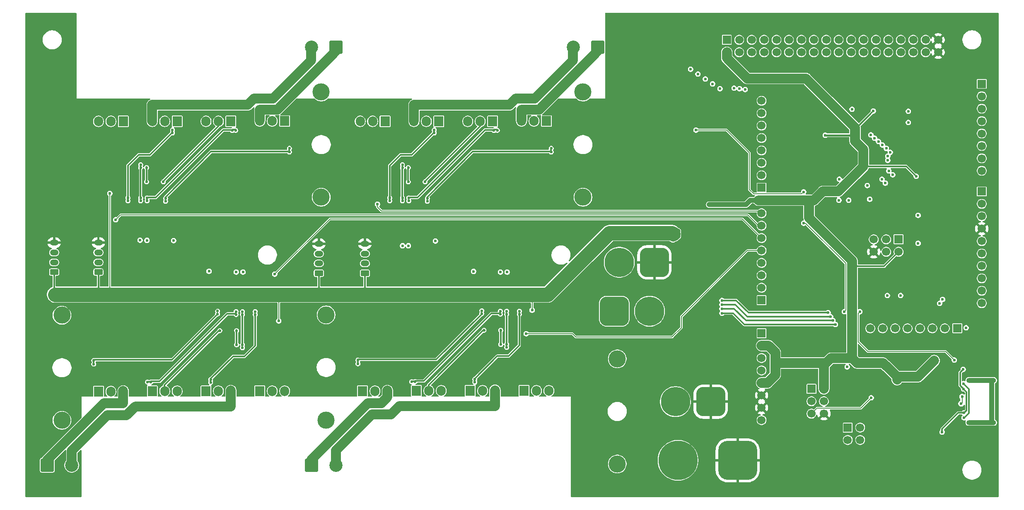
<source format=gbr>
%TF.GenerationSoftware,KiCad,Pcbnew,9.0.1*%
%TF.CreationDate,2025-04-06T02:54:57+02:00*%
%TF.ProjectId,controller_mainboard,636f6e74-726f-46c6-9c65-725f6d61696e,rev?*%
%TF.SameCoordinates,Original*%
%TF.FileFunction,Copper,L4,Bot*%
%TF.FilePolarity,Positive*%
%FSLAX46Y46*%
G04 Gerber Fmt 4.6, Leading zero omitted, Abs format (unit mm)*
G04 Created by KiCad (PCBNEW 9.0.1) date 2025-04-06 02:54:57*
%MOMM*%
%LPD*%
G01*
G04 APERTURE LIST*
G04 Aperture macros list*
%AMRoundRect*
0 Rectangle with rounded corners*
0 $1 Rounding radius*
0 $2 $3 $4 $5 $6 $7 $8 $9 X,Y pos of 4 corners*
0 Add a 4 corners polygon primitive as box body*
4,1,4,$2,$3,$4,$5,$6,$7,$8,$9,$2,$3,0*
0 Add four circle primitives for the rounded corners*
1,1,$1+$1,$2,$3*
1,1,$1+$1,$4,$5*
1,1,$1+$1,$6,$7*
1,1,$1+$1,$8,$9*
0 Add four rect primitives between the rounded corners*
20,1,$1+$1,$2,$3,$4,$5,0*
20,1,$1+$1,$4,$5,$6,$7,0*
20,1,$1+$1,$6,$7,$8,$9,0*
20,1,$1+$1,$8,$9,$2,$3,0*%
G04 Aperture macros list end*
%TA.AperFunction,ComponentPad*%
%ADD10R,1.700000X1.700000*%
%TD*%
%TA.AperFunction,ComponentPad*%
%ADD11C,1.700000*%
%TD*%
%TA.AperFunction,ComponentPad*%
%ADD12C,3.500000*%
%TD*%
%TA.AperFunction,ComponentPad*%
%ADD13RoundRect,0.250001X-1.099999X-1.099999X1.099999X-1.099999X1.099999X1.099999X-1.099999X1.099999X0*%
%TD*%
%TA.AperFunction,ComponentPad*%
%ADD14C,2.700000*%
%TD*%
%TA.AperFunction,ComponentPad*%
%ADD15C,0.600000*%
%TD*%
%TA.AperFunction,SMDPad,CuDef*%
%ADD16R,2.950000X4.500000*%
%TD*%
%TA.AperFunction,ComponentPad*%
%ADD17RoundRect,1.500000X-1.500000X-1.500000X1.500000X-1.500000X1.500000X1.500000X-1.500000X1.500000X0*%
%TD*%
%TA.AperFunction,ComponentPad*%
%ADD18C,6.000000*%
%TD*%
%TA.AperFunction,ComponentPad*%
%ADD19RoundRect,0.250000X0.625000X-0.350000X0.625000X0.350000X-0.625000X0.350000X-0.625000X-0.350000X0*%
%TD*%
%TA.AperFunction,ComponentPad*%
%ADD20O,1.750000X1.200000*%
%TD*%
%TA.AperFunction,ComponentPad*%
%ADD21RoundRect,0.250001X1.099999X1.099999X-1.099999X1.099999X-1.099999X-1.099999X1.099999X-1.099999X0*%
%TD*%
%TA.AperFunction,ComponentPad*%
%ADD22RoundRect,1.500000X1.500000X1.500000X-1.500000X1.500000X-1.500000X-1.500000X1.500000X-1.500000X0*%
%TD*%
%TA.AperFunction,ComponentPad*%
%ADD23RoundRect,2.000000X2.000000X2.000000X-2.000000X2.000000X-2.000000X-2.000000X2.000000X-2.000000X0*%
%TD*%
%TA.AperFunction,ComponentPad*%
%ADD24C,8.000000*%
%TD*%
%TA.AperFunction,HeatsinkPad*%
%ADD25O,2.100000X1.000000*%
%TD*%
%TA.AperFunction,HeatsinkPad*%
%ADD26O,1.800000X1.000000*%
%TD*%
%TA.AperFunction,ComponentPad*%
%ADD27R,1.905000X2.000000*%
%TD*%
%TA.AperFunction,ComponentPad*%
%ADD28O,1.905000X2.000000*%
%TD*%
%TA.AperFunction,ViaPad*%
%ADD29C,1.000000*%
%TD*%
%TA.AperFunction,ViaPad*%
%ADD30C,0.600000*%
%TD*%
%TA.AperFunction,Conductor*%
%ADD31C,0.200000*%
%TD*%
%TA.AperFunction,Conductor*%
%ADD32C,0.350000*%
%TD*%
%TA.AperFunction,Conductor*%
%ADD33C,2.000000*%
%TD*%
%TA.AperFunction,Conductor*%
%ADD34C,1.000000*%
%TD*%
%TA.AperFunction,Conductor*%
%ADD35C,3.000000*%
%TD*%
%TA.AperFunction,Conductor*%
%ADD36C,0.400000*%
%TD*%
G04 APERTURE END LIST*
D10*
%TO.P,J6,1,Pin_1*%
%TO.N,/ADC8*%
X205000000Y-96240000D03*
D11*
%TO.P,J6,2,Pin_2*%
%TO.N,/ADC9*%
X205000000Y-93700000D03*
%TO.P,J6,3,Pin_3*%
%TO.N,/ADC10*%
X205000000Y-91160000D03*
%TO.P,J6,4,Pin_4*%
%TO.N,/ADC11*%
X205000000Y-88620000D03*
%TO.P,J6,5,Pin_5*%
%TO.N,/ADC12*%
X205000000Y-86080000D03*
%TO.P,J6,6,Pin_6*%
%TO.N,/ADC13*%
X205000000Y-83540000D03*
%TO.P,J6,7,Pin_7*%
%TO.N,/ADC14*%
X205000000Y-81000000D03*
%TO.P,J6,8,Pin_8*%
%TO.N,/ADC15*%
X205000000Y-78460000D03*
%TD*%
D10*
%TO.P,J16,1,Pin_1*%
%TO.N,/D50*%
X233000000Y-106800000D03*
D11*
%TO.P,J16,2,Pin_2*%
%TO.N,+5V*%
X233000000Y-109340000D03*
%TO.P,J16,3,Pin_3*%
%TO.N,/D52*%
X230460000Y-106800000D03*
%TO.P,J16,4,Pin_4*%
%TO.N,/D51*%
X230460000Y-109340000D03*
%TO.P,J16,5,Pin_5*%
%TO.N,/~{mega2560_reset}*%
X227920000Y-106800000D03*
%TO.P,J16,6,Pin_6*%
%TO.N,GND*%
X227920000Y-109340000D03*
%TD*%
D10*
%TO.P,J19,1,Pin_1*%
%TO.N,/ATmega16u2/MISO*%
X215200000Y-137375000D03*
D11*
%TO.P,J19,2,Pin_2*%
%TO.N,+5V*%
X217740000Y-137375000D03*
%TO.P,J19,3,Pin_3*%
%TO.N,/ATmega16u2/SCK*%
X215200000Y-139915000D03*
%TO.P,J19,4,Pin_4*%
%TO.N,/ATmega16u2/MOSI*%
X217740000Y-139915000D03*
%TO.P,J19,5,Pin_5*%
%TO.N,/ATmega16u2/~{RESET}*%
X215200000Y-142455000D03*
%TO.P,J19,6,Pin_6*%
%TO.N,GND*%
X217740000Y-142455000D03*
%TD*%
D12*
%TO.P,F2,1*%
%TO.N,+BATT*%
X116000000Y-143750000D03*
%TO.P,F2,2*%
%TO.N,Net-(D7-A)*%
X116000000Y-122250000D03*
%TD*%
%TO.P,F4,1*%
%TO.N,+BATT*%
X115000000Y-76680000D03*
%TO.P,F4,2*%
%TO.N,Net-(D22-A)*%
X115000000Y-98180000D03*
%TD*%
D13*
%TO.P,J12,1,Pin_1*%
%TO.N,/Motor driver 2/MOT_SIDE_A*%
X59000000Y-153000000D03*
D14*
%TO.P,J12,2,Pin_2*%
%TO.N,/Motor driver 2/MOT_SIDE_B*%
X64000000Y-153000000D03*
%TD*%
D12*
%TO.P,F1,1*%
%TO.N,Net-(J25-Pin_2)*%
X175500000Y-131250000D03*
%TO.P,F1,2*%
%TO.N,Net-(J1-Pin_2)*%
X175500000Y-152750000D03*
%TD*%
D15*
%TO.P,U5,9,GNDPAD*%
%TO.N,GND*%
X184000000Y-90200000D03*
X184000000Y-89000000D03*
X184000000Y-87700000D03*
X184000000Y-86600000D03*
D16*
X183400000Y-88400000D03*
D15*
X182800000Y-90200000D03*
X182800000Y-89000000D03*
X182800000Y-87700000D03*
X182800000Y-86600000D03*
%TD*%
D17*
%TO.P,J25,1,Pin_1*%
%TO.N,+BATT*%
X174900000Y-121500000D03*
D18*
%TO.P,J25,2,Pin_2*%
%TO.N,Net-(J25-Pin_2)*%
X182100000Y-121500000D03*
%TD*%
D19*
%TO.P,J22,1,Pin_1*%
%TO.N,+5V*%
X69450000Y-113500000D03*
D20*
%TO.P,J22,2,Pin_2*%
%TO.N,/D25*%
X69450000Y-111500000D03*
%TO.P,J22,3,Pin_3*%
%TO.N,/D24*%
X69450000Y-109500000D03*
%TO.P,J22,4,Pin_4*%
%TO.N,GND*%
X69450000Y-107500000D03*
%TD*%
D10*
%TO.P,J5,1,Pin_1*%
%TO.N,/ADC0*%
X205000000Y-119240000D03*
D11*
%TO.P,J5,2,Pin_2*%
%TO.N,/ADC1*%
X205000000Y-116700000D03*
%TO.P,J5,3,Pin_3*%
%TO.N,/ADC2*%
X205000000Y-114160000D03*
%TO.P,J5,4,Pin_4*%
%TO.N,/ADC3*%
X205000000Y-111620000D03*
%TO.P,J5,5,Pin_5*%
%TO.N,/ADC4*%
X205000000Y-109080000D03*
%TO.P,J5,6,Pin_6*%
%TO.N,/ADC5*%
X205000000Y-106540000D03*
%TO.P,J5,7,Pin_7*%
%TO.N,/ADC6*%
X205000000Y-104000000D03*
%TO.P,J5,8,Pin_8*%
%TO.N,/ADC7*%
X205000000Y-101460000D03*
%TD*%
D21*
%TO.P,J13,1,Pin_1*%
%TO.N,/Motor driver 3/MOT_SIDE_A*%
X118000000Y-67500000D03*
D14*
%TO.P,J13,2,Pin_2*%
%TO.N,/Motor driver 3/MOT_SIDE_B*%
X113000000Y-67500000D03*
%TD*%
D12*
%TO.P,F3,1*%
%TO.N,+BATT*%
X62000000Y-143820000D03*
%TO.P,F3,2*%
%TO.N,Net-(D15-A)*%
X62000000Y-122320000D03*
%TD*%
D10*
%TO.P,J9,1,Pin_1*%
%TO.N,/D7*%
X245000000Y-125000000D03*
D11*
%TO.P,J9,2,Pin_2*%
%TO.N,/D6*%
X242460000Y-125000000D03*
%TO.P,J9,3,Pin_3*%
%TO.N,/D5*%
X239920000Y-125000000D03*
%TO.P,J9,4,Pin_4*%
%TO.N,/D4*%
X237380000Y-125000000D03*
%TO.P,J9,5,Pin_5*%
%TO.N,/D3*%
X234840000Y-125000000D03*
%TO.P,J9,6,Pin_6*%
%TO.N,/D2*%
X232300000Y-125000000D03*
%TO.P,J9,7,Pin_7*%
%TO.N,/D1*%
X229760000Y-125000000D03*
%TO.P,J9,8,Pin_8*%
%TO.N,/D0*%
X227220000Y-125000000D03*
%TD*%
D22*
%TO.P,J2,1,Pin_1*%
%TO.N,GND*%
X194600000Y-140000000D03*
D18*
%TO.P,J2,2,Pin_2*%
%TO.N,Net-(J1-Pin_2)*%
X187400000Y-140000000D03*
%TD*%
D10*
%TO.P,J8,1,Pin_1*%
%TO.N,/D21*%
X250000000Y-97000000D03*
D11*
%TO.P,J8,2,Pin_2*%
%TO.N,/D20*%
X250000000Y-99540000D03*
%TO.P,J8,3,Pin_3*%
%TO.N,/AREF*%
X250000000Y-102080000D03*
%TO.P,J8,4,Pin_4*%
%TO.N,GND*%
X250000000Y-104620000D03*
%TO.P,J8,5,Pin_5*%
%TO.N,/D13*%
X250000000Y-107160000D03*
%TO.P,J8,6,Pin_6*%
%TO.N,/D12*%
X250000000Y-109700000D03*
%TO.P,J8,7,Pin_7*%
%TO.N,/D11*%
X250000000Y-112240000D03*
%TO.P,J8,8,Pin_8*%
%TO.N,/D10*%
X250000000Y-114780000D03*
%TO.P,J8,9,Pin_9*%
%TO.N,/D9*%
X250000000Y-117320000D03*
%TO.P,J8,10,Pin_10*%
%TO.N,/D8*%
X250000000Y-119860000D03*
%TD*%
D19*
%TO.P,J21,1,Pin_1*%
%TO.N,+5V*%
X114500000Y-113725000D03*
D20*
%TO.P,J21,2,Pin_2*%
%TO.N,/D27*%
X114500000Y-111725000D03*
%TO.P,J21,3,Pin_3*%
%TO.N,/D26*%
X114500000Y-109725000D03*
%TO.P,J21,4,Pin_4*%
%TO.N,GND*%
X114500000Y-107725000D03*
%TD*%
D19*
%TO.P,J23,1,Pin_1*%
%TO.N,+5V*%
X60400000Y-113500000D03*
D20*
%TO.P,J23,2,Pin_2*%
%TO.N,/D23*%
X60400000Y-111500000D03*
%TO.P,J23,3,Pin_3*%
%TO.N,/D22*%
X60400000Y-109500000D03*
%TO.P,J23,4,Pin_4*%
%TO.N,GND*%
X60400000Y-107500000D03*
%TD*%
D23*
%TO.P,J1,1,Pin_1*%
%TO.N,GND*%
X200100000Y-152000000D03*
D24*
%TO.P,J1,2,Pin_2*%
%TO.N,Net-(J1-Pin_2)*%
X187900000Y-152000000D03*
%TD*%
D21*
%TO.P,J14,1,Pin_1*%
%TO.N,/Motor driver 4/MOT_SIDE_A*%
X171500000Y-67500000D03*
D14*
%TO.P,J14,2,Pin_2*%
%TO.N,/Motor driver 4/MOT_SIDE_B*%
X166500000Y-67500000D03*
%TD*%
D10*
%TO.P,J4,1,Pin_1*%
%TO.N,unconnected-(J4-Pin_1-Pad1)*%
X205000000Y-126000000D03*
D11*
%TO.P,J4,2,Pin_2*%
%TO.N,+5V*%
X205000000Y-128540000D03*
%TO.P,J4,3,Pin_3*%
%TO.N,/~{mega2560_reset}*%
X205000000Y-131080000D03*
%TO.P,J4,4,Pin_4*%
%TO.N,unconnected-(J4-Pin_4-Pad4)*%
X205000000Y-133620000D03*
%TO.P,J4,5,Pin_5*%
%TO.N,+5V*%
X205000000Y-136160000D03*
%TO.P,J4,6,Pin_6*%
%TO.N,GND*%
X205000000Y-138700000D03*
%TO.P,J4,7,Pin_7*%
X205000000Y-141240000D03*
%TO.P,J4,8,Pin_8*%
%TO.N,unconnected-(J4-Pin_8-Pad8)*%
X205000000Y-143780000D03*
%TD*%
D25*
%TO.P,J3,S1,SHIELD*%
%TO.N,Net-(J3-SHIELD)*%
X247875000Y-144270000D03*
D26*
X252055000Y-144270000D03*
D25*
X247875000Y-135630000D03*
D26*
X252055000Y-135630000D03*
%TD*%
D10*
%TO.P,J7,1,Pin_1*%
%TO.N,+5V*%
X197900000Y-66000000D03*
D11*
%TO.P,J7,2,Pin_2*%
X197900000Y-68540000D03*
%TO.P,J7,3,Pin_3*%
%TO.N,/D22*%
X200440000Y-66000000D03*
%TO.P,J7,4,Pin_4*%
%TO.N,/D23*%
X200440000Y-68540000D03*
%TO.P,J7,5,Pin_5*%
%TO.N,/D24*%
X202980000Y-66000000D03*
%TO.P,J7,6,Pin_6*%
%TO.N,/D25*%
X202980000Y-68540000D03*
%TO.P,J7,7,Pin_7*%
%TO.N,/D26*%
X205520000Y-66000000D03*
%TO.P,J7,8,Pin_8*%
%TO.N,/D27*%
X205520000Y-68540000D03*
%TO.P,J7,9,Pin_9*%
%TO.N,/D28*%
X208060000Y-66000000D03*
%TO.P,J7,10,Pin_10*%
%TO.N,/D29*%
X208060000Y-68540000D03*
%TO.P,J7,11,Pin_11*%
%TO.N,/D30*%
X210600000Y-66000000D03*
%TO.P,J7,12,Pin_12*%
%TO.N,/D31*%
X210600000Y-68540000D03*
%TO.P,J7,13,Pin_13*%
%TO.N,/D32*%
X213140000Y-66000000D03*
%TO.P,J7,14,Pin_14*%
%TO.N,/D33*%
X213140000Y-68540000D03*
%TO.P,J7,15,Pin_15*%
%TO.N,/D34*%
X215680000Y-66000000D03*
%TO.P,J7,16,Pin_16*%
%TO.N,/D35*%
X215680000Y-68540000D03*
%TO.P,J7,17,Pin_17*%
%TO.N,/D36*%
X218220000Y-66000000D03*
%TO.P,J7,18,Pin_18*%
%TO.N,/D37*%
X218220000Y-68540000D03*
%TO.P,J7,19,Pin_19*%
%TO.N,/D38*%
X220760000Y-66000000D03*
%TO.P,J7,20,Pin_20*%
%TO.N,/D39*%
X220760000Y-68540000D03*
%TO.P,J7,21,Pin_21*%
%TO.N,/D40*%
X223300000Y-66000000D03*
%TO.P,J7,22,Pin_22*%
%TO.N,/D41*%
X223300000Y-68540000D03*
%TO.P,J7,23,Pin_23*%
%TO.N,/D42*%
X225840000Y-66000000D03*
%TO.P,J7,24,Pin_24*%
%TO.N,/D43*%
X225840000Y-68540000D03*
%TO.P,J7,25,Pin_25*%
%TO.N,/D44*%
X228380000Y-66000000D03*
%TO.P,J7,26,Pin_26*%
%TO.N,/D45*%
X228380000Y-68540000D03*
%TO.P,J7,27,Pin_27*%
%TO.N,/D46*%
X230920000Y-66000000D03*
%TO.P,J7,28,Pin_28*%
%TO.N,/D47*%
X230920000Y-68540000D03*
%TO.P,J7,29,Pin_29*%
%TO.N,/D48*%
X233460000Y-66000000D03*
%TO.P,J7,30,Pin_30*%
%TO.N,/D49*%
X233460000Y-68540000D03*
%TO.P,J7,31,Pin_31*%
%TO.N,/D50*%
X236000000Y-66000000D03*
%TO.P,J7,32,Pin_32*%
%TO.N,/D51*%
X236000000Y-68540000D03*
%TO.P,J7,33,Pin_33*%
%TO.N,/D52*%
X238540000Y-66000000D03*
%TO.P,J7,34,Pin_34*%
%TO.N,/D53*%
X238540000Y-68540000D03*
%TO.P,J7,35,Pin_35*%
%TO.N,GND*%
X241080000Y-66000000D03*
%TO.P,J7,36,Pin_36*%
X241080000Y-68540000D03*
%TD*%
D12*
%TO.P,F5,1*%
%TO.N,+BATT*%
X168500000Y-76680000D03*
%TO.P,F5,2*%
%TO.N,Net-(D29-A)*%
X168500000Y-98180000D03*
%TD*%
D10*
%TO.P,J10,1,Pin_1*%
%TO.N,/D14*%
X250000000Y-75000000D03*
D11*
%TO.P,J10,2,Pin_2*%
%TO.N,/D15*%
X250000000Y-77540000D03*
%TO.P,J10,3,Pin_3*%
%TO.N,/D16*%
X250000000Y-80080000D03*
%TO.P,J10,4,Pin_4*%
%TO.N,/D17*%
X250000000Y-82620000D03*
%TO.P,J10,5,Pin_5*%
%TO.N,/D18*%
X250000000Y-85160000D03*
%TO.P,J10,6,Pin_6*%
%TO.N,/D19*%
X250000000Y-87700000D03*
%TO.P,J10,7,Pin_7*%
%TO.N,/D20*%
X250000000Y-90240000D03*
%TO.P,J10,8,Pin_8*%
%TO.N,/D21*%
X250000000Y-92780000D03*
%TD*%
D13*
%TO.P,J11,1,Pin_1*%
%TO.N,/Motor driver 1/MOT_SIDE_A*%
X113022500Y-153050000D03*
D14*
%TO.P,J11,2,Pin_2*%
%TO.N,/Motor driver 1/MOT_SIDE_B*%
X118022500Y-153050000D03*
%TD*%
D22*
%TO.P,J24,1,Pin_1*%
%TO.N,GND*%
X183100000Y-111500000D03*
D18*
%TO.P,J24,2,Pin_2*%
%TO.N,+BATT*%
X175900000Y-111500000D03*
%TD*%
D19*
%TO.P,J20,1,Pin_1*%
%TO.N,+5V*%
X123912500Y-113725000D03*
D20*
%TO.P,J20,2,Pin_2*%
%TO.N,/D29*%
X123912500Y-111725000D03*
%TO.P,J20,3,Pin_3*%
%TO.N,/D28*%
X123912500Y-109725000D03*
%TO.P,J20,4,Pin_4*%
%TO.N,GND*%
X123912500Y-107725000D03*
%TD*%
D10*
%TO.P,J18,1,Pin_1*%
%TO.N,Net-(J18-Pin_1)*%
X222600000Y-145300000D03*
D11*
%TO.P,J18,2,Pin_2*%
%TO.N,Net-(J18-Pin_2)*%
X225140000Y-145300000D03*
%TO.P,J18,3,Pin_3*%
%TO.N,Net-(J18-Pin_3)*%
X222600000Y-147840000D03*
%TO.P,J18,4,Pin_4*%
%TO.N,Net-(J18-Pin_4)*%
X225140000Y-147840000D03*
%TD*%
D27*
%TO.P,Q9,1,G*%
%TO.N,/Motor driver 2/HI_GATE_B*%
X91460000Y-137840000D03*
D28*
%TO.P,Q9,2,D*%
%TO.N,Net-(D18-K)*%
X94000000Y-137840000D03*
%TO.P,Q9,3,S*%
%TO.N,/Motor driver 2/MOT_SIDE_B*%
X96540000Y-137840000D03*
%TD*%
D27*
%TO.P,Q4,1,G*%
%TO.N,/Motor driver 1/LO_GATE_A*%
X134460000Y-137770000D03*
D28*
%TO.P,Q4,2,D*%
%TO.N,/Motor driver 1/MOT_SIDE_A*%
X137000000Y-137770000D03*
%TO.P,Q4,3,S*%
%TO.N,Net-(D11-A)*%
X139540000Y-137770000D03*
%TD*%
D27*
%TO.P,Q8,1,G*%
%TO.N,/Motor driver 2/LO_GATE_A*%
X80460000Y-137840000D03*
D28*
%TO.P,Q8,2,D*%
%TO.N,/Motor driver 2/MOT_SIDE_A*%
X83000000Y-137840000D03*
%TO.P,Q8,3,S*%
%TO.N,Net-(D19-A)*%
X85540000Y-137840000D03*
%TD*%
D27*
%TO.P,Q6,1,G*%
%TO.N,/Motor driver 1/LO_GATE_B*%
X156460000Y-137770000D03*
D28*
%TO.P,Q6,2,D*%
%TO.N,/Motor driver 1/MOT_SIDE_B*%
X159000000Y-137770000D03*
%TO.P,Q6,3,S*%
%TO.N,Net-(D11-A)*%
X161540000Y-137770000D03*
%TD*%
D27*
%TO.P,Q11,1,G*%
%TO.N,/Motor driver 3/HI_GATE_A*%
X107540000Y-82590001D03*
D28*
%TO.P,Q11,2,D*%
%TO.N,Net-(D25-K)*%
X105000000Y-82590001D03*
%TO.P,Q11,3,S*%
%TO.N,/Motor driver 3/MOT_SIDE_A*%
X102460000Y-82590001D03*
%TD*%
D27*
%TO.P,Q14,1,G*%
%TO.N,/Motor driver 3/LO_GATE_B*%
X74540000Y-82660000D03*
D28*
%TO.P,Q14,2,D*%
%TO.N,/Motor driver 3/MOT_SIDE_B*%
X72000000Y-82660000D03*
%TO.P,Q14,3,S*%
%TO.N,Net-(D26-A)*%
X69460000Y-82660000D03*
%TD*%
D27*
%TO.P,Q13,1,G*%
%TO.N,/Motor driver 3/HI_GATE_B*%
X85540000Y-82660000D03*
D28*
%TO.P,Q13,2,D*%
%TO.N,Net-(D25-K)*%
X83000000Y-82660000D03*
%TO.P,Q13,3,S*%
%TO.N,/Motor driver 3/MOT_SIDE_B*%
X80460000Y-82660000D03*
%TD*%
D27*
%TO.P,Q7,1,G*%
%TO.N,/Motor driver 2/HI_GATE_A*%
X69460000Y-137910000D03*
D28*
%TO.P,Q7,2,D*%
%TO.N,Net-(D18-K)*%
X72000000Y-137910000D03*
%TO.P,Q7,3,S*%
%TO.N,/Motor driver 2/MOT_SIDE_A*%
X74540000Y-137910000D03*
%TD*%
D27*
%TO.P,Q15,1,G*%
%TO.N,/Motor driver 4/HI_GATE_A*%
X161040000Y-82590001D03*
D28*
%TO.P,Q15,2,D*%
%TO.N,Net-(D32-K)*%
X158500000Y-82590001D03*
%TO.P,Q15,3,S*%
%TO.N,/Motor driver 4/MOT_SIDE_A*%
X155960000Y-82590001D03*
%TD*%
D27*
%TO.P,Q10,1,G*%
%TO.N,/Motor driver 2/LO_GATE_B*%
X102460000Y-137840000D03*
D28*
%TO.P,Q10,2,D*%
%TO.N,/Motor driver 2/MOT_SIDE_B*%
X105000000Y-137840000D03*
%TO.P,Q10,3,S*%
%TO.N,Net-(D19-A)*%
X107540000Y-137840000D03*
%TD*%
D27*
%TO.P,Q18,1,G*%
%TO.N,/Motor driver 4/LO_GATE_B*%
X128040000Y-82660000D03*
D28*
%TO.P,Q18,2,D*%
%TO.N,/Motor driver 4/MOT_SIDE_B*%
X125500000Y-82660000D03*
%TO.P,Q18,3,S*%
%TO.N,Net-(D33-A)*%
X122960000Y-82660000D03*
%TD*%
D27*
%TO.P,Q3,1,G*%
%TO.N,/Motor driver 1/HI_GATE_A*%
X123460000Y-137840000D03*
D28*
%TO.P,Q3,2,D*%
%TO.N,Net-(D10-K)*%
X126000000Y-137840000D03*
%TO.P,Q3,3,S*%
%TO.N,/Motor driver 1/MOT_SIDE_A*%
X128540000Y-137840000D03*
%TD*%
D27*
%TO.P,Q16,1,G*%
%TO.N,/Motor driver 4/LO_GATE_A*%
X150040000Y-82660000D03*
D28*
%TO.P,Q16,2,D*%
%TO.N,/Motor driver 4/MOT_SIDE_A*%
X147500000Y-82660000D03*
%TO.P,Q16,3,S*%
%TO.N,Net-(D33-A)*%
X144960000Y-82660000D03*
%TD*%
D27*
%TO.P,Q5,1,G*%
%TO.N,/Motor driver 1/HI_GATE_B*%
X145460000Y-137770000D03*
D28*
%TO.P,Q5,2,D*%
%TO.N,Net-(D10-K)*%
X148000000Y-137770000D03*
%TO.P,Q5,3,S*%
%TO.N,/Motor driver 1/MOT_SIDE_B*%
X150540000Y-137770000D03*
%TD*%
D27*
%TO.P,Q12,1,G*%
%TO.N,/Motor driver 3/LO_GATE_A*%
X96540000Y-82660000D03*
D28*
%TO.P,Q12,2,D*%
%TO.N,/Motor driver 3/MOT_SIDE_A*%
X94000000Y-82660000D03*
%TO.P,Q12,3,S*%
%TO.N,Net-(D26-A)*%
X91460000Y-82660000D03*
%TD*%
D27*
%TO.P,Q17,1,G*%
%TO.N,/Motor driver 4/HI_GATE_B*%
X139040000Y-82660000D03*
D28*
%TO.P,Q17,2,D*%
%TO.N,Net-(D32-K)*%
X136500000Y-82660000D03*
%TO.P,Q17,3,S*%
%TO.N,/Motor driver 4/MOT_SIDE_B*%
X133960000Y-82660000D03*
%TD*%
D29*
%TO.N,GND*%
X70100000Y-92600000D03*
D30*
X193400000Y-80100000D03*
X203300000Y-115500000D03*
X104700000Y-123400000D03*
X190100000Y-88000000D03*
X252500000Y-132500000D03*
X181500000Y-150200000D03*
X216000000Y-157000000D03*
X226800000Y-135600000D03*
X186800000Y-134800000D03*
X203200000Y-139900000D03*
X203100000Y-101700000D03*
X241000000Y-77000000D03*
X156900000Y-127000000D03*
X203200000Y-76800000D03*
X157900000Y-124500000D03*
X57500000Y-77500000D03*
X187500000Y-157500000D03*
D29*
X181800000Y-66200000D03*
D30*
X203300000Y-92400000D03*
X201800000Y-95700000D03*
X252500000Y-147500000D03*
X210000000Y-151000000D03*
X192500000Y-157500000D03*
X224900000Y-102500000D03*
X57500000Y-87500000D03*
X231000000Y-146000000D03*
X203300000Y-89900000D03*
X190400000Y-80000000D03*
X237500000Y-93800000D03*
X232500000Y-157500000D03*
X252500000Y-152500000D03*
X132800000Y-111000000D03*
X215400000Y-96300000D03*
X77000000Y-109700000D03*
X235300000Y-138700000D03*
X135500000Y-92000000D03*
X78400000Y-109700000D03*
X92600000Y-111200000D03*
X248000000Y-146000000D03*
X95600000Y-110400000D03*
X194600000Y-86000000D03*
X206000000Y-147000000D03*
X221000000Y-84000000D03*
X199900000Y-108600000D03*
X219700000Y-98600000D03*
X190300000Y-83400000D03*
D29*
X185000000Y-81700000D03*
D30*
X247500000Y-157500000D03*
X181700000Y-137900000D03*
X240300000Y-100700000D03*
D29*
X139100000Y-124500000D03*
D30*
X226000000Y-104300000D03*
X252500000Y-157500000D03*
X234900000Y-131100000D03*
X96700000Y-108300000D03*
X237500000Y-157500000D03*
X165000000Y-137500000D03*
X125700000Y-97000000D03*
X199900000Y-94900000D03*
X237700000Y-121500000D03*
X252000000Y-146000000D03*
X212000000Y-153000000D03*
X196400000Y-80100000D03*
D29*
X183100000Y-70200000D03*
X91900000Y-96000000D03*
D30*
X203200000Y-137500000D03*
X210000000Y-157500000D03*
X231995926Y-139704074D03*
X218900000Y-82000000D03*
X180000000Y-157500000D03*
X229600000Y-90900000D03*
X198000000Y-80100000D03*
X203200000Y-110500000D03*
D29*
X108000000Y-127900000D03*
D30*
X223800000Y-148700000D03*
X203200000Y-142600000D03*
D29*
X145400000Y-97100000D03*
D30*
X57500000Y-147500000D03*
X190100000Y-89500000D03*
D29*
X121300000Y-92600000D03*
D30*
X240500000Y-71000000D03*
X252500000Y-82500000D03*
X92000000Y-111700000D03*
X150500000Y-125300000D03*
X252500000Y-117500000D03*
X181600000Y-134600000D03*
X220300000Y-77200000D03*
X180000000Y-72500000D03*
X220900000Y-86300000D03*
X237500000Y-62500000D03*
X222700000Y-79400000D03*
X247000000Y-80000000D03*
X252500000Y-87500000D03*
X93000000Y-128600000D03*
X203100000Y-107800000D03*
X57500000Y-72500000D03*
X201800000Y-97100000D03*
X228500000Y-134200000D03*
X199500000Y-80100000D03*
X197500000Y-108600000D03*
X69400000Y-96000000D03*
X57500000Y-107500000D03*
X252500000Y-122500000D03*
X227500000Y-157500000D03*
X66900000Y-134200000D03*
D29*
X142900000Y-123400000D03*
X85100000Y-124600000D03*
D30*
X215000000Y-62500000D03*
X228500000Y-137300000D03*
X57500000Y-155000000D03*
X229600000Y-92800000D03*
X238800000Y-91800000D03*
D29*
X67800000Y-92600000D03*
D30*
X98000000Y-110500000D03*
X192500000Y-62500000D03*
X244000000Y-121400000D03*
X185000000Y-62500000D03*
X199200000Y-94900000D03*
D29*
X88900000Y-124600000D03*
D30*
X203200000Y-129900000D03*
X203200000Y-132300000D03*
X241200000Y-134200000D03*
X137500000Y-92000000D03*
X237800000Y-98100000D03*
X222500000Y-71500000D03*
D29*
X141600000Y-95900000D03*
D30*
X57500000Y-102500000D03*
X57500000Y-82500000D03*
D29*
X141600000Y-97100000D03*
D30*
X57500000Y-62500000D03*
X232500000Y-130500000D03*
X252500000Y-72500000D03*
X57500000Y-137500000D03*
X233900000Y-132300000D03*
X230200000Y-135600000D03*
X228500000Y-135600000D03*
X103000000Y-97200000D03*
X252500000Y-107500000D03*
X221600000Y-134300000D03*
X207500000Y-62500000D03*
X57500000Y-97500000D03*
X240300000Y-121500000D03*
X228300000Y-101800000D03*
X198200000Y-104400000D03*
X96500000Y-125300000D03*
X252500000Y-62500000D03*
X65000000Y-89200000D03*
D29*
X142900000Y-124500000D03*
D30*
X222500000Y-62500000D03*
X73000000Y-122000000D03*
D29*
X163200000Y-127700000D03*
D30*
X208000000Y-149000000D03*
X237000000Y-140875000D03*
D29*
X145400000Y-96000000D03*
D30*
X225700000Y-100200000D03*
D29*
X85100000Y-123600000D03*
D30*
X229000000Y-89000000D03*
X203200000Y-134800000D03*
X214000000Y-155000000D03*
X228500000Y-139700000D03*
X247000000Y-77000000D03*
X245000000Y-62500000D03*
X106300000Y-99600000D03*
X234000000Y-146000000D03*
X95000000Y-128500000D03*
X185200000Y-145300000D03*
X203200000Y-87500000D03*
X230400000Y-130500000D03*
X197500000Y-104400000D03*
X252500000Y-127500000D03*
X190200000Y-86500000D03*
X222500000Y-157500000D03*
X235000000Y-71000000D03*
X57500000Y-95000000D03*
X197500000Y-157500000D03*
X147000000Y-128500000D03*
X206740357Y-78800000D03*
X122300000Y-96700000D03*
D29*
X88900000Y-123500000D03*
D30*
X236800000Y-132500000D03*
X196200000Y-91000000D03*
X103000000Y-127100000D03*
X242700000Y-108800000D03*
X161300000Y-93600000D03*
X201800000Y-97800000D03*
X57500000Y-132500000D03*
X203300000Y-113400000D03*
X198200000Y-108600000D03*
D29*
X160900000Y-127700000D03*
D30*
X192400000Y-82200000D03*
X127000000Y-122000000D03*
X199200000Y-108600000D03*
X191900000Y-80100000D03*
X225300000Y-116700000D03*
D29*
X91900000Y-97200000D03*
X181800000Y-70200000D03*
D30*
X235200000Y-121500000D03*
D29*
X187900000Y-80100000D03*
D30*
X57500000Y-92500000D03*
X179400000Y-87700000D03*
X221000000Y-92000000D03*
X239600000Y-94500000D03*
X149000000Y-128500000D03*
X177800000Y-103300000D03*
X247800000Y-134000000D03*
X200700000Y-103300000D03*
X233152626Y-140805458D03*
X82000000Y-92000000D03*
X57500000Y-127500000D03*
X252500000Y-92500000D03*
X79500000Y-111100000D03*
X60000000Y-92500000D03*
X252500000Y-112500000D03*
X252500000Y-77500000D03*
X200000000Y-62500000D03*
D29*
X109200000Y-127900000D03*
D30*
X232700000Y-121500000D03*
X213500000Y-79500000D03*
X74000000Y-93400000D03*
D29*
X183100000Y-66200000D03*
D30*
X72100000Y-120300000D03*
X242600000Y-100700000D03*
D29*
X106900000Y-127900000D03*
D30*
X181700000Y-141300000D03*
X221400000Y-142400000D03*
D29*
X88000000Y-96000000D03*
D30*
X240600000Y-93800000D03*
X242500000Y-157500000D03*
X184000000Y-99600000D03*
X57500000Y-67500000D03*
X84200000Y-109300000D03*
X99000000Y-110500000D03*
X81900000Y-106800000D03*
X201900000Y-102500000D03*
X201000000Y-80100000D03*
X217600000Y-145300000D03*
X82200000Y-108700000D03*
X240300000Y-108800000D03*
X221000000Y-88000000D03*
X230100000Y-121500000D03*
X197500000Y-94900000D03*
X57500000Y-117500000D03*
X199900000Y-104400000D03*
X234000000Y-139000000D03*
X203200000Y-127400000D03*
X218900000Y-138800000D03*
X225900000Y-139500000D03*
X84000000Y-92000000D03*
X194900000Y-80100000D03*
X199200000Y-104400000D03*
X104000000Y-98200000D03*
D29*
X122500000Y-92600000D03*
D30*
X252500000Y-67500000D03*
X81900000Y-104000000D03*
D29*
X88000000Y-97200000D03*
D30*
X213500000Y-85300000D03*
X203200000Y-84900000D03*
X57500000Y-122500000D03*
X134000000Y-94800000D03*
D29*
X162000000Y-127700000D03*
D30*
X237400000Y-89000000D03*
X203200000Y-95600000D03*
X126100000Y-120200000D03*
X232354074Y-137445926D03*
X175000000Y-157500000D03*
X203300000Y-79700000D03*
X85500000Y-109500000D03*
X230000000Y-62500000D03*
X203300000Y-118000000D03*
X252500000Y-97500000D03*
X237000000Y-139025000D03*
X225400000Y-95000000D03*
X227500000Y-121500000D03*
X240800000Y-89500000D03*
X181700000Y-145200000D03*
X252000000Y-134000000D03*
X109000000Y-123100000D03*
X228000000Y-95000000D03*
X184700000Y-99600000D03*
X57500000Y-142500000D03*
X241000000Y-82000000D03*
X236100000Y-84000000D03*
X170000000Y-157500000D03*
X133800000Y-111600000D03*
X156500000Y-96800000D03*
D29*
X123600000Y-92600000D03*
D30*
X156600000Y-98800000D03*
D29*
X139100000Y-123400000D03*
D30*
X222800000Y-136700000D03*
X236400000Y-91800000D03*
D29*
X69000000Y-92600000D03*
D30*
X127500000Y-93500000D03*
X185400000Y-99600000D03*
X233200000Y-94500000D03*
X131600000Y-111000000D03*
X203300000Y-82300000D03*
X205000000Y-157500000D03*
X201800000Y-96400000D03*
X235000000Y-78000000D03*
X219000000Y-159000000D03*
X252500000Y-102500000D03*
X198200000Y-94900000D03*
X235000000Y-146000000D03*
%TO.N,/AREF*%
X220900000Y-94500000D03*
%TO.N,+5V*%
X227850000Y-80550000D03*
D29*
X186900000Y-104600000D03*
X186900000Y-105700000D03*
X186900000Y-106800000D03*
D30*
X219500000Y-130500000D03*
X230451992Y-132700000D03*
D29*
X194300000Y-99700000D03*
D30*
X158100000Y-121300000D03*
X232700000Y-135500000D03*
X71800000Y-97400000D03*
X218000000Y-85500000D03*
D29*
X215700000Y-98800000D03*
X187900000Y-105100000D03*
X187900000Y-106200000D03*
X223000000Y-94700000D03*
D30*
X219500000Y-131600000D03*
X236600000Y-93900000D03*
X106300000Y-123500000D03*
D29*
X195400000Y-99700000D03*
D30*
X118200000Y-118600000D03*
X240300000Y-131600000D03*
%TO.N,/USB_VBUS*%
X213600000Y-97100000D03*
X213600000Y-103500000D03*
X241900000Y-146200000D03*
X191600000Y-84450000D03*
X244400000Y-131500000D03*
X246400000Y-142300000D03*
X246200000Y-133400000D03*
X246300000Y-137400000D03*
X225100000Y-121600000D03*
X221900000Y-121600000D03*
%TO.N,/USB_GND*%
X246300000Y-136300000D03*
X246400000Y-143300000D03*
%TO.N,/~{mega2560_reset}*%
X222500000Y-132900000D03*
X237000000Y-107600000D03*
X237000000Y-101900000D03*
X246800000Y-124900000D03*
%TO.N,/Motor driver 1/MOT_SIDE_B*%
X151700000Y-128300000D03*
X151700000Y-125400000D03*
%TO.N,/Motor driver 1/MOT_SIDE_A*%
X148275000Y-125400000D03*
%TO.N,/Motor driver 2/MOT_SIDE_B*%
X97700000Y-125470000D03*
X97700000Y-128370000D03*
%TO.N,/Motor driver 2/MOT_SIDE_A*%
X94275000Y-125470000D03*
%TO.N,/Motor driver 3/MOT_SIDE_B*%
X79300000Y-95030000D03*
X79300000Y-92130000D03*
%TO.N,/Motor driver 3/MOT_SIDE_A*%
X82725000Y-95030000D03*
%TO.N,/Motor driver 4/MOT_SIDE_B*%
X132800000Y-92130000D03*
X132800000Y-95030000D03*
%TO.N,/Motor driver 4/MOT_SIDE_A*%
X136225000Y-95030000D03*
%TO.N,/ATmega16u2/~{RESET}*%
X227400000Y-139200000D03*
%TO.N,/USB_DATA_P*%
X245800000Y-140400000D03*
X246000000Y-139000000D03*
%TO.N,/ADC7*%
X126500000Y-99600000D03*
%TO.N,/ADC4*%
X156900000Y-126100000D03*
%TO.N,/ADC5*%
X105500000Y-113900000D03*
%TO.N,/ADC6*%
X73000000Y-102800000D03*
%TO.N,/D22*%
X190500000Y-72000000D03*
%TO.N,/D29*%
X201651041Y-76151041D03*
%TO.N,/D44*%
X228900000Y-86800000D03*
%TO.N,/D28*%
X200500000Y-76000000D03*
%TO.N,/D26*%
X196500000Y-76000000D03*
%TO.N,/D46*%
X230500000Y-88200000D03*
%TO.N,/D53*%
X229600000Y-94500000D03*
%TO.N,/D39*%
X223500000Y-80200000D03*
%TO.N,/D24*%
X193500000Y-74000000D03*
%TO.N,/D45*%
X229700000Y-87500000D03*
%TO.N,/D50*%
X231800000Y-93600000D03*
%TO.N,/D52*%
X230300000Y-95300000D03*
%TO.N,/D42*%
X227350000Y-85450000D03*
%TO.N,/D48*%
X230800000Y-89800000D03*
%TO.N,/D49*%
X230800000Y-90650003D03*
%TO.N,/D25*%
X195000000Y-75000000D03*
%TO.N,/D43*%
X228100000Y-86100000D03*
%TO.N,/D47*%
X231300000Y-89000000D03*
%TO.N,/D27*%
X199381040Y-75881040D03*
%TO.N,/D51*%
X231000000Y-92800000D03*
%TO.N,/D23*%
X192000000Y-73000000D03*
%TO.N,/D38*%
X235000000Y-82900000D03*
X235000000Y-80600000D03*
%TO.N,/D9*%
X196900000Y-119299994D03*
X153005000Y-113505000D03*
X218600000Y-121800000D03*
X242000000Y-119100000D03*
%TO.N,/D8*%
X196900000Y-120149997D03*
X241400000Y-119900000D03*
X219100000Y-122600000D03*
X151635000Y-113500000D03*
%TO.N,/D3*%
X196900000Y-121000000D03*
X219600000Y-123400000D03*
X132800000Y-108100000D03*
%TO.N,/D5*%
X222800000Y-98800000D03*
X233420000Y-118300000D03*
X97635000Y-113500000D03*
%TO.N,/D7*%
X77960000Y-106960000D03*
%TO.N,/D2*%
X196900000Y-121900000D03*
X220100000Y-124200000D03*
X131600000Y-108100000D03*
%TO.N,/D4*%
X220800000Y-98800000D03*
X99000000Y-113500000D03*
X230700000Y-118300000D03*
%TO.N,/D6*%
X79365000Y-107000000D03*
%TO.N,/D16*%
X226600000Y-95800000D03*
%TO.N,/D17*%
X227100000Y-98600000D03*
%TO.N,/MOT_DRV_DISABLE*%
X146145000Y-113355000D03*
X138350000Y-107150000D03*
X84840000Y-107060000D03*
X92060000Y-113340000D03*
%TO.N,Net-(U3-AHO)*%
X147800000Y-122000000D03*
X147825000Y-121400000D03*
X122500000Y-131500000D03*
X122500000Y-132250000D03*
%TO.N,Net-(U6-AHO)*%
X93825000Y-121470000D03*
X68500000Y-132320000D03*
X68500000Y-131570000D03*
X93800000Y-122070000D03*
%TO.N,Net-(U8-AHO)*%
X83200000Y-98430000D03*
X83175000Y-99030000D03*
X108500000Y-88180000D03*
X108500000Y-88930000D03*
%TO.N,Net-(U10-AHO)*%
X162000000Y-88180000D03*
X136700000Y-98430000D03*
X162000000Y-88930000D03*
X136675000Y-99030000D03*
%TO.N,Net-(U3-ALO)*%
X151600000Y-122100000D03*
X134200000Y-135900000D03*
X133500000Y-135925000D03*
X151600000Y-121500000D03*
%TO.N,Net-(U6-ALO)*%
X80200000Y-135970000D03*
X79500000Y-135995000D03*
X97600000Y-122170000D03*
X97600000Y-121570000D03*
%TO.N,Net-(U8-ALO)*%
X79400000Y-98330000D03*
X96800000Y-84530000D03*
X97500000Y-84505000D03*
X79400000Y-98930000D03*
%TO.N,Net-(U10-ALO)*%
X132900000Y-98930000D03*
X132900000Y-98330000D03*
X150300000Y-84530000D03*
X151000000Y-84505000D03*
%TO.N,Net-(U3-BHO)*%
X146400000Y-135400000D03*
X155500000Y-122100000D03*
X146400000Y-136000000D03*
X155500000Y-121500000D03*
%TO.N,Net-(U6-BHO)*%
X92400000Y-135470000D03*
X101500000Y-121570000D03*
X92400000Y-136070000D03*
X101500000Y-122170000D03*
%TO.N,Net-(U8-BHO)*%
X75500000Y-98330000D03*
X84600000Y-85030000D03*
X75500000Y-98930000D03*
X84600000Y-84430000D03*
%TO.N,Net-(U10-BHO)*%
X138100000Y-85030000D03*
X138100000Y-84430000D03*
X129000000Y-98330000D03*
X129000000Y-98930000D03*
%TO.N,Net-(U3-BLO)*%
X152900000Y-128900000D03*
X152900000Y-128300000D03*
X152900000Y-121500000D03*
X152900000Y-122100000D03*
%TO.N,Net-(U6-BLO)*%
X98900000Y-121570000D03*
X98900000Y-128370000D03*
X98900000Y-128970000D03*
X98900000Y-122170000D03*
%TO.N,Net-(U8-BLO)*%
X78100000Y-91530000D03*
X78100000Y-92130000D03*
X78100000Y-98930000D03*
X78100000Y-98330000D03*
%TO.N,Net-(U10-BLO)*%
X131600000Y-92130000D03*
X131600000Y-98930000D03*
X131600000Y-98330000D03*
X131600000Y-91530000D03*
%TD*%
D31*
%TO.N,Net-(U6-BLO)*%
X98900000Y-128370000D02*
X98900000Y-128970000D01*
%TO.N,Net-(U6-BHO)*%
X101500000Y-121570000D02*
X101500000Y-122170000D01*
%TO.N,Net-(U6-BLO)*%
X98900000Y-121570000D02*
X98900000Y-122170000D01*
%TO.N,Net-(U6-ALO)*%
X97600000Y-122170000D02*
X97600000Y-121570000D01*
%TO.N,Net-(U6-AHO)*%
X93800000Y-122070000D02*
X93800000Y-121495000D01*
X93800000Y-121495000D02*
X93825000Y-121470000D01*
%TO.N,Net-(U8-AHO)*%
X83175000Y-99030000D02*
X83175000Y-98455000D01*
X83175000Y-98455000D02*
X83200000Y-98430000D01*
D32*
%TO.N,Net-(U8-ALO)*%
X79400000Y-98930000D02*
X79400000Y-98330000D01*
D31*
%TO.N,Net-(U8-BLO)*%
X78100000Y-98330000D02*
X78100000Y-98930000D01*
D32*
%TO.N,Net-(U8-BHO)*%
X75500000Y-98330000D02*
X75500000Y-98930000D01*
D31*
%TO.N,Net-(U10-BLO)*%
X131600000Y-91530000D02*
X131600000Y-92130000D01*
%TO.N,Net-(U3-BLO)*%
X152900000Y-128900000D02*
X152900000Y-128300000D01*
%TO.N,Net-(U3-ALO)*%
X151600000Y-121500000D02*
X151600000Y-122100000D01*
%TO.N,Net-(U3-AHO)*%
X147825000Y-121400000D02*
X147825000Y-121975000D01*
X147825000Y-121975000D02*
X147800000Y-122000000D01*
%TO.N,Net-(U3-BHO)*%
X155500000Y-122100000D02*
X155500000Y-121500000D01*
%TO.N,Net-(U10-AHO)*%
X136700000Y-98430000D02*
X136700000Y-99005000D01*
X136700000Y-99005000D02*
X136675000Y-99030000D01*
%TO.N,Net-(U10-ALO)*%
X132900000Y-98330000D02*
X132900000Y-98930000D01*
D32*
%TO.N,Net-(U10-BLO)*%
X131600000Y-98330000D02*
X131600000Y-98930000D01*
%TO.N,Net-(U10-BHO)*%
X129000000Y-98330000D02*
X129000000Y-98930000D01*
D31*
%TO.N,Net-(U8-BLO)*%
X78100000Y-91530000D02*
X78100000Y-92130000D01*
%TO.N,Net-(U3-BLO)*%
X152900000Y-122100000D02*
X152900000Y-121500000D01*
D33*
%TO.N,+5V*%
X232700000Y-134900000D02*
X232700000Y-135500000D01*
D32*
X123912500Y-113725000D02*
X123912500Y-117987500D01*
D33*
X223500000Y-131100000D02*
X219200000Y-131100000D01*
D31*
X106300000Y-123500000D02*
X106300000Y-118100000D01*
D33*
X225800000Y-91900000D02*
X225800000Y-88400000D01*
X223500000Y-111200000D02*
X223500000Y-112300000D01*
X223000000Y-94700000D02*
X225800000Y-91900000D01*
D32*
X123912500Y-117987500D02*
X123800000Y-118100000D01*
X60400000Y-113500000D02*
X60400000Y-117900000D01*
D33*
X232700000Y-134900000D02*
X237000000Y-134900000D01*
X214700000Y-98800000D02*
X214700000Y-102400000D01*
X230451992Y-132700000D02*
X230500000Y-132700000D01*
X217740000Y-132560000D02*
X217740000Y-137375000D01*
D34*
X204400000Y-98800000D02*
X202700000Y-98800000D01*
D32*
X224500000Y-83900000D02*
X224100000Y-83900000D01*
D33*
X215700000Y-98800000D02*
X214700000Y-98800000D01*
D35*
X186700000Y-105500000D02*
X186900000Y-105700000D01*
D33*
X214700000Y-102400000D02*
X223500000Y-111200000D01*
X197900000Y-68540000D02*
X197900000Y-69742081D01*
X223500000Y-131100000D02*
X224500000Y-132100000D01*
D32*
X114500000Y-113725000D02*
X114500000Y-117700000D01*
D33*
X207800000Y-132100000D02*
X207800000Y-129900000D01*
D32*
X236600000Y-93900000D02*
X234600000Y-91900000D01*
D33*
X217500000Y-97000000D02*
X220700000Y-97000000D01*
D35*
X69500000Y-118100000D02*
X60600000Y-118100000D01*
D32*
X233000000Y-109340000D02*
X230040000Y-112300000D01*
D33*
X225800000Y-88400000D02*
X224100000Y-86700000D01*
X207800000Y-129900000D02*
X206440000Y-128540000D01*
D35*
X123800000Y-118100000D02*
X157900000Y-118100000D01*
X123800000Y-118100000D02*
X114100000Y-118100000D01*
D33*
X224500000Y-132100000D02*
X229851992Y-132100000D01*
D35*
X106300000Y-118100000D02*
X71800000Y-118100000D01*
D33*
X206202081Y-136160000D02*
X207800000Y-134562081D01*
X224100000Y-85400000D02*
X224100000Y-83900000D01*
D34*
X194300000Y-99700000D02*
X195400000Y-99700000D01*
D36*
X218000000Y-85500000D02*
X224000000Y-85500000D01*
D33*
X206440000Y-128540000D02*
X205000000Y-128540000D01*
D34*
X201800000Y-99700000D02*
X195400000Y-99700000D01*
D33*
X214100000Y-73900000D02*
X224100000Y-83900000D01*
X229851992Y-132100000D02*
X230451992Y-132700000D01*
X205000000Y-136160000D02*
X206202081Y-136160000D01*
D31*
X158100000Y-118300000D02*
X157900000Y-118100000D01*
D32*
X230040000Y-112300000D02*
X223500000Y-112300000D01*
D34*
X202700000Y-98800000D02*
X201800000Y-99700000D01*
D35*
X173900000Y-105500000D02*
X186700000Y-105500000D01*
D32*
X227850000Y-80550000D02*
X224500000Y-83900000D01*
X60400000Y-117900000D02*
X60600000Y-118100000D01*
D35*
X161300000Y-118100000D02*
X173900000Y-105500000D01*
D32*
X69450000Y-118050000D02*
X69500000Y-118100000D01*
D35*
X157900000Y-118100000D02*
X161300000Y-118100000D01*
D33*
X202057919Y-73900000D02*
X214100000Y-73900000D01*
D31*
X71800000Y-97400000D02*
X71800000Y-118100000D01*
D33*
X215700000Y-98800000D02*
X217500000Y-97000000D01*
X207800000Y-132100000D02*
X218200000Y-132100000D01*
X219200000Y-131100000D02*
X217740000Y-132560000D01*
X223500000Y-112300000D02*
X223500000Y-131100000D01*
X237000000Y-134900000D02*
X240300000Y-131600000D01*
D32*
X114500000Y-117700000D02*
X114100000Y-118100000D01*
D33*
X220700000Y-97000000D02*
X223000000Y-94700000D01*
D31*
X158100000Y-121300000D02*
X158100000Y-118300000D01*
D33*
X224100000Y-86700000D02*
X224100000Y-85400000D01*
X230500000Y-132700000D02*
X232700000Y-134900000D01*
D36*
X224000000Y-85500000D02*
X224100000Y-85400000D01*
D33*
X214700000Y-98800000D02*
X204400000Y-98800000D01*
X218200000Y-132100000D02*
X219200000Y-131100000D01*
D35*
X71800000Y-118100000D02*
X69500000Y-118100000D01*
D32*
X234600000Y-91900000D02*
X225800000Y-91900000D01*
D33*
X197900000Y-69742081D02*
X202057919Y-73900000D01*
D32*
X69450000Y-113500000D02*
X69450000Y-118050000D01*
D33*
X207800000Y-134562081D02*
X207800000Y-132100000D01*
D35*
X114100000Y-118100000D02*
X106300000Y-118100000D01*
D31*
%TO.N,/USB_VBUS*%
X213600000Y-103500000D02*
X213650000Y-103550000D01*
X202500000Y-96600000D02*
X203400000Y-97500000D01*
D32*
X246200000Y-133400000D02*
X245574000Y-134026000D01*
D31*
X191600000Y-84450000D02*
X197850000Y-84450000D01*
X197850000Y-84450000D02*
X202500000Y-89100000D01*
D32*
X245574000Y-134026000D02*
X245574000Y-136674000D01*
D31*
X225100000Y-121600000D02*
X224800000Y-121900000D01*
X214050000Y-103550000D02*
X222200000Y-111700000D01*
X202500000Y-89100000D02*
X202500000Y-96600000D01*
D32*
X246300000Y-137400000D02*
X246900000Y-138000000D01*
D31*
X203400000Y-97500000D02*
X213200000Y-97500000D01*
X242600000Y-129700000D02*
X244400000Y-131500000D01*
X224800000Y-121900000D02*
X224800000Y-127800000D01*
X222200000Y-121300000D02*
X221900000Y-121600000D01*
X213200000Y-97500000D02*
X213600000Y-97100000D01*
D32*
X241900000Y-146200000D02*
X241900000Y-145600000D01*
D31*
X222200000Y-111700000D02*
X222200000Y-121300000D01*
X213650000Y-103550000D02*
X214050000Y-103550000D01*
D32*
X246900000Y-138000000D02*
X246900000Y-141800000D01*
D31*
X224800000Y-127800000D02*
X226700000Y-129700000D01*
X226700000Y-129700000D02*
X242600000Y-129700000D01*
D32*
X245200000Y-142300000D02*
X246400000Y-142300000D01*
X245574000Y-136674000D02*
X246300000Y-137400000D01*
X241900000Y-145600000D02*
X245200000Y-142300000D01*
X246900000Y-141800000D02*
X246400000Y-142300000D01*
%TO.N,/USB_GND*%
X247400000Y-137400000D02*
X247400000Y-142326720D01*
X247400000Y-142326720D02*
X246426720Y-143300000D01*
X246426720Y-143300000D02*
X246400000Y-143300000D01*
X246300000Y-136300000D02*
X247400000Y-137400000D01*
D33*
%TO.N,/Motor driver 1/MOT_SIDE_B*%
X130977500Y-140880000D02*
X150517500Y-140880000D01*
X118000000Y-152930000D02*
X118000000Y-149998468D01*
D32*
X151677500Y-128180000D02*
X151677500Y-125280000D01*
D33*
X150517500Y-140880000D02*
X150517500Y-137650000D01*
X125398468Y-142600000D02*
X129257500Y-142600000D01*
X118000000Y-149998468D02*
X125398468Y-142600000D01*
X129257500Y-142600000D02*
X130977500Y-140880000D01*
%TO.N,/Motor driver 1/MOT_SIDE_A*%
X127300000Y-140300000D02*
X128517500Y-139082500D01*
X113000000Y-152930000D02*
X113000000Y-151857500D01*
D32*
X136977500Y-136555000D02*
X136977500Y-137650000D01*
D33*
X128517500Y-139082500D02*
X128517500Y-137720000D01*
X113000000Y-151857500D02*
X124557500Y-140300000D01*
X124557500Y-140300000D02*
X127300000Y-140300000D01*
D32*
X148252500Y-125280000D02*
X136977500Y-136555000D01*
D33*
%TO.N,/Motor driver 2/MOT_SIDE_B*%
X96517500Y-140950000D02*
X96517500Y-137720000D01*
X64000000Y-153000000D02*
X64000000Y-150068468D01*
X77050000Y-140950000D02*
X96517500Y-140950000D01*
D32*
X97677500Y-128250000D02*
X97677500Y-125350000D01*
D33*
X64000000Y-150068468D02*
X71268468Y-142800000D01*
X71268468Y-142800000D02*
X75200000Y-142800000D01*
X75200000Y-142800000D02*
X77050000Y-140950000D01*
D32*
%TO.N,/Motor driver 2/MOT_SIDE_A*%
X94252500Y-125350000D02*
X82977500Y-136625000D01*
D33*
X59000000Y-153000000D02*
X59000000Y-151927500D01*
X59000000Y-151927500D02*
X70627500Y-140300000D01*
X70627500Y-140300000D02*
X74517500Y-140300000D01*
X74517500Y-140300000D02*
X74517500Y-137790000D01*
D32*
X82977500Y-136625000D02*
X82977500Y-137720000D01*
D33*
%TO.N,/Motor driver 3/MOT_SIDE_B*%
X101517532Y-78028000D02*
X101259500Y-78028000D01*
X105118532Y-78028000D02*
X103357468Y-78028000D01*
X99977500Y-79310000D02*
X80437500Y-79310000D01*
D32*
X79277500Y-92010000D02*
X79277500Y-94910000D01*
D33*
X101259500Y-78028000D02*
X99977500Y-79310000D01*
X103357468Y-78028000D02*
X101517532Y-78028000D01*
X112955000Y-70191532D02*
X105118532Y-78028000D01*
X80437500Y-79310000D02*
X80437500Y-82540000D01*
X112955000Y-67260000D02*
X112955000Y-70191532D01*
D32*
%TO.N,/Motor driver 3/MOT_SIDE_A*%
X93977500Y-83635000D02*
X93977500Y-82540000D01*
D33*
X106038500Y-80249000D02*
X102437500Y-80249000D01*
X117955000Y-67260000D02*
X117955000Y-68332500D01*
X102437500Y-80249000D02*
X102437500Y-82470000D01*
X117955000Y-68332500D02*
X106038500Y-80249000D01*
D32*
X82702500Y-94910000D02*
X93977500Y-83635000D01*
D33*
%TO.N,/Motor driver 4/MOT_SIDE_B*%
X166455000Y-67260000D02*
X166455000Y-70191532D01*
D32*
X132777500Y-92010000D02*
X132777500Y-94910000D01*
D33*
X133937500Y-79310000D02*
X133937500Y-82540000D01*
X155017532Y-78028000D02*
X154759500Y-78028000D01*
X156857468Y-78028000D02*
X155017532Y-78028000D01*
X154759500Y-78028000D02*
X153477500Y-79310000D01*
X153477500Y-79310000D02*
X133937500Y-79310000D01*
X158618532Y-78028000D02*
X156857468Y-78028000D01*
X166455000Y-70191532D02*
X158618532Y-78028000D01*
%TO.N,/Motor driver 4/MOT_SIDE_A*%
X159538500Y-80249000D02*
X155937500Y-80249000D01*
X171455000Y-68332500D02*
X159538500Y-80249000D01*
X155937500Y-80249000D02*
X155937500Y-82470000D01*
D32*
X136202500Y-94910000D02*
X147477500Y-83635000D01*
D33*
X171455000Y-67260000D02*
X171455000Y-68332500D01*
D32*
X147477500Y-83635000D02*
X147477500Y-82540000D01*
D31*
%TO.N,/ATmega16u2/~{RESET}*%
X216301000Y-141354000D02*
X225246000Y-141354000D01*
X225246000Y-141354000D02*
X227400000Y-139200000D01*
X215200000Y-142455000D02*
X216301000Y-141354000D01*
D34*
%TO.N,Net-(J3-SHIELD)*%
X252055000Y-144270000D02*
X252055000Y-135630000D01*
X247875000Y-135630000D02*
X252055000Y-135630000D01*
X247875000Y-144270000D02*
X252055000Y-144270000D01*
D31*
%TO.N,/USB_DATA_P*%
X246000000Y-139000000D02*
X246000000Y-140200000D01*
X246000000Y-140200000D02*
X245800000Y-140400000D01*
%TO.N,/ADC7*%
X204540000Y-101000000D02*
X205000000Y-101460000D01*
X126500000Y-100200000D02*
X127300000Y-101000000D01*
X126500000Y-99600000D02*
X126500000Y-100200000D01*
X127300000Y-101000000D02*
X204540000Y-101000000D01*
%TO.N,/ADC4*%
X186700000Y-126800000D02*
X188600000Y-124900000D01*
X156900000Y-126100000D02*
X166350000Y-126100000D01*
X188600000Y-122600000D02*
X202120000Y-109080000D01*
X188600000Y-124900000D02*
X188600000Y-122600000D01*
X167050000Y-126800000D02*
X186700000Y-126800000D01*
X202120000Y-109080000D02*
X205000000Y-109080000D01*
X166350000Y-126100000D02*
X167050000Y-126800000D01*
%TO.N,/ADC5*%
X105500000Y-113900000D02*
X116800000Y-102600000D01*
X116800000Y-102600000D02*
X201060000Y-102600000D01*
X201060000Y-102600000D02*
X205000000Y-106540000D01*
%TO.N,/ADC6*%
X74000000Y-101800000D02*
X202200000Y-101800000D01*
X204400000Y-104000000D02*
X205000000Y-104000000D01*
X202200000Y-101800000D02*
X204400000Y-104000000D01*
X73000000Y-102800000D02*
X74000000Y-101800000D01*
D32*
%TO.N,/D9*%
X199799994Y-119299994D02*
X196900000Y-119299994D01*
X202300000Y-121800000D02*
X199799994Y-119299994D01*
X218600000Y-121800000D02*
X202300000Y-121800000D01*
%TO.N,/D8*%
X202100000Y-122600000D02*
X199649997Y-120149997D01*
X219100000Y-122600000D02*
X202100000Y-122600000D01*
X199649997Y-120149997D02*
X196900000Y-120149997D01*
%TO.N,/D3*%
X219600000Y-123400000D02*
X201800000Y-123400000D01*
X199400000Y-121000000D02*
X196900000Y-121000000D01*
X201800000Y-123400000D02*
X199400000Y-121000000D01*
%TO.N,/D2*%
X220100000Y-124200000D02*
X201500000Y-124200000D01*
X199200000Y-121900000D02*
X196900000Y-121900000D01*
X201500000Y-124200000D02*
X199200000Y-121900000D01*
%TO.N,Net-(U3-AHO)*%
X147777500Y-122080000D02*
X138477500Y-131380000D01*
X138477500Y-131380000D02*
X122477500Y-131380000D01*
X122477500Y-132130000D02*
X122477500Y-131380000D01*
X147777500Y-121880000D02*
X147777500Y-122080000D01*
%TO.N,Net-(U6-AHO)*%
X84477500Y-131450000D02*
X68477500Y-131450000D01*
X93777500Y-122150000D02*
X84477500Y-131450000D01*
X93777500Y-121950000D02*
X93777500Y-122150000D01*
X68477500Y-132200000D02*
X68477500Y-131450000D01*
%TO.N,Net-(U8-AHO)*%
X83177500Y-98310000D02*
X83177500Y-98110000D01*
X83177500Y-98110000D02*
X92477500Y-88810000D01*
X92477500Y-88810000D02*
X108477500Y-88810000D01*
X108477500Y-88060000D02*
X108477500Y-88810000D01*
%TO.N,Net-(U10-AHO)*%
X136677500Y-98310000D02*
X136677500Y-98110000D01*
X161977500Y-88060000D02*
X161977500Y-88810000D01*
X145977500Y-88810000D02*
X161977500Y-88810000D01*
X136677500Y-98110000D02*
X145977500Y-88810000D01*
%TO.N,Net-(U3-ALO)*%
X134152500Y-135805000D02*
X134177500Y-135780000D01*
X135977500Y-135780000D02*
X134177500Y-135780000D01*
X149777500Y-121980000D02*
X135977500Y-135780000D01*
X151577500Y-121980000D02*
X149777500Y-121980000D01*
X133477500Y-135805000D02*
X134152500Y-135805000D01*
%TO.N,Net-(U6-ALO)*%
X79477500Y-135875000D02*
X80152500Y-135875000D01*
X80152500Y-135875000D02*
X80177500Y-135850000D01*
X81977500Y-135850000D02*
X80177500Y-135850000D01*
X97577500Y-122050000D02*
X95777500Y-122050000D01*
X95777500Y-122050000D02*
X81977500Y-135850000D01*
%TO.N,Net-(U8-ALO)*%
X81177500Y-98210000D02*
X94977500Y-84410000D01*
X79377500Y-98210000D02*
X81177500Y-98210000D01*
X94977500Y-84410000D02*
X96777500Y-84410000D01*
X96802500Y-84385000D02*
X96777500Y-84410000D01*
X97477500Y-84385000D02*
X96802500Y-84385000D01*
%TO.N,Net-(U10-ALO)*%
X150977500Y-84385000D02*
X150302500Y-84385000D01*
X132877500Y-98210000D02*
X134677500Y-98210000D01*
X134677500Y-98210000D02*
X148477500Y-84410000D01*
X150302500Y-84385000D02*
X150277500Y-84410000D01*
X148477500Y-84410000D02*
X150277500Y-84410000D01*
%TO.N,Net-(U3-BHO)*%
X146377500Y-135880000D02*
X146377500Y-135280000D01*
X146377500Y-135280000D02*
X150977500Y-130680000D01*
X150977500Y-130680000D02*
X153277500Y-130680000D01*
X155477500Y-128480000D02*
X155477500Y-121980000D01*
X153277500Y-130680000D02*
X155477500Y-128480000D01*
%TO.N,Net-(U6-BHO)*%
X96977500Y-130750000D02*
X99277500Y-130750000D01*
X99277500Y-130750000D02*
X101477500Y-128550000D01*
X92377500Y-135950000D02*
X92377500Y-135350000D01*
X101477500Y-128550000D02*
X101477500Y-122050000D01*
X92377500Y-135350000D02*
X96977500Y-130750000D01*
%TO.N,Net-(U8-BHO)*%
X84577500Y-84910000D02*
X79977500Y-89510000D01*
X79977500Y-89510000D02*
X77677500Y-89510000D01*
X84577500Y-84310000D02*
X84577500Y-84910000D01*
X77677500Y-89510000D02*
X75477500Y-91710000D01*
X75477500Y-91710000D02*
X75477500Y-98210000D01*
%TO.N,Net-(U10-BHO)*%
X138077500Y-84910000D02*
X133477500Y-89510000D01*
X128977500Y-91710000D02*
X128977500Y-98210000D01*
X131177500Y-89510000D02*
X128977500Y-91710000D01*
X133477500Y-89510000D02*
X131177500Y-89510000D01*
X138077500Y-84310000D02*
X138077500Y-84910000D01*
%TO.N,Net-(U3-BLO)*%
X152877500Y-128180000D02*
X152877500Y-121980000D01*
%TO.N,Net-(U6-BLO)*%
X98877500Y-128250000D02*
X98877500Y-122050000D01*
%TO.N,Net-(U8-BLO)*%
X78077500Y-92010000D02*
X78077500Y-98210000D01*
%TO.N,Net-(U10-BLO)*%
X131577500Y-92010000D02*
X131577500Y-98210000D01*
%TD*%
%TA.AperFunction,Conductor*%
%TO.N,GND*%
G36*
X186000000Y-92000000D02*
G01*
X181000000Y-92000000D01*
X181000000Y-85000000D01*
X186000000Y-85000000D01*
X186000000Y-92000000D01*
G37*
%TD.AperFunction*%
%TD*%
%TA.AperFunction,Conductor*%
%TO.N,GND*%
G36*
X64943039Y-60520185D02*
G01*
X64988794Y-60572989D01*
X65000000Y-60624500D01*
X65000000Y-78000000D01*
X79963260Y-78000000D01*
X80030299Y-78019685D01*
X80076054Y-78072489D01*
X80085998Y-78141647D01*
X80056973Y-78205203D01*
X80001579Y-78241931D01*
X79995860Y-78243789D01*
X79834502Y-78326006D01*
X79688005Y-78432441D01*
X79688000Y-78432445D01*
X79559945Y-78560500D01*
X79559941Y-78560505D01*
X79453506Y-78707002D01*
X79371288Y-78868360D01*
X79371287Y-78868363D01*
X79315329Y-79040589D01*
X79287000Y-79219448D01*
X79287000Y-82630551D01*
X79315329Y-82809410D01*
X79371287Y-82981636D01*
X79371291Y-82981644D01*
X79416597Y-83070563D01*
X79424042Y-83088535D01*
X79437811Y-83130908D01*
X79437812Y-83130909D01*
X79497559Y-83248170D01*
X79516632Y-83285601D01*
X79618672Y-83426050D01*
X79741449Y-83548827D01*
X79864932Y-83638541D01*
X79881902Y-83650870D01*
X79975389Y-83698504D01*
X80036590Y-83729688D01*
X80036592Y-83729688D01*
X80036595Y-83729690D01*
X80201713Y-83783341D01*
X80287452Y-83796920D01*
X80373187Y-83810500D01*
X80373192Y-83810500D01*
X80546813Y-83810500D01*
X80624753Y-83798155D01*
X80718287Y-83783341D01*
X80883405Y-83729690D01*
X81038098Y-83650870D01*
X81134448Y-83580868D01*
X81178550Y-83548827D01*
X81178552Y-83548824D01*
X81178556Y-83548822D01*
X81301322Y-83426056D01*
X81301324Y-83426052D01*
X81301327Y-83426050D01*
X81352183Y-83356051D01*
X81403370Y-83285598D01*
X81482190Y-83130905D01*
X81535841Y-82965787D01*
X81560608Y-82809410D01*
X81563000Y-82794311D01*
X81563382Y-82789458D01*
X81563682Y-82789481D01*
X81564527Y-82778748D01*
X81567044Y-82762860D01*
X81573149Y-82724312D01*
X81588000Y-82630550D01*
X81588000Y-82525686D01*
X81897000Y-82525686D01*
X81897000Y-82794313D01*
X81924158Y-82965781D01*
X81924159Y-82965787D01*
X81961028Y-83079257D01*
X81977811Y-83130909D01*
X82020964Y-83215599D01*
X82037559Y-83248170D01*
X82056632Y-83285601D01*
X82158672Y-83426050D01*
X82281449Y-83548827D01*
X82404932Y-83638541D01*
X82421902Y-83650870D01*
X82515389Y-83698504D01*
X82576590Y-83729688D01*
X82576592Y-83729688D01*
X82576595Y-83729690D01*
X82741713Y-83783341D01*
X82827452Y-83796920D01*
X82913187Y-83810500D01*
X82913192Y-83810500D01*
X83086813Y-83810500D01*
X83164753Y-83798155D01*
X83258287Y-83783341D01*
X83423405Y-83729690D01*
X83578098Y-83650870D01*
X83674448Y-83580868D01*
X83718550Y-83548827D01*
X83718552Y-83548824D01*
X83718556Y-83548822D01*
X83841322Y-83426056D01*
X83841324Y-83426052D01*
X83841327Y-83426050D01*
X83892183Y-83356051D01*
X83943370Y-83285598D01*
X84022190Y-83130905D01*
X84075841Y-82965787D01*
X84097739Y-82827527D01*
X84103000Y-82794313D01*
X84103000Y-82525686D01*
X84088186Y-82432158D01*
X84075841Y-82354213D01*
X84022190Y-82189095D01*
X84022188Y-82189092D01*
X84022188Y-82189090D01*
X83986521Y-82119091D01*
X83943370Y-82034402D01*
X83918739Y-82000500D01*
X83841327Y-81893949D01*
X83718550Y-81771172D01*
X83578101Y-81669132D01*
X83578100Y-81669131D01*
X83578098Y-81669130D01*
X83516572Y-81637781D01*
X83423409Y-81590311D01*
X83383794Y-81577439D01*
X83258287Y-81536659D01*
X83258281Y-81536658D01*
X83086813Y-81509500D01*
X83086808Y-81509500D01*
X82913192Y-81509500D01*
X82913187Y-81509500D01*
X82741718Y-81536658D01*
X82741716Y-81536658D01*
X82741713Y-81536659D01*
X82659154Y-81563484D01*
X82576590Y-81590311D01*
X82421898Y-81669132D01*
X82281449Y-81771172D01*
X82158672Y-81893949D01*
X82056632Y-82034398D01*
X81977811Y-82189090D01*
X81950984Y-82271654D01*
X81924159Y-82354213D01*
X81924158Y-82354216D01*
X81924158Y-82354218D01*
X81897000Y-82525686D01*
X81588000Y-82525686D01*
X81588000Y-80584500D01*
X81607685Y-80517461D01*
X81660489Y-80471706D01*
X81712000Y-80460500D01*
X99881819Y-80460500D01*
X99881843Y-80460501D01*
X99886954Y-80460501D01*
X100068045Y-80460501D01*
X100068046Y-80460501D01*
X100246909Y-80432171D01*
X100419139Y-80376211D01*
X100580494Y-80293996D01*
X100610115Y-80272475D01*
X100727001Y-80187553D01*
X100855053Y-80059501D01*
X100855054Y-80059499D01*
X100862114Y-80052439D01*
X100862119Y-80052432D01*
X101133184Y-79781367D01*
X101194505Y-79747884D01*
X101264197Y-79752868D01*
X101320130Y-79794740D01*
X101344547Y-79860204D01*
X101338795Y-79907366D01*
X101315328Y-79979591D01*
X101287000Y-80158448D01*
X101287000Y-82560551D01*
X101315329Y-82739410D01*
X101371287Y-82911636D01*
X101371288Y-82911638D01*
X101398099Y-82964258D01*
X101414848Y-82997129D01*
X101416597Y-83000560D01*
X101424042Y-83018535D01*
X101437809Y-83060906D01*
X101516632Y-83215602D01*
X101618672Y-83356051D01*
X101741449Y-83478828D01*
X101872876Y-83574313D01*
X101881902Y-83580871D01*
X101980470Y-83631094D01*
X102036590Y-83659689D01*
X102036592Y-83659689D01*
X102036595Y-83659691D01*
X102201713Y-83713342D01*
X102287452Y-83726921D01*
X102373187Y-83740501D01*
X102373192Y-83740501D01*
X102546813Y-83740501D01*
X102624753Y-83728156D01*
X102718287Y-83713342D01*
X102883405Y-83659691D01*
X103038098Y-83580871D01*
X103140280Y-83506632D01*
X103178550Y-83478828D01*
X103178552Y-83478825D01*
X103178556Y-83478823D01*
X103301322Y-83356057D01*
X103301324Y-83356053D01*
X103301327Y-83356051D01*
X103372723Y-83257781D01*
X103403370Y-83215599D01*
X103482190Y-83060906D01*
X103535841Y-82895788D01*
X103556894Y-82762860D01*
X103563000Y-82724312D01*
X103563382Y-82719459D01*
X103563682Y-82719482D01*
X103564527Y-82708748D01*
X103588000Y-82560550D01*
X103588000Y-81523500D01*
X103607685Y-81456461D01*
X103660489Y-81410706D01*
X103712000Y-81399500D01*
X104315037Y-81399500D01*
X104382076Y-81419185D01*
X104427831Y-81471989D01*
X104437775Y-81541147D01*
X104408750Y-81604703D01*
X104387922Y-81623818D01*
X104281449Y-81701173D01*
X104158672Y-81823950D01*
X104056632Y-81964399D01*
X103977811Y-82119091D01*
X103950984Y-82201655D01*
X103924159Y-82284214D01*
X103924158Y-82284217D01*
X103924158Y-82284219D01*
X103897000Y-82455687D01*
X103897000Y-82724314D01*
X103924158Y-82895782D01*
X103924159Y-82895788D01*
X103947827Y-82968628D01*
X103977811Y-83060910D01*
X104056632Y-83215602D01*
X104158672Y-83356051D01*
X104281449Y-83478828D01*
X104412876Y-83574313D01*
X104421902Y-83580871D01*
X104520470Y-83631094D01*
X104576590Y-83659689D01*
X104576592Y-83659689D01*
X104576595Y-83659691D01*
X104741713Y-83713342D01*
X104827452Y-83726921D01*
X104913187Y-83740501D01*
X104913192Y-83740501D01*
X105086813Y-83740501D01*
X105164753Y-83728156D01*
X105258287Y-83713342D01*
X105423405Y-83659691D01*
X105578098Y-83580871D01*
X105680280Y-83506632D01*
X105718550Y-83478828D01*
X105718552Y-83478825D01*
X105718556Y-83478823D01*
X105841322Y-83356057D01*
X105841324Y-83356053D01*
X105841327Y-83356051D01*
X105912723Y-83257781D01*
X105943370Y-83215599D01*
X106022190Y-83060906D01*
X106075841Y-82895788D01*
X106091913Y-82794311D01*
X106103000Y-82724314D01*
X106103000Y-82455687D01*
X106086928Y-82354218D01*
X106075841Y-82284214D01*
X106022190Y-82119096D01*
X106022188Y-82119093D01*
X106022188Y-82119091D01*
X105961762Y-82000500D01*
X105943370Y-81964403D01*
X105892183Y-81893949D01*
X105841327Y-81823950D01*
X105718550Y-81701173D01*
X105612078Y-81623818D01*
X105569412Y-81568489D01*
X105563433Y-81498875D01*
X105596038Y-81437080D01*
X105656877Y-81402723D01*
X105684963Y-81399500D01*
X105942819Y-81399500D01*
X105942843Y-81399501D01*
X105947954Y-81399501D01*
X106129044Y-81399501D01*
X106129046Y-81399501D01*
X106307692Y-81371205D01*
X106376985Y-81380159D01*
X106430437Y-81425155D01*
X106451077Y-81491907D01*
X106445921Y-81518864D01*
X106448115Y-81519301D01*
X106437000Y-81575178D01*
X106437000Y-81575181D01*
X106437000Y-83604821D01*
X106437000Y-83604823D01*
X106436999Y-83604823D01*
X106445731Y-83648718D01*
X106445734Y-83648725D01*
X106465075Y-83677671D01*
X106478996Y-83698505D01*
X106528778Y-83731768D01*
X106528781Y-83731768D01*
X106528782Y-83731769D01*
X106572677Y-83740501D01*
X106572680Y-83740501D01*
X108507322Y-83740501D01*
X108551217Y-83731769D01*
X108551217Y-83731768D01*
X108551222Y-83731768D01*
X108601004Y-83698505D01*
X108634267Y-83648723D01*
X108636292Y-83638543D01*
X108643000Y-83604823D01*
X108643000Y-82525686D01*
X121857000Y-82525686D01*
X121857000Y-82794313D01*
X121884158Y-82965781D01*
X121884159Y-82965787D01*
X121921028Y-83079257D01*
X121937811Y-83130909D01*
X121980964Y-83215599D01*
X121997559Y-83248170D01*
X122016632Y-83285601D01*
X122118672Y-83426050D01*
X122241449Y-83548827D01*
X122364932Y-83638541D01*
X122381902Y-83650870D01*
X122475389Y-83698504D01*
X122536590Y-83729688D01*
X122536592Y-83729688D01*
X122536595Y-83729690D01*
X122701713Y-83783341D01*
X122787452Y-83796920D01*
X122873187Y-83810500D01*
X122873192Y-83810500D01*
X123046813Y-83810500D01*
X123124753Y-83798155D01*
X123218287Y-83783341D01*
X123383405Y-83729690D01*
X123538098Y-83650870D01*
X123634448Y-83580868D01*
X123678550Y-83548827D01*
X123678552Y-83548824D01*
X123678556Y-83548822D01*
X123801322Y-83426056D01*
X123801324Y-83426052D01*
X123801327Y-83426050D01*
X123852183Y-83356051D01*
X123903370Y-83285598D01*
X123982190Y-83130905D01*
X124035841Y-82965787D01*
X124057739Y-82827527D01*
X124063000Y-82794313D01*
X124063000Y-82525686D01*
X124397000Y-82525686D01*
X124397000Y-82794313D01*
X124424158Y-82965781D01*
X124424159Y-82965787D01*
X124461028Y-83079257D01*
X124477811Y-83130909D01*
X124520964Y-83215599D01*
X124537559Y-83248170D01*
X124556632Y-83285601D01*
X124658672Y-83426050D01*
X124781449Y-83548827D01*
X124904932Y-83638541D01*
X124921902Y-83650870D01*
X125015389Y-83698504D01*
X125076590Y-83729688D01*
X125076592Y-83729688D01*
X125076595Y-83729690D01*
X125241713Y-83783341D01*
X125327452Y-83796920D01*
X125413187Y-83810500D01*
X125413192Y-83810500D01*
X125586813Y-83810500D01*
X125664753Y-83798155D01*
X125758287Y-83783341D01*
X125923405Y-83729690D01*
X126031090Y-83674822D01*
X126936999Y-83674822D01*
X126945731Y-83718717D01*
X126945734Y-83718724D01*
X126978995Y-83768503D01*
X126978996Y-83768504D01*
X127028778Y-83801767D01*
X127028781Y-83801767D01*
X127028782Y-83801768D01*
X127072677Y-83810500D01*
X127072680Y-83810500D01*
X129007322Y-83810500D01*
X129051217Y-83801768D01*
X129051217Y-83801767D01*
X129051222Y-83801767D01*
X129101004Y-83768504D01*
X129134267Y-83718722D01*
X129143000Y-83674820D01*
X129143000Y-81645180D01*
X129143000Y-81645177D01*
X129134268Y-81601282D01*
X129134267Y-81601281D01*
X129134267Y-81601278D01*
X129101004Y-81551496D01*
X129078799Y-81536659D01*
X129051224Y-81518234D01*
X129051217Y-81518231D01*
X129007322Y-81509500D01*
X129007320Y-81509500D01*
X127072680Y-81509500D01*
X127072678Y-81509500D01*
X127028782Y-81518231D01*
X127028775Y-81518234D01*
X126978996Y-81551495D01*
X126978995Y-81551496D01*
X126945734Y-81601275D01*
X126945731Y-81601282D01*
X126937000Y-81645177D01*
X126937000Y-81645180D01*
X126937000Y-83674820D01*
X126937000Y-83674822D01*
X126936999Y-83674822D01*
X126031090Y-83674822D01*
X126078098Y-83650870D01*
X126174448Y-83580868D01*
X126218550Y-83548827D01*
X126218552Y-83548824D01*
X126218556Y-83548822D01*
X126341322Y-83426056D01*
X126341324Y-83426052D01*
X126341327Y-83426050D01*
X126392183Y-83356051D01*
X126443370Y-83285598D01*
X126522190Y-83130905D01*
X126575841Y-82965787D01*
X126597739Y-82827527D01*
X126603000Y-82794313D01*
X126603000Y-82525686D01*
X126588186Y-82432158D01*
X126575841Y-82354213D01*
X126522190Y-82189095D01*
X126522188Y-82189092D01*
X126522188Y-82189090D01*
X126486521Y-82119091D01*
X126443370Y-82034402D01*
X126418739Y-82000500D01*
X126341327Y-81893949D01*
X126218554Y-81771176D01*
X126218549Y-81771172D01*
X126174850Y-81739422D01*
X126174827Y-81739407D01*
X126078097Y-81669129D01*
X125923409Y-81590311D01*
X125883794Y-81577439D01*
X125758287Y-81536659D01*
X125758281Y-81536658D01*
X125586813Y-81509500D01*
X125586808Y-81509500D01*
X125413192Y-81509500D01*
X125413187Y-81509500D01*
X125241718Y-81536658D01*
X125241716Y-81536658D01*
X125241713Y-81536659D01*
X125159154Y-81563484D01*
X125076590Y-81590311D01*
X124921898Y-81669132D01*
X124781449Y-81771172D01*
X124658672Y-81893949D01*
X124556632Y-82034398D01*
X124477811Y-82189090D01*
X124450984Y-82271654D01*
X124424159Y-82354213D01*
X124424158Y-82354216D01*
X124424158Y-82354218D01*
X124397000Y-82525686D01*
X124063000Y-82525686D01*
X124048186Y-82432158D01*
X124035841Y-82354213D01*
X123982190Y-82189095D01*
X123982188Y-82189092D01*
X123982188Y-82189090D01*
X123946521Y-82119091D01*
X123903370Y-82034402D01*
X123878739Y-82000500D01*
X123801327Y-81893949D01*
X123678550Y-81771172D01*
X123538101Y-81669132D01*
X123538100Y-81669131D01*
X123538098Y-81669130D01*
X123476572Y-81637781D01*
X123383409Y-81590311D01*
X123343794Y-81577439D01*
X123218287Y-81536659D01*
X123218281Y-81536658D01*
X123046813Y-81509500D01*
X123046808Y-81509500D01*
X122873192Y-81509500D01*
X122873187Y-81509500D01*
X122701718Y-81536658D01*
X122701716Y-81536658D01*
X122701713Y-81536659D01*
X122619154Y-81563484D01*
X122536590Y-81590311D01*
X122381898Y-81669132D01*
X122241449Y-81771172D01*
X122118672Y-81893949D01*
X122016632Y-82034398D01*
X121937811Y-82189090D01*
X121910984Y-82271654D01*
X121884159Y-82354213D01*
X121884158Y-82354216D01*
X121884158Y-82354218D01*
X121857000Y-82525686D01*
X108643000Y-82525686D01*
X108643000Y-81575178D01*
X108634268Y-81531283D01*
X108634267Y-81531282D01*
X108634267Y-81531279D01*
X108601004Y-81481497D01*
X108601003Y-81481496D01*
X108551224Y-81448235D01*
X108551217Y-81448232D01*
X108507322Y-81439501D01*
X108507320Y-81439501D01*
X106738898Y-81439501D01*
X106671859Y-81419816D01*
X106626104Y-81367012D01*
X106616160Y-81297854D01*
X106645185Y-81234298D01*
X106666013Y-81215183D01*
X106787994Y-81126558D01*
X106787992Y-81126558D01*
X106788001Y-81126553D01*
X106916053Y-80998501D01*
X106916054Y-80998499D01*
X106923114Y-80991439D01*
X106923119Y-80991432D01*
X109878234Y-78036319D01*
X109939557Y-78002834D01*
X109965915Y-78000000D01*
X113580924Y-78000000D01*
X113647963Y-78019685D01*
X113668600Y-78036314D01*
X113744224Y-78111938D01*
X113744226Y-78111940D01*
X113941873Y-78263599D01*
X114157623Y-78388162D01*
X114157638Y-78388169D01*
X114250487Y-78426628D01*
X114387793Y-78483502D01*
X114628435Y-78547982D01*
X114875435Y-78580500D01*
X114875442Y-78580500D01*
X115124558Y-78580500D01*
X115124565Y-78580500D01*
X115371565Y-78547982D01*
X115612207Y-78483502D01*
X115842373Y-78388164D01*
X116058127Y-78263599D01*
X116255776Y-78111938D01*
X116331396Y-78036317D01*
X116392717Y-78002834D01*
X116419076Y-78000000D01*
X133463260Y-78000000D01*
X133530299Y-78019685D01*
X133576054Y-78072489D01*
X133585998Y-78141647D01*
X133556973Y-78205203D01*
X133501579Y-78241931D01*
X133495860Y-78243789D01*
X133334502Y-78326006D01*
X133188005Y-78432441D01*
X133188000Y-78432445D01*
X133059945Y-78560500D01*
X133059941Y-78560505D01*
X132953506Y-78707002D01*
X132871288Y-78868360D01*
X132871287Y-78868363D01*
X132815329Y-79040589D01*
X132787000Y-79219448D01*
X132787000Y-82630551D01*
X132815329Y-82809410D01*
X132871287Y-82981636D01*
X132871291Y-82981644D01*
X132916597Y-83070563D01*
X132924042Y-83088535D01*
X132937811Y-83130908D01*
X132937812Y-83130909D01*
X132997559Y-83248170D01*
X133016632Y-83285601D01*
X133118672Y-83426050D01*
X133241449Y-83548827D01*
X133364932Y-83638541D01*
X133381902Y-83650870D01*
X133475389Y-83698504D01*
X133536590Y-83729688D01*
X133536592Y-83729688D01*
X133536595Y-83729690D01*
X133701713Y-83783341D01*
X133787452Y-83796920D01*
X133873187Y-83810500D01*
X133873192Y-83810500D01*
X134046813Y-83810500D01*
X134124753Y-83798155D01*
X134218287Y-83783341D01*
X134383405Y-83729690D01*
X134538098Y-83650870D01*
X134634448Y-83580868D01*
X134678550Y-83548827D01*
X134678552Y-83548824D01*
X134678556Y-83548822D01*
X134801322Y-83426056D01*
X134801324Y-83426052D01*
X134801327Y-83426050D01*
X134852183Y-83356051D01*
X134903370Y-83285598D01*
X134982190Y-83130905D01*
X135035841Y-82965787D01*
X135060608Y-82809410D01*
X135063000Y-82794311D01*
X135063382Y-82789458D01*
X135063682Y-82789481D01*
X135064527Y-82778748D01*
X135067044Y-82762860D01*
X135073149Y-82724312D01*
X135088000Y-82630550D01*
X135088000Y-82525686D01*
X135397000Y-82525686D01*
X135397000Y-82794313D01*
X135424158Y-82965781D01*
X135424159Y-82965787D01*
X135461028Y-83079257D01*
X135477811Y-83130909D01*
X135520964Y-83215599D01*
X135537559Y-83248170D01*
X135556632Y-83285601D01*
X135658672Y-83426050D01*
X135781449Y-83548827D01*
X135904932Y-83638541D01*
X135921902Y-83650870D01*
X136015389Y-83698504D01*
X136076590Y-83729688D01*
X136076592Y-83729688D01*
X136076595Y-83729690D01*
X136241713Y-83783341D01*
X136327452Y-83796920D01*
X136413187Y-83810500D01*
X136413192Y-83810500D01*
X136586813Y-83810500D01*
X136664753Y-83798155D01*
X136758287Y-83783341D01*
X136923405Y-83729690D01*
X137078098Y-83650870D01*
X137174448Y-83580868D01*
X137218550Y-83548827D01*
X137218552Y-83548824D01*
X137218556Y-83548822D01*
X137341322Y-83426056D01*
X137341324Y-83426052D01*
X137341327Y-83426050D01*
X137392183Y-83356051D01*
X137443370Y-83285598D01*
X137522190Y-83130905D01*
X137575841Y-82965787D01*
X137597739Y-82827527D01*
X137603000Y-82794313D01*
X137603000Y-82525686D01*
X137588186Y-82432158D01*
X137575841Y-82354213D01*
X137522190Y-82189095D01*
X137522188Y-82189092D01*
X137522188Y-82189090D01*
X137486521Y-82119091D01*
X137443370Y-82034402D01*
X137418739Y-82000500D01*
X137341327Y-81893949D01*
X137218550Y-81771172D01*
X137078101Y-81669132D01*
X137078100Y-81669131D01*
X137078098Y-81669130D01*
X137016572Y-81637781D01*
X136923409Y-81590311D01*
X136883794Y-81577439D01*
X136758287Y-81536659D01*
X136758281Y-81536658D01*
X136586813Y-81509500D01*
X136586808Y-81509500D01*
X136413192Y-81509500D01*
X136413187Y-81509500D01*
X136241718Y-81536658D01*
X136241716Y-81536658D01*
X136241713Y-81536659D01*
X136159154Y-81563484D01*
X136076590Y-81590311D01*
X135921898Y-81669132D01*
X135781449Y-81771172D01*
X135658672Y-81893949D01*
X135556632Y-82034398D01*
X135477811Y-82189090D01*
X135450984Y-82271654D01*
X135424159Y-82354213D01*
X135424158Y-82354216D01*
X135424158Y-82354218D01*
X135397000Y-82525686D01*
X135088000Y-82525686D01*
X135088000Y-80584500D01*
X135107685Y-80517461D01*
X135160489Y-80471706D01*
X135212000Y-80460500D01*
X153381819Y-80460500D01*
X153381843Y-80460501D01*
X153386954Y-80460501D01*
X153568045Y-80460501D01*
X153568046Y-80460501D01*
X153746909Y-80432171D01*
X153919139Y-80376211D01*
X154080494Y-80293996D01*
X154110115Y-80272475D01*
X154227001Y-80187553D01*
X154355053Y-80059501D01*
X154355054Y-80059499D01*
X154362114Y-80052439D01*
X154362119Y-80052432D01*
X154633184Y-79781367D01*
X154694505Y-79747884D01*
X154764197Y-79752868D01*
X154820130Y-79794740D01*
X154844547Y-79860204D01*
X154838795Y-79907366D01*
X154815328Y-79979591D01*
X154787000Y-80158448D01*
X154787000Y-82560551D01*
X154815329Y-82739410D01*
X154871287Y-82911636D01*
X154871288Y-82911638D01*
X154898099Y-82964258D01*
X154914848Y-82997129D01*
X154916597Y-83000560D01*
X154924042Y-83018535D01*
X154937809Y-83060906D01*
X155016632Y-83215602D01*
X155118672Y-83356051D01*
X155241449Y-83478828D01*
X155372876Y-83574313D01*
X155381902Y-83580871D01*
X155480470Y-83631094D01*
X155536590Y-83659689D01*
X155536592Y-83659689D01*
X155536595Y-83659691D01*
X155701713Y-83713342D01*
X155787452Y-83726921D01*
X155873187Y-83740501D01*
X155873192Y-83740501D01*
X156046813Y-83740501D01*
X156124753Y-83728156D01*
X156218287Y-83713342D01*
X156383405Y-83659691D01*
X156538098Y-83580871D01*
X156640280Y-83506632D01*
X156678550Y-83478828D01*
X156678552Y-83478825D01*
X156678556Y-83478823D01*
X156801322Y-83356057D01*
X156801324Y-83356053D01*
X156801327Y-83356051D01*
X156872723Y-83257781D01*
X156903370Y-83215599D01*
X156982190Y-83060906D01*
X157035841Y-82895788D01*
X157056894Y-82762860D01*
X157063000Y-82724312D01*
X157063382Y-82719459D01*
X157063682Y-82719482D01*
X157064527Y-82708748D01*
X157088000Y-82560550D01*
X157088000Y-81523500D01*
X157107685Y-81456461D01*
X157160489Y-81410706D01*
X157212000Y-81399500D01*
X157815037Y-81399500D01*
X157882076Y-81419185D01*
X157927831Y-81471989D01*
X157937775Y-81541147D01*
X157908750Y-81604703D01*
X157887922Y-81623818D01*
X157781449Y-81701173D01*
X157658672Y-81823950D01*
X157556632Y-81964399D01*
X157477811Y-82119091D01*
X157450984Y-82201655D01*
X157424159Y-82284214D01*
X157424158Y-82284217D01*
X157424158Y-82284219D01*
X157397000Y-82455687D01*
X157397000Y-82724314D01*
X157424158Y-82895782D01*
X157424159Y-82895788D01*
X157447827Y-82968628D01*
X157477811Y-83060910D01*
X157556632Y-83215602D01*
X157658672Y-83356051D01*
X157781449Y-83478828D01*
X157912876Y-83574313D01*
X157921902Y-83580871D01*
X158020470Y-83631094D01*
X158076590Y-83659689D01*
X158076592Y-83659689D01*
X158076595Y-83659691D01*
X158241713Y-83713342D01*
X158327452Y-83726921D01*
X158413187Y-83740501D01*
X158413192Y-83740501D01*
X158586813Y-83740501D01*
X158664753Y-83728156D01*
X158758287Y-83713342D01*
X158923405Y-83659691D01*
X159078098Y-83580871D01*
X159180280Y-83506632D01*
X159218550Y-83478828D01*
X159218552Y-83478825D01*
X159218556Y-83478823D01*
X159341322Y-83356057D01*
X159341324Y-83356053D01*
X159341327Y-83356051D01*
X159412723Y-83257781D01*
X159443370Y-83215599D01*
X159522190Y-83060906D01*
X159575841Y-82895788D01*
X159591913Y-82794311D01*
X159603000Y-82724314D01*
X159603000Y-82455687D01*
X159586928Y-82354218D01*
X159575841Y-82284214D01*
X159522190Y-82119096D01*
X159522188Y-82119093D01*
X159522188Y-82119091D01*
X159461762Y-82000500D01*
X159443370Y-81964403D01*
X159392183Y-81893949D01*
X159341327Y-81823950D01*
X159218550Y-81701173D01*
X159112078Y-81623818D01*
X159069412Y-81568489D01*
X159063433Y-81498875D01*
X159096038Y-81437080D01*
X159156877Y-81402723D01*
X159184963Y-81399500D01*
X159442819Y-81399500D01*
X159442843Y-81399501D01*
X159447954Y-81399501D01*
X159629044Y-81399501D01*
X159629046Y-81399501D01*
X159807692Y-81371205D01*
X159876985Y-81380159D01*
X159930437Y-81425155D01*
X159951077Y-81491907D01*
X159945921Y-81518864D01*
X159948115Y-81519301D01*
X159937000Y-81575178D01*
X159937000Y-81575181D01*
X159937000Y-83604821D01*
X159937000Y-83604823D01*
X159936999Y-83604823D01*
X159945731Y-83648718D01*
X159945734Y-83648725D01*
X159965075Y-83677671D01*
X159978996Y-83698505D01*
X160028778Y-83731768D01*
X160028781Y-83731768D01*
X160028782Y-83731769D01*
X160072677Y-83740501D01*
X160072680Y-83740501D01*
X162007322Y-83740501D01*
X162051217Y-83731769D01*
X162051217Y-83731768D01*
X162051222Y-83731768D01*
X162101004Y-83698505D01*
X162134267Y-83648723D01*
X162136292Y-83638543D01*
X203999499Y-83638543D01*
X204037947Y-83831829D01*
X204037950Y-83831839D01*
X204113364Y-84013907D01*
X204113371Y-84013920D01*
X204222860Y-84177781D01*
X204222863Y-84177785D01*
X204362214Y-84317136D01*
X204362218Y-84317139D01*
X204526079Y-84426628D01*
X204526092Y-84426635D01*
X204708160Y-84502049D01*
X204708165Y-84502051D01*
X204708169Y-84502051D01*
X204708170Y-84502052D01*
X204901456Y-84540500D01*
X204901459Y-84540500D01*
X205098543Y-84540500D01*
X205228582Y-84514632D01*
X205291835Y-84502051D01*
X205473914Y-84426632D01*
X205637782Y-84317139D01*
X205777139Y-84177782D01*
X205886632Y-84013914D01*
X205962051Y-83831835D01*
X205983523Y-83723888D01*
X206000500Y-83638543D01*
X206000500Y-83441456D01*
X205962052Y-83248170D01*
X205962051Y-83248169D01*
X205962051Y-83248165D01*
X205948562Y-83215599D01*
X205886635Y-83066092D01*
X205886628Y-83066079D01*
X205777139Y-82902218D01*
X205777136Y-82902214D01*
X205637785Y-82762863D01*
X205637781Y-82762860D01*
X205473920Y-82653371D01*
X205473907Y-82653364D01*
X205291839Y-82577950D01*
X205291829Y-82577947D01*
X205098543Y-82539500D01*
X205098541Y-82539500D01*
X204901459Y-82539500D01*
X204901457Y-82539500D01*
X204708170Y-82577947D01*
X204708160Y-82577950D01*
X204526092Y-82653364D01*
X204526079Y-82653371D01*
X204362218Y-82762860D01*
X204362214Y-82762863D01*
X204222863Y-82902214D01*
X204222860Y-82902218D01*
X204113371Y-83066079D01*
X204113364Y-83066092D01*
X204037950Y-83248160D01*
X204037947Y-83248170D01*
X203999500Y-83441456D01*
X203999500Y-83441459D01*
X203999500Y-83638541D01*
X203999500Y-83638543D01*
X203999499Y-83638543D01*
X162136292Y-83638543D01*
X162143000Y-83604823D01*
X162143000Y-81575178D01*
X162134268Y-81531283D01*
X162134267Y-81531282D01*
X162134267Y-81531279D01*
X162101004Y-81481497D01*
X162101003Y-81481496D01*
X162051224Y-81448235D01*
X162051217Y-81448232D01*
X162007322Y-81439501D01*
X162007320Y-81439501D01*
X160238898Y-81439501D01*
X160171859Y-81419816D01*
X160126104Y-81367012D01*
X160116160Y-81297854D01*
X160145185Y-81234298D01*
X160166013Y-81215183D01*
X160287994Y-81126558D01*
X160287992Y-81126558D01*
X160288001Y-81126553D01*
X160316011Y-81098543D01*
X203999499Y-81098543D01*
X204037947Y-81291829D01*
X204037950Y-81291839D01*
X204113364Y-81473907D01*
X204113371Y-81473920D01*
X204222860Y-81637781D01*
X204222863Y-81637785D01*
X204362214Y-81777136D01*
X204362218Y-81777139D01*
X204526079Y-81886628D01*
X204526092Y-81886635D01*
X204708160Y-81962049D01*
X204708165Y-81962051D01*
X204708169Y-81962051D01*
X204708170Y-81962052D01*
X204901456Y-82000500D01*
X204901459Y-82000500D01*
X205098543Y-82000500D01*
X205228582Y-81974632D01*
X205291835Y-81962051D01*
X205473914Y-81886632D01*
X205637782Y-81777139D01*
X205777139Y-81637782D01*
X205886632Y-81473914D01*
X205962051Y-81291835D01*
X205997627Y-81112984D01*
X206000500Y-81098543D01*
X206000500Y-80901456D01*
X205962052Y-80708170D01*
X205962051Y-80708169D01*
X205962051Y-80708165D01*
X205934026Y-80640506D01*
X205886635Y-80526092D01*
X205886628Y-80526079D01*
X205777139Y-80362218D01*
X205777136Y-80362214D01*
X205637785Y-80222863D01*
X205637781Y-80222860D01*
X205473920Y-80113371D01*
X205473907Y-80113364D01*
X205291839Y-80037950D01*
X205291829Y-80037947D01*
X205098543Y-79999500D01*
X205098541Y-79999500D01*
X204901459Y-79999500D01*
X204901457Y-79999500D01*
X204708170Y-80037947D01*
X204708160Y-80037950D01*
X204526092Y-80113364D01*
X204526079Y-80113371D01*
X204362218Y-80222860D01*
X204362214Y-80222863D01*
X204222863Y-80362214D01*
X204222860Y-80362218D01*
X204113371Y-80526079D01*
X204113364Y-80526092D01*
X204037950Y-80708160D01*
X204037947Y-80708170D01*
X203999500Y-80901456D01*
X203999500Y-80901459D01*
X203999500Y-81098541D01*
X203999500Y-81098543D01*
X203999499Y-81098543D01*
X160316011Y-81098543D01*
X160416053Y-80998501D01*
X160416054Y-80998499D01*
X160423114Y-80991439D01*
X160423119Y-80991432D01*
X163378234Y-78036319D01*
X163439557Y-78002834D01*
X163465915Y-78000000D01*
X167080924Y-78000000D01*
X167147963Y-78019685D01*
X167168600Y-78036314D01*
X167244224Y-78111938D01*
X167244226Y-78111940D01*
X167441873Y-78263599D01*
X167657623Y-78388162D01*
X167657638Y-78388169D01*
X167750487Y-78426628D01*
X167887793Y-78483502D01*
X168128435Y-78547982D01*
X168375435Y-78580500D01*
X168375442Y-78580500D01*
X168624558Y-78580500D01*
X168624565Y-78580500D01*
X168791346Y-78558543D01*
X203999499Y-78558543D01*
X204037947Y-78751829D01*
X204037950Y-78751839D01*
X204113364Y-78933907D01*
X204113371Y-78933920D01*
X204222860Y-79097781D01*
X204222863Y-79097785D01*
X204362214Y-79237136D01*
X204362218Y-79237139D01*
X204526079Y-79346628D01*
X204526092Y-79346635D01*
X204708160Y-79422049D01*
X204708165Y-79422051D01*
X204708169Y-79422051D01*
X204708170Y-79422052D01*
X204901456Y-79460500D01*
X204901459Y-79460500D01*
X205098543Y-79460500D01*
X205228582Y-79434632D01*
X205291835Y-79422051D01*
X205473914Y-79346632D01*
X205637782Y-79237139D01*
X205777139Y-79097782D01*
X205886632Y-78933914D01*
X205962051Y-78751835D01*
X205996132Y-78580500D01*
X206000500Y-78558543D01*
X206000500Y-78361456D01*
X205962052Y-78168170D01*
X205962051Y-78168169D01*
X205962051Y-78168165D01*
X205900549Y-78019685D01*
X205886635Y-77986092D01*
X205886628Y-77986079D01*
X205777139Y-77822218D01*
X205777136Y-77822214D01*
X205637785Y-77682863D01*
X205637781Y-77682860D01*
X205473920Y-77573371D01*
X205473907Y-77573364D01*
X205291839Y-77497950D01*
X205291829Y-77497947D01*
X205098543Y-77459500D01*
X205098541Y-77459500D01*
X204901459Y-77459500D01*
X204901457Y-77459500D01*
X204708170Y-77497947D01*
X204708160Y-77497950D01*
X204526092Y-77573364D01*
X204526079Y-77573371D01*
X204362218Y-77682860D01*
X204362214Y-77682863D01*
X204222863Y-77822214D01*
X204222860Y-77822218D01*
X204113371Y-77986079D01*
X204113364Y-77986092D01*
X204037950Y-78168160D01*
X204037947Y-78168170D01*
X203999500Y-78361456D01*
X203999500Y-78361459D01*
X203999500Y-78558541D01*
X203999500Y-78558543D01*
X203999499Y-78558543D01*
X168791346Y-78558543D01*
X168871565Y-78547982D01*
X169112207Y-78483502D01*
X169342373Y-78388164D01*
X169558127Y-78263599D01*
X169586366Y-78241931D01*
X169755773Y-78111940D01*
X169755776Y-78111938D01*
X169831396Y-78036317D01*
X169892717Y-78002834D01*
X169919076Y-78000000D01*
X173000000Y-78000000D01*
X173000000Y-75927525D01*
X195949500Y-75927525D01*
X195949500Y-76072475D01*
X195983005Y-76197515D01*
X195987017Y-76212488D01*
X196059488Y-76338011D01*
X196059490Y-76338013D01*
X196059491Y-76338015D01*
X196161985Y-76440509D01*
X196161986Y-76440510D01*
X196161988Y-76440511D01*
X196287511Y-76512982D01*
X196287512Y-76512982D01*
X196287515Y-76512984D01*
X196427525Y-76550500D01*
X196427528Y-76550500D01*
X196572472Y-76550500D01*
X196572475Y-76550500D01*
X196712485Y-76512984D01*
X196838015Y-76440509D01*
X196940509Y-76338015D01*
X197012984Y-76212485D01*
X197050500Y-76072475D01*
X197050500Y-75927525D01*
X197018624Y-75808565D01*
X198830540Y-75808565D01*
X198830540Y-75953515D01*
X198843130Y-76000500D01*
X198868057Y-76093528D01*
X198940528Y-76219051D01*
X198940530Y-76219053D01*
X198940531Y-76219055D01*
X199043025Y-76321549D01*
X199043026Y-76321550D01*
X199043028Y-76321551D01*
X199168551Y-76394022D01*
X199168552Y-76394022D01*
X199168555Y-76394024D01*
X199308565Y-76431540D01*
X199308568Y-76431540D01*
X199453512Y-76431540D01*
X199453515Y-76431540D01*
X199593525Y-76394024D01*
X199719055Y-76321549D01*
X199814590Y-76226013D01*
X199875909Y-76192531D01*
X199945601Y-76197515D01*
X200001535Y-76239386D01*
X200009655Y-76251697D01*
X200059491Y-76338015D01*
X200161985Y-76440509D01*
X200161986Y-76440510D01*
X200161988Y-76440511D01*
X200287511Y-76512982D01*
X200287512Y-76512982D01*
X200287515Y-76512984D01*
X200427525Y-76550500D01*
X200427528Y-76550500D01*
X200572472Y-76550500D01*
X200572475Y-76550500D01*
X200712485Y-76512984D01*
X200838015Y-76440509D01*
X200940509Y-76338015D01*
X200940511Y-76338010D01*
X200942142Y-76336380D01*
X201003465Y-76302895D01*
X201073157Y-76307879D01*
X201129091Y-76349750D01*
X201137211Y-76362061D01*
X201138057Y-76363526D01*
X201210532Y-76489056D01*
X201313026Y-76591550D01*
X201313027Y-76591551D01*
X201313029Y-76591552D01*
X201438552Y-76664023D01*
X201438553Y-76664023D01*
X201438556Y-76664025D01*
X201578566Y-76701541D01*
X201578569Y-76701541D01*
X201723513Y-76701541D01*
X201723516Y-76701541D01*
X201863526Y-76664025D01*
X201989056Y-76591550D01*
X202091550Y-76489056D01*
X202164025Y-76363526D01*
X202201541Y-76223516D01*
X202201541Y-76078566D01*
X202164025Y-75938556D01*
X202157657Y-75927527D01*
X202091552Y-75813029D01*
X202091547Y-75813023D01*
X201989058Y-75710534D01*
X201989052Y-75710529D01*
X201863529Y-75638058D01*
X201863530Y-75638058D01*
X201852047Y-75634981D01*
X201723516Y-75600541D01*
X201578566Y-75600541D01*
X201450034Y-75634981D01*
X201438552Y-75638058D01*
X201313029Y-75710529D01*
X201208897Y-75814661D01*
X201147574Y-75848145D01*
X201077882Y-75843161D01*
X201021949Y-75801289D01*
X201013829Y-75788979D01*
X201012984Y-75787515D01*
X200940509Y-75661985D01*
X200838015Y-75559491D01*
X200838013Y-75559490D01*
X200838011Y-75559488D01*
X200712488Y-75487017D01*
X200712489Y-75487017D01*
X200701006Y-75483940D01*
X200572475Y-75449500D01*
X200427525Y-75449500D01*
X200298993Y-75483940D01*
X200287511Y-75487017D01*
X200161988Y-75559488D01*
X200066452Y-75655024D01*
X200005128Y-75688508D01*
X199935437Y-75683524D01*
X199879504Y-75641652D01*
X199871384Y-75629342D01*
X199854756Y-75600541D01*
X199821549Y-75543025D01*
X199719055Y-75440531D01*
X199719053Y-75440530D01*
X199719051Y-75440528D01*
X199593528Y-75368057D01*
X199593529Y-75368057D01*
X199582046Y-75364980D01*
X199453515Y-75330540D01*
X199308565Y-75330540D01*
X199180033Y-75364980D01*
X199168551Y-75368057D01*
X199043028Y-75440528D01*
X199043022Y-75440533D01*
X198940533Y-75543022D01*
X198940528Y-75543028D01*
X198868057Y-75668551D01*
X198868056Y-75668555D01*
X198830540Y-75808565D01*
X197018624Y-75808565D01*
X197012984Y-75787515D01*
X196940509Y-75661985D01*
X196838015Y-75559491D01*
X196838013Y-75559490D01*
X196838011Y-75559488D01*
X196712488Y-75487017D01*
X196712489Y-75487017D01*
X196701006Y-75483940D01*
X196572475Y-75449500D01*
X196427525Y-75449500D01*
X196298993Y-75483940D01*
X196287511Y-75487017D01*
X196161988Y-75559488D01*
X196161982Y-75559493D01*
X196059493Y-75661982D01*
X196059488Y-75661988D01*
X195987017Y-75787511D01*
X195987016Y-75787515D01*
X195949500Y-75927525D01*
X173000000Y-75927525D01*
X173000000Y-74927525D01*
X194449500Y-74927525D01*
X194449500Y-75072475D01*
X194453344Y-75086819D01*
X194487017Y-75212488D01*
X194559488Y-75338011D01*
X194559490Y-75338013D01*
X194559491Y-75338015D01*
X194661985Y-75440509D01*
X194661986Y-75440510D01*
X194661988Y-75440511D01*
X194787511Y-75512982D01*
X194787512Y-75512982D01*
X194787515Y-75512984D01*
X194927525Y-75550500D01*
X194927528Y-75550500D01*
X195072472Y-75550500D01*
X195072475Y-75550500D01*
X195212485Y-75512984D01*
X195338015Y-75440509D01*
X195440509Y-75338015D01*
X195512984Y-75212485D01*
X195550500Y-75072475D01*
X195550500Y-74927525D01*
X195512984Y-74787515D01*
X195507232Y-74777553D01*
X195440511Y-74661988D01*
X195440506Y-74661982D01*
X195338017Y-74559493D01*
X195338011Y-74559488D01*
X195212488Y-74487017D01*
X195212489Y-74487017D01*
X195201006Y-74483940D01*
X195072475Y-74449500D01*
X194927525Y-74449500D01*
X194798993Y-74483940D01*
X194787511Y-74487017D01*
X194661988Y-74559488D01*
X194661982Y-74559493D01*
X194559493Y-74661982D01*
X194559488Y-74661988D01*
X194487017Y-74787511D01*
X194487016Y-74787515D01*
X194449500Y-74927525D01*
X173000000Y-74927525D01*
X173000000Y-73927525D01*
X192949500Y-73927525D01*
X192949500Y-74072475D01*
X192966302Y-74135180D01*
X192987017Y-74212488D01*
X193059488Y-74338011D01*
X193059490Y-74338013D01*
X193059491Y-74338015D01*
X193161985Y-74440509D01*
X193161986Y-74440510D01*
X193161988Y-74440511D01*
X193287511Y-74512982D01*
X193287512Y-74512982D01*
X193287515Y-74512984D01*
X193427525Y-74550500D01*
X193427528Y-74550500D01*
X193572472Y-74550500D01*
X193572475Y-74550500D01*
X193712485Y-74512984D01*
X193838015Y-74440509D01*
X193940509Y-74338015D01*
X194012984Y-74212485D01*
X194050500Y-74072475D01*
X194050500Y-73927525D01*
X194012984Y-73787515D01*
X193940509Y-73661985D01*
X193838015Y-73559491D01*
X193838013Y-73559490D01*
X193838011Y-73559488D01*
X193712488Y-73487017D01*
X193712489Y-73487017D01*
X193701006Y-73483940D01*
X193572475Y-73449500D01*
X193427525Y-73449500D01*
X193298993Y-73483940D01*
X193287511Y-73487017D01*
X193161988Y-73559488D01*
X193161982Y-73559493D01*
X193059493Y-73661982D01*
X193059488Y-73661988D01*
X192987017Y-73787511D01*
X192987016Y-73787515D01*
X192949500Y-73927525D01*
X173000000Y-73927525D01*
X173000000Y-72927525D01*
X191449500Y-72927525D01*
X191449500Y-73072475D01*
X191471570Y-73154840D01*
X191487017Y-73212488D01*
X191559488Y-73338011D01*
X191559490Y-73338013D01*
X191559491Y-73338015D01*
X191661985Y-73440509D01*
X191661986Y-73440510D01*
X191661988Y-73440511D01*
X191787511Y-73512982D01*
X191787512Y-73512982D01*
X191787515Y-73512984D01*
X191927525Y-73550500D01*
X191927528Y-73550500D01*
X192072472Y-73550500D01*
X192072475Y-73550500D01*
X192212485Y-73512984D01*
X192338015Y-73440509D01*
X192440509Y-73338015D01*
X192512984Y-73212485D01*
X192550500Y-73072475D01*
X192550500Y-72927525D01*
X192512984Y-72787515D01*
X192491035Y-72749499D01*
X192440511Y-72661988D01*
X192440506Y-72661982D01*
X192338017Y-72559493D01*
X192338011Y-72559488D01*
X192212488Y-72487017D01*
X192212489Y-72487017D01*
X192201006Y-72483940D01*
X192072475Y-72449500D01*
X191927525Y-72449500D01*
X191798993Y-72483940D01*
X191787511Y-72487017D01*
X191661988Y-72559488D01*
X191661982Y-72559493D01*
X191559493Y-72661982D01*
X191559488Y-72661988D01*
X191487017Y-72787511D01*
X191487016Y-72787515D01*
X191449500Y-72927525D01*
X173000000Y-72927525D01*
X173000000Y-71927525D01*
X189949500Y-71927525D01*
X189949500Y-72072475D01*
X189987016Y-72212485D01*
X189987017Y-72212488D01*
X190059488Y-72338011D01*
X190059490Y-72338013D01*
X190059491Y-72338015D01*
X190161985Y-72440509D01*
X190161986Y-72440510D01*
X190161988Y-72440511D01*
X190287511Y-72512982D01*
X190287512Y-72512982D01*
X190287515Y-72512984D01*
X190427525Y-72550500D01*
X190427528Y-72550500D01*
X190572472Y-72550500D01*
X190572475Y-72550500D01*
X190712485Y-72512984D01*
X190838015Y-72440509D01*
X190940509Y-72338015D01*
X191012984Y-72212485D01*
X191050500Y-72072475D01*
X191050500Y-71927525D01*
X191012984Y-71787515D01*
X190940509Y-71661985D01*
X190838015Y-71559491D01*
X190838013Y-71559490D01*
X190838011Y-71559488D01*
X190712488Y-71487017D01*
X190712489Y-71487017D01*
X190701006Y-71483940D01*
X190572475Y-71449500D01*
X190427525Y-71449500D01*
X190298993Y-71483940D01*
X190287511Y-71487017D01*
X190161988Y-71559488D01*
X190161982Y-71559493D01*
X190059493Y-71661982D01*
X190059488Y-71661988D01*
X189987017Y-71787511D01*
X189987016Y-71787515D01*
X189949500Y-71927525D01*
X173000000Y-71927525D01*
X173000000Y-68642741D01*
X173000383Y-68633007D01*
X173000500Y-68631521D01*
X173000500Y-66864822D01*
X196899499Y-66864822D01*
X196908231Y-66908717D01*
X196908234Y-66908724D01*
X196938118Y-66953449D01*
X196941496Y-66958504D01*
X196991278Y-66991767D01*
X196991281Y-66991767D01*
X196991282Y-66991768D01*
X197035177Y-67000500D01*
X197035180Y-67000500D01*
X198764822Y-67000500D01*
X198808717Y-66991768D01*
X198808717Y-66991767D01*
X198808722Y-66991767D01*
X198858504Y-66958504D01*
X198891767Y-66908722D01*
X198900500Y-66864820D01*
X198900500Y-66098543D01*
X199439499Y-66098543D01*
X199477947Y-66291829D01*
X199477950Y-66291839D01*
X199553364Y-66473907D01*
X199553371Y-66473920D01*
X199662860Y-66637781D01*
X199662863Y-66637785D01*
X199802214Y-66777136D01*
X199802218Y-66777139D01*
X199966079Y-66886628D01*
X199966092Y-66886635D01*
X200148160Y-66962049D01*
X200148165Y-66962051D01*
X200148169Y-66962051D01*
X200148170Y-66962052D01*
X200341456Y-67000500D01*
X200341459Y-67000500D01*
X200538543Y-67000500D01*
X200668582Y-66974632D01*
X200731835Y-66962051D01*
X200913914Y-66886632D01*
X201077782Y-66777139D01*
X201217139Y-66637782D01*
X201326632Y-66473914D01*
X201402051Y-66291835D01*
X201422167Y-66190707D01*
X201440500Y-66098543D01*
X201979499Y-66098543D01*
X202017947Y-66291829D01*
X202017950Y-66291839D01*
X202093364Y-66473907D01*
X202093371Y-66473920D01*
X202202860Y-66637781D01*
X202202863Y-66637785D01*
X202342214Y-66777136D01*
X202342218Y-66777139D01*
X202506079Y-66886628D01*
X202506092Y-66886635D01*
X202688160Y-66962049D01*
X202688165Y-66962051D01*
X202688169Y-66962051D01*
X202688170Y-66962052D01*
X202881456Y-67000500D01*
X202881459Y-67000500D01*
X203078543Y-67000500D01*
X203208582Y-66974632D01*
X203271835Y-66962051D01*
X203453914Y-66886632D01*
X203617782Y-66777139D01*
X203757139Y-66637782D01*
X203866632Y-66473914D01*
X203942051Y-66291835D01*
X203962167Y-66190707D01*
X203980500Y-66098543D01*
X204519499Y-66098543D01*
X204557947Y-66291829D01*
X204557950Y-66291839D01*
X204633364Y-66473907D01*
X204633371Y-66473920D01*
X204742860Y-66637781D01*
X204742863Y-66637785D01*
X204882214Y-66777136D01*
X204882218Y-66777139D01*
X205046079Y-66886628D01*
X205046092Y-66886635D01*
X205228160Y-66962049D01*
X205228165Y-66962051D01*
X205228169Y-66962051D01*
X205228170Y-66962052D01*
X205421456Y-67000500D01*
X205421459Y-67000500D01*
X205618543Y-67000500D01*
X205748582Y-66974632D01*
X205811835Y-66962051D01*
X205993914Y-66886632D01*
X206157782Y-66777139D01*
X206297139Y-66637782D01*
X206406632Y-66473914D01*
X206482051Y-66291835D01*
X206502167Y-66190707D01*
X206520500Y-66098543D01*
X207059499Y-66098543D01*
X207097947Y-66291829D01*
X207097950Y-66291839D01*
X207173364Y-66473907D01*
X207173371Y-66473920D01*
X207282860Y-66637781D01*
X207282863Y-66637785D01*
X207422214Y-66777136D01*
X207422218Y-66777139D01*
X207586079Y-66886628D01*
X207586092Y-66886635D01*
X207768160Y-66962049D01*
X207768165Y-66962051D01*
X207768169Y-66962051D01*
X207768170Y-66962052D01*
X207961456Y-67000500D01*
X207961459Y-67000500D01*
X208158543Y-67000500D01*
X208288582Y-66974632D01*
X208351835Y-66962051D01*
X208533914Y-66886632D01*
X208697782Y-66777139D01*
X208837139Y-66637782D01*
X208946632Y-66473914D01*
X209022051Y-66291835D01*
X209042167Y-66190707D01*
X209060500Y-66098543D01*
X209599499Y-66098543D01*
X209637947Y-66291829D01*
X209637950Y-66291839D01*
X209713364Y-66473907D01*
X209713371Y-66473920D01*
X209822860Y-66637781D01*
X209822863Y-66637785D01*
X209962214Y-66777136D01*
X209962218Y-66777139D01*
X210126079Y-66886628D01*
X210126092Y-66886635D01*
X210308160Y-66962049D01*
X210308165Y-66962051D01*
X210308169Y-66962051D01*
X210308170Y-66962052D01*
X210501456Y-67000500D01*
X210501459Y-67000500D01*
X210698543Y-67000500D01*
X210828582Y-66974632D01*
X210891835Y-66962051D01*
X211073914Y-66886632D01*
X211237782Y-66777139D01*
X211377139Y-66637782D01*
X211486632Y-66473914D01*
X211562051Y-66291835D01*
X211582167Y-66190707D01*
X211600500Y-66098543D01*
X212139499Y-66098543D01*
X212177947Y-66291829D01*
X212177950Y-66291839D01*
X212253364Y-66473907D01*
X212253371Y-66473920D01*
X212362860Y-66637781D01*
X212362863Y-66637785D01*
X212502214Y-66777136D01*
X212502218Y-66777139D01*
X212666079Y-66886628D01*
X212666092Y-66886635D01*
X212848160Y-66962049D01*
X212848165Y-66962051D01*
X212848169Y-66962051D01*
X212848170Y-66962052D01*
X213041456Y-67000500D01*
X213041459Y-67000500D01*
X213238543Y-67000500D01*
X213368582Y-66974632D01*
X213431835Y-66962051D01*
X213613914Y-66886632D01*
X213777782Y-66777139D01*
X213917139Y-66637782D01*
X214026632Y-66473914D01*
X214102051Y-66291835D01*
X214122167Y-66190707D01*
X214140500Y-66098543D01*
X214679499Y-66098543D01*
X214717947Y-66291829D01*
X214717950Y-66291839D01*
X214793364Y-66473907D01*
X214793371Y-66473920D01*
X214902860Y-66637781D01*
X214902863Y-66637785D01*
X215042214Y-66777136D01*
X215042218Y-66777139D01*
X215206079Y-66886628D01*
X215206092Y-66886635D01*
X215388160Y-66962049D01*
X215388165Y-66962051D01*
X215388169Y-66962051D01*
X215388170Y-66962052D01*
X215581456Y-67000500D01*
X215581459Y-67000500D01*
X215778543Y-67000500D01*
X215908582Y-66974632D01*
X215971835Y-66962051D01*
X216153914Y-66886632D01*
X216317782Y-66777139D01*
X216457139Y-66637782D01*
X216566632Y-66473914D01*
X216642051Y-66291835D01*
X216662167Y-66190707D01*
X216680500Y-66098543D01*
X217219499Y-66098543D01*
X217257947Y-66291829D01*
X217257950Y-66291839D01*
X217333364Y-66473907D01*
X217333371Y-66473920D01*
X217442860Y-66637781D01*
X217442863Y-66637785D01*
X217582214Y-66777136D01*
X217582218Y-66777139D01*
X217746079Y-66886628D01*
X217746092Y-66886635D01*
X217928160Y-66962049D01*
X217928165Y-66962051D01*
X217928169Y-66962051D01*
X217928170Y-66962052D01*
X218121456Y-67000500D01*
X218121459Y-67000500D01*
X218318543Y-67000500D01*
X218448582Y-66974632D01*
X218511835Y-66962051D01*
X218693914Y-66886632D01*
X218857782Y-66777139D01*
X218997139Y-66637782D01*
X219106632Y-66473914D01*
X219182051Y-66291835D01*
X219202167Y-66190707D01*
X219220500Y-66098543D01*
X219759499Y-66098543D01*
X219797947Y-66291829D01*
X219797950Y-66291839D01*
X219873364Y-66473907D01*
X219873371Y-66473920D01*
X219982860Y-66637781D01*
X219982863Y-66637785D01*
X220122214Y-66777136D01*
X220122218Y-66777139D01*
X220286079Y-66886628D01*
X220286092Y-66886635D01*
X220468160Y-66962049D01*
X220468165Y-66962051D01*
X220468169Y-66962051D01*
X220468170Y-66962052D01*
X220661456Y-67000500D01*
X220661459Y-67000500D01*
X220858543Y-67000500D01*
X220988582Y-66974632D01*
X221051835Y-66962051D01*
X221233914Y-66886632D01*
X221397782Y-66777139D01*
X221537139Y-66637782D01*
X221646632Y-66473914D01*
X221722051Y-66291835D01*
X221742167Y-66190707D01*
X221760500Y-66098543D01*
X222299499Y-66098543D01*
X222337947Y-66291829D01*
X222337950Y-66291839D01*
X222413364Y-66473907D01*
X222413371Y-66473920D01*
X222522860Y-66637781D01*
X222522863Y-66637785D01*
X222662214Y-66777136D01*
X222662218Y-66777139D01*
X222826079Y-66886628D01*
X222826092Y-66886635D01*
X223008160Y-66962049D01*
X223008165Y-66962051D01*
X223008169Y-66962051D01*
X223008170Y-66962052D01*
X223201456Y-67000500D01*
X223201459Y-67000500D01*
X223398543Y-67000500D01*
X223528582Y-66974632D01*
X223591835Y-66962051D01*
X223773914Y-66886632D01*
X223937782Y-66777139D01*
X224077139Y-66637782D01*
X224186632Y-66473914D01*
X224262051Y-66291835D01*
X224282167Y-66190707D01*
X224300500Y-66098543D01*
X224839499Y-66098543D01*
X224877947Y-66291829D01*
X224877950Y-66291839D01*
X224953364Y-66473907D01*
X224953371Y-66473920D01*
X225062860Y-66637781D01*
X225062863Y-66637785D01*
X225202214Y-66777136D01*
X225202218Y-66777139D01*
X225366079Y-66886628D01*
X225366092Y-66886635D01*
X225548160Y-66962049D01*
X225548165Y-66962051D01*
X225548169Y-66962051D01*
X225548170Y-66962052D01*
X225741456Y-67000500D01*
X225741459Y-67000500D01*
X225938543Y-67000500D01*
X226068582Y-66974632D01*
X226131835Y-66962051D01*
X226313914Y-66886632D01*
X226477782Y-66777139D01*
X226617139Y-66637782D01*
X226726632Y-66473914D01*
X226802051Y-66291835D01*
X226822167Y-66190707D01*
X226840500Y-66098543D01*
X227379499Y-66098543D01*
X227417947Y-66291829D01*
X227417950Y-66291839D01*
X227493364Y-66473907D01*
X227493371Y-66473920D01*
X227602860Y-66637781D01*
X227602863Y-66637785D01*
X227742214Y-66777136D01*
X227742218Y-66777139D01*
X227906079Y-66886628D01*
X227906092Y-66886635D01*
X228088160Y-66962049D01*
X228088165Y-66962051D01*
X228088169Y-66962051D01*
X228088170Y-66962052D01*
X228281456Y-67000500D01*
X228281459Y-67000500D01*
X228478543Y-67000500D01*
X228608582Y-66974632D01*
X228671835Y-66962051D01*
X228853914Y-66886632D01*
X229017782Y-66777139D01*
X229157139Y-66637782D01*
X229266632Y-66473914D01*
X229342051Y-66291835D01*
X229362167Y-66190707D01*
X229380500Y-66098543D01*
X229919499Y-66098543D01*
X229957947Y-66291829D01*
X229957950Y-66291839D01*
X230033364Y-66473907D01*
X230033371Y-66473920D01*
X230142860Y-66637781D01*
X230142863Y-66637785D01*
X230282214Y-66777136D01*
X230282218Y-66777139D01*
X230446079Y-66886628D01*
X230446092Y-66886635D01*
X230628160Y-66962049D01*
X230628165Y-66962051D01*
X230628169Y-66962051D01*
X230628170Y-66962052D01*
X230821456Y-67000500D01*
X230821459Y-67000500D01*
X231018543Y-67000500D01*
X231148582Y-66974632D01*
X231211835Y-66962051D01*
X231393914Y-66886632D01*
X231557782Y-66777139D01*
X231697139Y-66637782D01*
X231806632Y-66473914D01*
X231882051Y-66291835D01*
X231902167Y-66190707D01*
X231920500Y-66098543D01*
X232459499Y-66098543D01*
X232497947Y-66291829D01*
X232497950Y-66291839D01*
X232573364Y-66473907D01*
X232573371Y-66473920D01*
X232682860Y-66637781D01*
X232682863Y-66637785D01*
X232822214Y-66777136D01*
X232822218Y-66777139D01*
X232986079Y-66886628D01*
X232986092Y-66886635D01*
X233168160Y-66962049D01*
X233168165Y-66962051D01*
X233168169Y-66962051D01*
X233168170Y-66962052D01*
X233361456Y-67000500D01*
X233361459Y-67000500D01*
X233558543Y-67000500D01*
X233688582Y-66974632D01*
X233751835Y-66962051D01*
X233933914Y-66886632D01*
X234097782Y-66777139D01*
X234237139Y-66637782D01*
X234346632Y-66473914D01*
X234422051Y-66291835D01*
X234442167Y-66190707D01*
X234460500Y-66098543D01*
X234999499Y-66098543D01*
X235037947Y-66291829D01*
X235037950Y-66291839D01*
X235113364Y-66473907D01*
X235113371Y-66473920D01*
X235222860Y-66637781D01*
X235222863Y-66637785D01*
X235362214Y-66777136D01*
X235362218Y-66777139D01*
X235526079Y-66886628D01*
X235526092Y-66886635D01*
X235708160Y-66962049D01*
X235708165Y-66962051D01*
X235708169Y-66962051D01*
X235708170Y-66962052D01*
X235901456Y-67000500D01*
X235901459Y-67000500D01*
X236098543Y-67000500D01*
X236228582Y-66974632D01*
X236291835Y-66962051D01*
X236473914Y-66886632D01*
X236637782Y-66777139D01*
X236777139Y-66637782D01*
X236886632Y-66473914D01*
X236962051Y-66291835D01*
X236982167Y-66190707D01*
X237000500Y-66098543D01*
X237539499Y-66098543D01*
X237577947Y-66291829D01*
X237577950Y-66291839D01*
X237653364Y-66473907D01*
X237653371Y-66473920D01*
X237762860Y-66637781D01*
X237762863Y-66637785D01*
X237902214Y-66777136D01*
X237902218Y-66777139D01*
X238066079Y-66886628D01*
X238066092Y-66886635D01*
X238248160Y-66962049D01*
X238248165Y-66962051D01*
X238248169Y-66962051D01*
X238248170Y-66962052D01*
X238441456Y-67000500D01*
X238441459Y-67000500D01*
X238638543Y-67000500D01*
X238768582Y-66974632D01*
X238831835Y-66962051D01*
X239013914Y-66886632D01*
X239177782Y-66777139D01*
X239317139Y-66637782D01*
X239426632Y-66473914D01*
X239502051Y-66291835D01*
X239509852Y-66252615D01*
X239542236Y-66190707D01*
X239602952Y-66156133D01*
X239672721Y-66159872D01*
X239729394Y-66200738D01*
X239753942Y-66257411D01*
X239763242Y-66316127D01*
X239763242Y-66316130D01*
X239828904Y-66518217D01*
X239925375Y-66707550D01*
X239964728Y-66761716D01*
X240597037Y-66129408D01*
X240614075Y-66192993D01*
X240679901Y-66307007D01*
X240772993Y-66400099D01*
X240887007Y-66465925D01*
X240950591Y-66482962D01*
X240349971Y-67083581D01*
X240428711Y-67200895D01*
X240429920Y-67204729D01*
X240432844Y-67207491D01*
X240440343Y-67237778D01*
X240449727Y-67267529D01*
X240448671Y-67271408D01*
X240449638Y-67275312D01*
X240439573Y-67304844D01*
X240431383Y-67334947D01*
X240428397Y-67337640D01*
X240427100Y-67341447D01*
X240382051Y-67380483D01*
X240372440Y-67385380D01*
X240318282Y-67424727D01*
X240318282Y-67424728D01*
X240950591Y-68057037D01*
X240887007Y-68074075D01*
X240772993Y-68139901D01*
X240679901Y-68232993D01*
X240614075Y-68347007D01*
X240597037Y-68410591D01*
X239964728Y-67778282D01*
X239964727Y-67778282D01*
X239925380Y-67832439D01*
X239828904Y-68021782D01*
X239763242Y-68223869D01*
X239763242Y-68223870D01*
X239753942Y-68282589D01*
X239724012Y-68345723D01*
X239664700Y-68382654D01*
X239594838Y-68381656D01*
X239536605Y-68343046D01*
X239509852Y-68287381D01*
X239502052Y-68248172D01*
X239502052Y-68248170D01*
X239502051Y-68248165D01*
X239491987Y-68223869D01*
X239426635Y-68066092D01*
X239426628Y-68066079D01*
X239317139Y-67902218D01*
X239317136Y-67902214D01*
X239177785Y-67762863D01*
X239177781Y-67762860D01*
X239013920Y-67653371D01*
X239013907Y-67653364D01*
X238831839Y-67577950D01*
X238831829Y-67577947D01*
X238638543Y-67539500D01*
X238638541Y-67539500D01*
X238441459Y-67539500D01*
X238441457Y-67539500D01*
X238248170Y-67577947D01*
X238248160Y-67577950D01*
X238066092Y-67653364D01*
X238066079Y-67653371D01*
X237902218Y-67762860D01*
X237902214Y-67762863D01*
X237762863Y-67902214D01*
X237762860Y-67902218D01*
X237653371Y-68066079D01*
X237653364Y-68066092D01*
X237577950Y-68248160D01*
X237577947Y-68248170D01*
X237539500Y-68441456D01*
X237539500Y-68441459D01*
X237539500Y-68638541D01*
X237539500Y-68638543D01*
X237539499Y-68638543D01*
X237577947Y-68831829D01*
X237577950Y-68831839D01*
X237653364Y-69013907D01*
X237653371Y-69013920D01*
X237762860Y-69177781D01*
X237762863Y-69177785D01*
X237902214Y-69317136D01*
X237902218Y-69317139D01*
X238066079Y-69426628D01*
X238066092Y-69426635D01*
X238248160Y-69502049D01*
X238248165Y-69502051D01*
X238248169Y-69502051D01*
X238248170Y-69502052D01*
X238441456Y-69540500D01*
X238441459Y-69540500D01*
X238638543Y-69540500D01*
X238768582Y-69514632D01*
X238831835Y-69502051D01*
X239013914Y-69426632D01*
X239177782Y-69317139D01*
X239317139Y-69177782D01*
X239426632Y-69013914D01*
X239502051Y-68831835D01*
X239509852Y-68792615D01*
X239542236Y-68730707D01*
X239602952Y-68696133D01*
X239672721Y-68699872D01*
X239729394Y-68740738D01*
X239753942Y-68797411D01*
X239763242Y-68856127D01*
X239763242Y-68856130D01*
X239828904Y-69058217D01*
X239925375Y-69247550D01*
X239964728Y-69301716D01*
X240597037Y-68669408D01*
X240614075Y-68732993D01*
X240679901Y-68847007D01*
X240772993Y-68940099D01*
X240887007Y-69005925D01*
X240950590Y-69022962D01*
X240318282Y-69655269D01*
X240318282Y-69655270D01*
X240372449Y-69694624D01*
X240561782Y-69791095D01*
X240763870Y-69856757D01*
X240973754Y-69890000D01*
X241186246Y-69890000D01*
X241396127Y-69856757D01*
X241396130Y-69856757D01*
X241598217Y-69791095D01*
X241787554Y-69694622D01*
X241841716Y-69655270D01*
X241841717Y-69655270D01*
X241209408Y-69022962D01*
X241272993Y-69005925D01*
X241387007Y-68940099D01*
X241480099Y-68847007D01*
X241545925Y-68732993D01*
X241562962Y-68669408D01*
X242195270Y-69301717D01*
X242195270Y-69301716D01*
X242234622Y-69247554D01*
X242331095Y-69058217D01*
X242396757Y-68856130D01*
X242396757Y-68856127D01*
X242430000Y-68646246D01*
X242430000Y-68433753D01*
X242396757Y-68223872D01*
X242396757Y-68223869D01*
X242331095Y-68021782D01*
X242234624Y-67832449D01*
X242195270Y-67778282D01*
X242195269Y-67778282D01*
X241562962Y-68410590D01*
X241545925Y-68347007D01*
X241480099Y-68232993D01*
X241387007Y-68139901D01*
X241272993Y-68074075D01*
X241209409Y-68057037D01*
X241841716Y-67424728D01*
X241787550Y-67385375D01*
X241777954Y-67380486D01*
X241727157Y-67332512D01*
X241710361Y-67264692D01*
X241732897Y-67198556D01*
X241777954Y-67159514D01*
X241787554Y-67154622D01*
X241841716Y-67115270D01*
X241841717Y-67115270D01*
X241209408Y-66482962D01*
X241272993Y-66465925D01*
X241387007Y-66400099D01*
X241480099Y-66307007D01*
X241545925Y-66192993D01*
X241562962Y-66129408D01*
X242195270Y-66761717D01*
X242195270Y-66761716D01*
X242234622Y-66707554D01*
X242331095Y-66518217D01*
X242396757Y-66316130D01*
X242396757Y-66316127D01*
X242430000Y-66106246D01*
X242430000Y-65893757D01*
X242429008Y-65887494D01*
X242429008Y-65887491D01*
X242426578Y-65872149D01*
X246049500Y-65872149D01*
X246049500Y-66127850D01*
X246071091Y-66291839D01*
X246082874Y-66381340D01*
X246107679Y-66473914D01*
X246149050Y-66628312D01*
X246149053Y-66628322D01*
X246246894Y-66864531D01*
X246246899Y-66864542D01*
X246374734Y-67085957D01*
X246374745Y-67085973D01*
X246530388Y-67288811D01*
X246530394Y-67288818D01*
X246711181Y-67469605D01*
X246711188Y-67469611D01*
X246716632Y-67473788D01*
X246914035Y-67625261D01*
X246914042Y-67625265D01*
X247135457Y-67753100D01*
X247135462Y-67753102D01*
X247135465Y-67753104D01*
X247371687Y-67850950D01*
X247618660Y-67917126D01*
X247872157Y-67950500D01*
X247872164Y-67950500D01*
X248127836Y-67950500D01*
X248127843Y-67950500D01*
X248381340Y-67917126D01*
X248628313Y-67850950D01*
X248864535Y-67753104D01*
X249085965Y-67625261D01*
X249288813Y-67469610D01*
X249469610Y-67288813D01*
X249625261Y-67085965D01*
X249753104Y-66864535D01*
X249850950Y-66628313D01*
X249917126Y-66381340D01*
X249950500Y-66127843D01*
X249950500Y-65872157D01*
X249917126Y-65618660D01*
X249850950Y-65371687D01*
X249753104Y-65135465D01*
X249753102Y-65135462D01*
X249753100Y-65135457D01*
X249625265Y-64914042D01*
X249625261Y-64914035D01*
X249469610Y-64711187D01*
X249469605Y-64711181D01*
X249288818Y-64530394D01*
X249288811Y-64530388D01*
X249085973Y-64374745D01*
X249085971Y-64374743D01*
X249085965Y-64374739D01*
X249085960Y-64374736D01*
X249085957Y-64374734D01*
X248864542Y-64246899D01*
X248864531Y-64246894D01*
X248628322Y-64149053D01*
X248628315Y-64149051D01*
X248628313Y-64149050D01*
X248381340Y-64082874D01*
X248325007Y-64075457D01*
X248127850Y-64049500D01*
X248127843Y-64049500D01*
X247872157Y-64049500D01*
X247872149Y-64049500D01*
X247646826Y-64079165D01*
X247618660Y-64082874D01*
X247371687Y-64149050D01*
X247371677Y-64149053D01*
X247135468Y-64246894D01*
X247135457Y-64246899D01*
X246914042Y-64374734D01*
X246914026Y-64374745D01*
X246711188Y-64530388D01*
X246711181Y-64530394D01*
X246530394Y-64711181D01*
X246530388Y-64711188D01*
X246374745Y-64914026D01*
X246374734Y-64914042D01*
X246246899Y-65135457D01*
X246246894Y-65135468D01*
X246149053Y-65371677D01*
X246149050Y-65371687D01*
X246087901Y-65599901D01*
X246082874Y-65618661D01*
X246049500Y-65872149D01*
X242426578Y-65872149D01*
X242396757Y-65683872D01*
X242396757Y-65683869D01*
X242331095Y-65481782D01*
X242234624Y-65292449D01*
X242195270Y-65238282D01*
X242195269Y-65238282D01*
X241562962Y-65870590D01*
X241545925Y-65807007D01*
X241480099Y-65692993D01*
X241387007Y-65599901D01*
X241272993Y-65534075D01*
X241209409Y-65517037D01*
X241841716Y-64884728D01*
X241787550Y-64845375D01*
X241598217Y-64748904D01*
X241396129Y-64683242D01*
X241186246Y-64650000D01*
X240973754Y-64650000D01*
X240763872Y-64683242D01*
X240763869Y-64683242D01*
X240561782Y-64748904D01*
X240372439Y-64845380D01*
X240318282Y-64884727D01*
X240318282Y-64884728D01*
X240950591Y-65517037D01*
X240887007Y-65534075D01*
X240772993Y-65599901D01*
X240679901Y-65692993D01*
X240614075Y-65807007D01*
X240597037Y-65870591D01*
X239964728Y-65238282D01*
X239964727Y-65238282D01*
X239925380Y-65292439D01*
X239828904Y-65481782D01*
X239763242Y-65683869D01*
X239763242Y-65683870D01*
X239753942Y-65742589D01*
X239724012Y-65805723D01*
X239664700Y-65842654D01*
X239594838Y-65841656D01*
X239536605Y-65803046D01*
X239509852Y-65747381D01*
X239502052Y-65708172D01*
X239502052Y-65708170D01*
X239502051Y-65708165D01*
X239491987Y-65683869D01*
X239426635Y-65526092D01*
X239426628Y-65526079D01*
X239317139Y-65362218D01*
X239317136Y-65362214D01*
X239177785Y-65222863D01*
X239177781Y-65222860D01*
X239013920Y-65113371D01*
X239013907Y-65113364D01*
X238852596Y-65046548D01*
X238831839Y-65037950D01*
X238831829Y-65037947D01*
X238638543Y-64999500D01*
X238638541Y-64999500D01*
X238441459Y-64999500D01*
X238441457Y-64999500D01*
X238248170Y-65037947D01*
X238248160Y-65037950D01*
X238066092Y-65113364D01*
X238066079Y-65113371D01*
X237902218Y-65222860D01*
X237902214Y-65222863D01*
X237762863Y-65362214D01*
X237762860Y-65362218D01*
X237653371Y-65526079D01*
X237653364Y-65526092D01*
X237577950Y-65708160D01*
X237577947Y-65708170D01*
X237539500Y-65901456D01*
X237539500Y-65901459D01*
X237539500Y-66098541D01*
X237539500Y-66098543D01*
X237539499Y-66098543D01*
X237000500Y-66098543D01*
X237000500Y-65901456D01*
X236962052Y-65708170D01*
X236962051Y-65708169D01*
X236962051Y-65708165D01*
X236951987Y-65683869D01*
X236886635Y-65526092D01*
X236886628Y-65526079D01*
X236777139Y-65362218D01*
X236777136Y-65362214D01*
X236637785Y-65222863D01*
X236637781Y-65222860D01*
X236473920Y-65113371D01*
X236473907Y-65113364D01*
X236291839Y-65037950D01*
X236291829Y-65037947D01*
X236098543Y-64999500D01*
X236098541Y-64999500D01*
X235901459Y-64999500D01*
X235901457Y-64999500D01*
X235708170Y-65037947D01*
X235708160Y-65037950D01*
X235526092Y-65113364D01*
X235526079Y-65113371D01*
X235362218Y-65222860D01*
X235362214Y-65222863D01*
X235222863Y-65362214D01*
X235222860Y-65362218D01*
X235113371Y-65526079D01*
X235113364Y-65526092D01*
X235037950Y-65708160D01*
X235037947Y-65708170D01*
X234999500Y-65901456D01*
X234999500Y-65901459D01*
X234999500Y-66098541D01*
X234999500Y-66098543D01*
X234999499Y-66098543D01*
X234460500Y-66098543D01*
X234460500Y-65901456D01*
X234422052Y-65708170D01*
X234422051Y-65708169D01*
X234422051Y-65708165D01*
X234411987Y-65683869D01*
X234346635Y-65526092D01*
X234346628Y-65526079D01*
X234237139Y-65362218D01*
X234237136Y-65362214D01*
X234097785Y-65222863D01*
X234097781Y-65222860D01*
X233933920Y-65113371D01*
X233933907Y-65113364D01*
X233751839Y-65037950D01*
X233751829Y-65037947D01*
X233558543Y-64999500D01*
X233558541Y-64999500D01*
X233361459Y-64999500D01*
X233361457Y-64999500D01*
X233168170Y-65037947D01*
X233168160Y-65037950D01*
X232986092Y-65113364D01*
X232986079Y-65113371D01*
X232822218Y-65222860D01*
X232822214Y-65222863D01*
X232682863Y-65362214D01*
X232682860Y-65362218D01*
X232573371Y-65526079D01*
X232573364Y-65526092D01*
X232497950Y-65708160D01*
X232497947Y-65708170D01*
X232459500Y-65901456D01*
X232459500Y-65901459D01*
X232459500Y-66098541D01*
X232459500Y-66098543D01*
X232459499Y-66098543D01*
X231920500Y-66098543D01*
X231920500Y-65901456D01*
X231882052Y-65708170D01*
X231882051Y-65708169D01*
X231882051Y-65708165D01*
X231871987Y-65683869D01*
X231806635Y-65526092D01*
X231806628Y-65526079D01*
X231697139Y-65362218D01*
X231697136Y-65362214D01*
X231557785Y-65222863D01*
X231557781Y-65222860D01*
X231393920Y-65113371D01*
X231393907Y-65113364D01*
X231211839Y-65037950D01*
X231211829Y-65037947D01*
X231018543Y-64999500D01*
X231018541Y-64999500D01*
X230821459Y-64999500D01*
X230821457Y-64999500D01*
X230628170Y-65037947D01*
X230628160Y-65037950D01*
X230446092Y-65113364D01*
X230446079Y-65113371D01*
X230282218Y-65222860D01*
X230282214Y-65222863D01*
X230142863Y-65362214D01*
X230142860Y-65362218D01*
X230033371Y-65526079D01*
X230033364Y-65526092D01*
X229957950Y-65708160D01*
X229957947Y-65708170D01*
X229919500Y-65901456D01*
X229919500Y-65901459D01*
X229919500Y-66098541D01*
X229919500Y-66098543D01*
X229919499Y-66098543D01*
X229380500Y-66098543D01*
X229380500Y-65901456D01*
X229342052Y-65708170D01*
X229342051Y-65708169D01*
X229342051Y-65708165D01*
X229331987Y-65683869D01*
X229266635Y-65526092D01*
X229266628Y-65526079D01*
X229157139Y-65362218D01*
X229157136Y-65362214D01*
X229017785Y-65222863D01*
X229017781Y-65222860D01*
X228853920Y-65113371D01*
X228853907Y-65113364D01*
X228671839Y-65037950D01*
X228671829Y-65037947D01*
X228478543Y-64999500D01*
X228478541Y-64999500D01*
X228281459Y-64999500D01*
X228281457Y-64999500D01*
X228088170Y-65037947D01*
X228088160Y-65037950D01*
X227906092Y-65113364D01*
X227906079Y-65113371D01*
X227742218Y-65222860D01*
X227742214Y-65222863D01*
X227602863Y-65362214D01*
X227602860Y-65362218D01*
X227493371Y-65526079D01*
X227493364Y-65526092D01*
X227417950Y-65708160D01*
X227417947Y-65708170D01*
X227379500Y-65901456D01*
X227379500Y-65901459D01*
X227379500Y-66098541D01*
X227379500Y-66098543D01*
X227379499Y-66098543D01*
X226840500Y-66098543D01*
X226840500Y-65901456D01*
X226802052Y-65708170D01*
X226802051Y-65708169D01*
X226802051Y-65708165D01*
X226791987Y-65683869D01*
X226726635Y-65526092D01*
X226726628Y-65526079D01*
X226617139Y-65362218D01*
X226617136Y-65362214D01*
X226477785Y-65222863D01*
X226477781Y-65222860D01*
X226313920Y-65113371D01*
X226313907Y-65113364D01*
X226131839Y-65037950D01*
X226131829Y-65037947D01*
X225938543Y-64999500D01*
X225938541Y-64999500D01*
X225741459Y-64999500D01*
X225741457Y-64999500D01*
X225548170Y-65037947D01*
X225548160Y-65037950D01*
X225366092Y-65113364D01*
X225366079Y-65113371D01*
X225202218Y-65222860D01*
X225202214Y-65222863D01*
X225062863Y-65362214D01*
X225062860Y-65362218D01*
X224953371Y-65526079D01*
X224953364Y-65526092D01*
X224877950Y-65708160D01*
X224877947Y-65708170D01*
X224839500Y-65901456D01*
X224839500Y-65901459D01*
X224839500Y-66098541D01*
X224839500Y-66098543D01*
X224839499Y-66098543D01*
X224300500Y-66098543D01*
X224300500Y-65901456D01*
X224262052Y-65708170D01*
X224262051Y-65708169D01*
X224262051Y-65708165D01*
X224251987Y-65683869D01*
X224186635Y-65526092D01*
X224186628Y-65526079D01*
X224077139Y-65362218D01*
X224077136Y-65362214D01*
X223937785Y-65222863D01*
X223937781Y-65222860D01*
X223773920Y-65113371D01*
X223773907Y-65113364D01*
X223591839Y-65037950D01*
X223591829Y-65037947D01*
X223398543Y-64999500D01*
X223398541Y-64999500D01*
X223201459Y-64999500D01*
X223201457Y-64999500D01*
X223008170Y-65037947D01*
X223008160Y-65037950D01*
X222826092Y-65113364D01*
X222826079Y-65113371D01*
X222662218Y-65222860D01*
X222662214Y-65222863D01*
X222522863Y-65362214D01*
X222522860Y-65362218D01*
X222413371Y-65526079D01*
X222413364Y-65526092D01*
X222337950Y-65708160D01*
X222337947Y-65708170D01*
X222299500Y-65901456D01*
X222299500Y-65901459D01*
X222299500Y-66098541D01*
X222299500Y-66098543D01*
X222299499Y-66098543D01*
X221760500Y-66098543D01*
X221760500Y-65901456D01*
X221722052Y-65708170D01*
X221722051Y-65708169D01*
X221722051Y-65708165D01*
X221711987Y-65683869D01*
X221646635Y-65526092D01*
X221646628Y-65526079D01*
X221537139Y-65362218D01*
X221537136Y-65362214D01*
X221397785Y-65222863D01*
X221397781Y-65222860D01*
X221233920Y-65113371D01*
X221233907Y-65113364D01*
X221051839Y-65037950D01*
X221051829Y-65037947D01*
X220858543Y-64999500D01*
X220858541Y-64999500D01*
X220661459Y-64999500D01*
X220661457Y-64999500D01*
X220468170Y-65037947D01*
X220468160Y-65037950D01*
X220286092Y-65113364D01*
X220286079Y-65113371D01*
X220122218Y-65222860D01*
X220122214Y-65222863D01*
X219982863Y-65362214D01*
X219982860Y-65362218D01*
X219873371Y-65526079D01*
X219873364Y-65526092D01*
X219797950Y-65708160D01*
X219797947Y-65708170D01*
X219759500Y-65901456D01*
X219759500Y-65901459D01*
X219759500Y-66098541D01*
X219759500Y-66098543D01*
X219759499Y-66098543D01*
X219220500Y-66098543D01*
X219220500Y-65901456D01*
X219182052Y-65708170D01*
X219182051Y-65708169D01*
X219182051Y-65708165D01*
X219171987Y-65683869D01*
X219106635Y-65526092D01*
X219106628Y-65526079D01*
X218997139Y-65362218D01*
X218997136Y-65362214D01*
X218857785Y-65222863D01*
X218857781Y-65222860D01*
X218693920Y-65113371D01*
X218693907Y-65113364D01*
X218511839Y-65037950D01*
X218511829Y-65037947D01*
X218318543Y-64999500D01*
X218318541Y-64999500D01*
X218121459Y-64999500D01*
X218121457Y-64999500D01*
X217928170Y-65037947D01*
X217928160Y-65037950D01*
X217746092Y-65113364D01*
X217746079Y-65113371D01*
X217582218Y-65222860D01*
X217582214Y-65222863D01*
X217442863Y-65362214D01*
X217442860Y-65362218D01*
X217333371Y-65526079D01*
X217333364Y-65526092D01*
X217257950Y-65708160D01*
X217257947Y-65708170D01*
X217219500Y-65901456D01*
X217219500Y-65901459D01*
X217219500Y-66098541D01*
X217219500Y-66098543D01*
X217219499Y-66098543D01*
X216680500Y-66098543D01*
X216680500Y-65901456D01*
X216642052Y-65708170D01*
X216642051Y-65708169D01*
X216642051Y-65708165D01*
X216631987Y-65683869D01*
X216566635Y-65526092D01*
X216566628Y-65526079D01*
X216457139Y-65362218D01*
X216457136Y-65362214D01*
X216317785Y-65222863D01*
X216317781Y-65222860D01*
X216153920Y-65113371D01*
X216153907Y-65113364D01*
X215971839Y-65037950D01*
X215971829Y-65037947D01*
X215778543Y-64999500D01*
X215778541Y-64999500D01*
X215581459Y-64999500D01*
X215581457Y-64999500D01*
X215388170Y-65037947D01*
X215388160Y-65037950D01*
X215206092Y-65113364D01*
X215206079Y-65113371D01*
X215042218Y-65222860D01*
X215042214Y-65222863D01*
X214902863Y-65362214D01*
X214902860Y-65362218D01*
X214793371Y-65526079D01*
X214793364Y-65526092D01*
X214717950Y-65708160D01*
X214717947Y-65708170D01*
X214679500Y-65901456D01*
X214679500Y-65901459D01*
X214679500Y-66098541D01*
X214679500Y-66098543D01*
X214679499Y-66098543D01*
X214140500Y-66098543D01*
X214140500Y-65901456D01*
X214102052Y-65708170D01*
X214102051Y-65708169D01*
X214102051Y-65708165D01*
X214091987Y-65683869D01*
X214026635Y-65526092D01*
X214026628Y-65526079D01*
X213917139Y-65362218D01*
X213917136Y-65362214D01*
X213777785Y-65222863D01*
X213777781Y-65222860D01*
X213613920Y-65113371D01*
X213613907Y-65113364D01*
X213431839Y-65037950D01*
X213431829Y-65037947D01*
X213238543Y-64999500D01*
X213238541Y-64999500D01*
X213041459Y-64999500D01*
X213041457Y-64999500D01*
X212848170Y-65037947D01*
X212848160Y-65037950D01*
X212666092Y-65113364D01*
X212666079Y-65113371D01*
X212502218Y-65222860D01*
X212502214Y-65222863D01*
X212362863Y-65362214D01*
X212362860Y-65362218D01*
X212253371Y-65526079D01*
X212253364Y-65526092D01*
X212177950Y-65708160D01*
X212177947Y-65708170D01*
X212139500Y-65901456D01*
X212139500Y-65901459D01*
X212139500Y-66098541D01*
X212139500Y-66098543D01*
X212139499Y-66098543D01*
X211600500Y-66098543D01*
X211600500Y-65901456D01*
X211562052Y-65708170D01*
X211562051Y-65708169D01*
X211562051Y-65708165D01*
X211551987Y-65683869D01*
X211486635Y-65526092D01*
X211486628Y-65526079D01*
X211377139Y-65362218D01*
X211377136Y-65362214D01*
X211237785Y-65222863D01*
X211237781Y-65222860D01*
X211073920Y-65113371D01*
X211073907Y-65113364D01*
X210891839Y-65037950D01*
X210891829Y-65037947D01*
X210698543Y-64999500D01*
X210698541Y-64999500D01*
X210501459Y-64999500D01*
X210501457Y-64999500D01*
X210308170Y-65037947D01*
X210308160Y-65037950D01*
X210126092Y-65113364D01*
X210126079Y-65113371D01*
X209962218Y-65222860D01*
X209962214Y-65222863D01*
X209822863Y-65362214D01*
X209822860Y-65362218D01*
X209713371Y-65526079D01*
X209713364Y-65526092D01*
X209637950Y-65708160D01*
X209637947Y-65708170D01*
X209599500Y-65901456D01*
X209599500Y-65901459D01*
X209599500Y-66098541D01*
X209599500Y-66098543D01*
X209599499Y-66098543D01*
X209060500Y-66098543D01*
X209060500Y-65901456D01*
X209022052Y-65708170D01*
X209022051Y-65708169D01*
X209022051Y-65708165D01*
X209011987Y-65683869D01*
X208946635Y-65526092D01*
X208946628Y-65526079D01*
X208837139Y-65362218D01*
X208837136Y-65362214D01*
X208697785Y-65222863D01*
X208697781Y-65222860D01*
X208533920Y-65113371D01*
X208533907Y-65113364D01*
X208351839Y-65037950D01*
X208351829Y-65037947D01*
X208158543Y-64999500D01*
X208158541Y-64999500D01*
X207961459Y-64999500D01*
X207961457Y-64999500D01*
X207768170Y-65037947D01*
X207768160Y-65037950D01*
X207586092Y-65113364D01*
X207586079Y-65113371D01*
X207422218Y-65222860D01*
X207422214Y-65222863D01*
X207282863Y-65362214D01*
X207282860Y-65362218D01*
X207173371Y-65526079D01*
X207173364Y-65526092D01*
X207097950Y-65708160D01*
X207097947Y-65708170D01*
X207059500Y-65901456D01*
X207059500Y-65901459D01*
X207059500Y-66098541D01*
X207059500Y-66098543D01*
X207059499Y-66098543D01*
X206520500Y-66098543D01*
X206520500Y-65901456D01*
X206482052Y-65708170D01*
X206482051Y-65708169D01*
X206482051Y-65708165D01*
X206471987Y-65683869D01*
X206406635Y-65526092D01*
X206406628Y-65526079D01*
X206297139Y-65362218D01*
X206297136Y-65362214D01*
X206157785Y-65222863D01*
X206157781Y-65222860D01*
X205993920Y-65113371D01*
X205993907Y-65113364D01*
X205811839Y-65037950D01*
X205811829Y-65037947D01*
X205618543Y-64999500D01*
X205618541Y-64999500D01*
X205421459Y-64999500D01*
X205421457Y-64999500D01*
X205228170Y-65037947D01*
X205228160Y-65037950D01*
X205046092Y-65113364D01*
X205046079Y-65113371D01*
X204882218Y-65222860D01*
X204882214Y-65222863D01*
X204742863Y-65362214D01*
X204742860Y-65362218D01*
X204633371Y-65526079D01*
X204633364Y-65526092D01*
X204557950Y-65708160D01*
X204557947Y-65708170D01*
X204519500Y-65901456D01*
X204519500Y-65901459D01*
X204519500Y-66098541D01*
X204519500Y-66098543D01*
X204519499Y-66098543D01*
X203980500Y-66098543D01*
X203980500Y-65901456D01*
X203942052Y-65708170D01*
X203942051Y-65708169D01*
X203942051Y-65708165D01*
X203931987Y-65683869D01*
X203866635Y-65526092D01*
X203866628Y-65526079D01*
X203757139Y-65362218D01*
X203757136Y-65362214D01*
X203617785Y-65222863D01*
X203617781Y-65222860D01*
X203453920Y-65113371D01*
X203453907Y-65113364D01*
X203271839Y-65037950D01*
X203271829Y-65037947D01*
X203078543Y-64999500D01*
X203078541Y-64999500D01*
X202881459Y-64999500D01*
X202881457Y-64999500D01*
X202688170Y-65037947D01*
X202688160Y-65037950D01*
X202506092Y-65113364D01*
X202506079Y-65113371D01*
X202342218Y-65222860D01*
X202342214Y-65222863D01*
X202202863Y-65362214D01*
X202202860Y-65362218D01*
X202093371Y-65526079D01*
X202093364Y-65526092D01*
X202017950Y-65708160D01*
X202017947Y-65708170D01*
X201979500Y-65901456D01*
X201979500Y-65901459D01*
X201979500Y-66098541D01*
X201979500Y-66098543D01*
X201979499Y-66098543D01*
X201440500Y-66098543D01*
X201440500Y-65901456D01*
X201402052Y-65708170D01*
X201402051Y-65708169D01*
X201402051Y-65708165D01*
X201391987Y-65683869D01*
X201326635Y-65526092D01*
X201326628Y-65526079D01*
X201217139Y-65362218D01*
X201217136Y-65362214D01*
X201077785Y-65222863D01*
X201077781Y-65222860D01*
X200913920Y-65113371D01*
X200913907Y-65113364D01*
X200731839Y-65037950D01*
X200731829Y-65037947D01*
X200538543Y-64999500D01*
X200538541Y-64999500D01*
X200341459Y-64999500D01*
X200341457Y-64999500D01*
X200148170Y-65037947D01*
X200148160Y-65037950D01*
X199966092Y-65113364D01*
X199966079Y-65113371D01*
X199802218Y-65222860D01*
X199802214Y-65222863D01*
X199662863Y-65362214D01*
X199662860Y-65362218D01*
X199553371Y-65526079D01*
X199553364Y-65526092D01*
X199477950Y-65708160D01*
X199477947Y-65708170D01*
X199439500Y-65901456D01*
X199439500Y-65901459D01*
X199439500Y-66098541D01*
X199439500Y-66098543D01*
X199439499Y-66098543D01*
X198900500Y-66098543D01*
X198900500Y-65135180D01*
X198900500Y-65135177D01*
X198891768Y-65091282D01*
X198891767Y-65091281D01*
X198891767Y-65091278D01*
X198858504Y-65041496D01*
X198853197Y-65037950D01*
X198808724Y-65008234D01*
X198808717Y-65008231D01*
X198764822Y-64999500D01*
X198764820Y-64999500D01*
X197035180Y-64999500D01*
X197035178Y-64999500D01*
X196991282Y-65008231D01*
X196991275Y-65008234D01*
X196941496Y-65041495D01*
X196941495Y-65041496D01*
X196908234Y-65091275D01*
X196908231Y-65091282D01*
X196899500Y-65135177D01*
X196899500Y-65135180D01*
X196899500Y-66864820D01*
X196899500Y-66864822D01*
X196899499Y-66864822D01*
X173000500Y-66864822D01*
X173000500Y-66368476D01*
X173000382Y-66366976D01*
X173000000Y-66357253D01*
X173000000Y-60624500D01*
X173019685Y-60557461D01*
X173072489Y-60511706D01*
X173124000Y-60500500D01*
X253375500Y-60500500D01*
X253442539Y-60520185D01*
X253488294Y-60572989D01*
X253499500Y-60624500D01*
X253499500Y-159375500D01*
X253479815Y-159442539D01*
X253427011Y-159488294D01*
X253375500Y-159499500D01*
X166124000Y-159499500D01*
X166056961Y-159479815D01*
X166011206Y-159427011D01*
X166000000Y-159375500D01*
X166000000Y-152625441D01*
X173599500Y-152625441D01*
X173599500Y-152874558D01*
X173599501Y-152874575D01*
X173632017Y-153121561D01*
X173696498Y-153362207D01*
X173791830Y-153592361D01*
X173791837Y-153592376D01*
X173916400Y-153808126D01*
X174068060Y-154005774D01*
X174068066Y-154005781D01*
X174244218Y-154181933D01*
X174244225Y-154181939D01*
X174441873Y-154333599D01*
X174657623Y-154458162D01*
X174657638Y-154458169D01*
X174756825Y-154499253D01*
X174887793Y-154553502D01*
X175128435Y-154617982D01*
X175375435Y-154650500D01*
X175375442Y-154650500D01*
X175624558Y-154650500D01*
X175624565Y-154650500D01*
X175871565Y-154617982D01*
X176112207Y-154553502D01*
X176342373Y-154458164D01*
X176558127Y-154333599D01*
X176755776Y-154181938D01*
X176931938Y-154005776D01*
X177083599Y-153808127D01*
X177208164Y-153592373D01*
X177303502Y-153362207D01*
X177367982Y-153121565D01*
X177400500Y-152874565D01*
X177400500Y-152625435D01*
X177367982Y-152378435D01*
X177303502Y-152137793D01*
X177208164Y-151907627D01*
X177185564Y-151868482D01*
X177177813Y-151855056D01*
X177177812Y-151855055D01*
X177143774Y-151796099D01*
X183749500Y-151796099D01*
X183749500Y-152203901D01*
X183761515Y-152325895D01*
X183789470Y-152609728D01*
X183789473Y-152609745D01*
X183869024Y-153009684D01*
X183869027Y-153009695D01*
X183987409Y-153399948D01*
X184143465Y-153776700D01*
X184143472Y-153776714D01*
X184335697Y-154136345D01*
X184335708Y-154136363D01*
X184562261Y-154475422D01*
X184562271Y-154475436D01*
X184820978Y-154790672D01*
X185109327Y-155079021D01*
X185109332Y-155079025D01*
X185109333Y-155079026D01*
X185424569Y-155337733D01*
X185763643Y-155564296D01*
X186123293Y-155756532D01*
X186500053Y-155912591D01*
X186890295Y-156030970D01*
X186890301Y-156030971D01*
X186890304Y-156030972D01*
X186890315Y-156030975D01*
X187141111Y-156080860D01*
X187290261Y-156110528D01*
X187696099Y-156150500D01*
X187696102Y-156150500D01*
X188103898Y-156150500D01*
X188103901Y-156150500D01*
X188509739Y-156110528D01*
X188707711Y-156071148D01*
X188909684Y-156030975D01*
X188909695Y-156030972D01*
X188909695Y-156030971D01*
X188909705Y-156030970D01*
X189299947Y-155912591D01*
X189676707Y-155756532D01*
X190036357Y-155564296D01*
X190375431Y-155337733D01*
X190690667Y-155079026D01*
X190979026Y-154790667D01*
X191237733Y-154475431D01*
X191464296Y-154136357D01*
X191656532Y-153776707D01*
X191812591Y-153399947D01*
X191930970Y-153009705D01*
X191930972Y-153009695D01*
X191930975Y-153009684D01*
X191971148Y-152807711D01*
X192010528Y-152609739D01*
X192050500Y-152203901D01*
X192050500Y-151796099D01*
X192010528Y-151390261D01*
X191968307Y-151177999D01*
X191930975Y-150990315D01*
X191930972Y-150990304D01*
X191930971Y-150990301D01*
X191930970Y-150990295D01*
X191812591Y-150600053D01*
X191656532Y-150223293D01*
X191539539Y-150004414D01*
X191511618Y-149952176D01*
X191481152Y-149895179D01*
X195600000Y-149895179D01*
X195600000Y-151750000D01*
X197109186Y-151750000D01*
X197100000Y-151831524D01*
X197100000Y-152168476D01*
X197109186Y-152250000D01*
X195600000Y-152250000D01*
X195600000Y-154104820D01*
X195606173Y-154235733D01*
X195606173Y-154235738D01*
X195655382Y-154546433D01*
X195655384Y-154546441D01*
X195743145Y-154848514D01*
X195868079Y-155137221D01*
X195868081Y-155137225D01*
X196028211Y-155407988D01*
X196221017Y-155656552D01*
X196443447Y-155878982D01*
X196692011Y-156071788D01*
X196692010Y-156071788D01*
X196962774Y-156231918D01*
X196962778Y-156231920D01*
X197251485Y-156356854D01*
X197553558Y-156444615D01*
X197553566Y-156444617D01*
X197864264Y-156493826D01*
X197995180Y-156500000D01*
X199850000Y-156500000D01*
X199850000Y-154990814D01*
X199931524Y-155000000D01*
X200268476Y-155000000D01*
X200350000Y-154990814D01*
X200350000Y-156500000D01*
X202204820Y-156500000D01*
X202335733Y-156493826D01*
X202335738Y-156493826D01*
X202646433Y-156444617D01*
X202646441Y-156444615D01*
X202948514Y-156356854D01*
X203237221Y-156231920D01*
X203237225Y-156231918D01*
X203507988Y-156071788D01*
X203756552Y-155878982D01*
X203978982Y-155656552D01*
X204171788Y-155407988D01*
X204331918Y-155137225D01*
X204331920Y-155137221D01*
X204456854Y-154848514D01*
X204544615Y-154546441D01*
X204544617Y-154546433D01*
X204593826Y-154235738D01*
X204593826Y-154235733D01*
X204600000Y-154104820D01*
X204600000Y-153872149D01*
X246049500Y-153872149D01*
X246049500Y-154127850D01*
X246064325Y-154240451D01*
X246082874Y-154381340D01*
X246129005Y-154553502D01*
X246149050Y-154628312D01*
X246149053Y-154628322D01*
X246246894Y-154864531D01*
X246246899Y-154864542D01*
X246374734Y-155085957D01*
X246374745Y-155085973D01*
X246530388Y-155288811D01*
X246530394Y-155288818D01*
X246711181Y-155469605D01*
X246711187Y-155469610D01*
X246914035Y-155625261D01*
X246914042Y-155625265D01*
X247135457Y-155753100D01*
X247135462Y-155753102D01*
X247135465Y-155753104D01*
X247371687Y-155850950D01*
X247618660Y-155917126D01*
X247872157Y-155950500D01*
X247872164Y-155950500D01*
X248127836Y-155950500D01*
X248127843Y-155950500D01*
X248381340Y-155917126D01*
X248628313Y-155850950D01*
X248864535Y-155753104D01*
X249085965Y-155625261D01*
X249288813Y-155469610D01*
X249469610Y-155288813D01*
X249625261Y-155085965D01*
X249753104Y-154864535D01*
X249850950Y-154628313D01*
X249917126Y-154381340D01*
X249950500Y-154127843D01*
X249950500Y-153872157D01*
X249917126Y-153618660D01*
X249850950Y-153371687D01*
X249753104Y-153135465D01*
X249753102Y-153135462D01*
X249753100Y-153135457D01*
X249625265Y-152914042D01*
X249625261Y-152914035D01*
X249469610Y-152711187D01*
X249469605Y-152711181D01*
X249288818Y-152530394D01*
X249288811Y-152530388D01*
X249085973Y-152374745D01*
X249085971Y-152374743D01*
X249085965Y-152374739D01*
X249085960Y-152374736D01*
X249085957Y-152374734D01*
X248864542Y-152246899D01*
X248864531Y-152246894D01*
X248628322Y-152149053D01*
X248628315Y-152149051D01*
X248628313Y-152149050D01*
X248381340Y-152082874D01*
X248325007Y-152075457D01*
X248127850Y-152049500D01*
X248127843Y-152049500D01*
X247872157Y-152049500D01*
X247872149Y-152049500D01*
X247646826Y-152079165D01*
X247618660Y-152082874D01*
X247413703Y-152137792D01*
X247371687Y-152149050D01*
X247371677Y-152149053D01*
X247135468Y-152246894D01*
X247135457Y-152246899D01*
X246914042Y-152374734D01*
X246914026Y-152374745D01*
X246711188Y-152530388D01*
X246711181Y-152530394D01*
X246530394Y-152711181D01*
X246530388Y-152711188D01*
X246374745Y-152914026D01*
X246374734Y-152914042D01*
X246246899Y-153135457D01*
X246246894Y-153135468D01*
X246149053Y-153371677D01*
X246149050Y-153371687D01*
X246082874Y-153618661D01*
X246049500Y-153872149D01*
X204600000Y-153872149D01*
X204600000Y-152250000D01*
X203090814Y-152250000D01*
X203100000Y-152168476D01*
X203100000Y-151831524D01*
X203090814Y-151750000D01*
X204600000Y-151750000D01*
X204600000Y-149895179D01*
X204593826Y-149764266D01*
X204593826Y-149764261D01*
X204544617Y-149453566D01*
X204544615Y-149453558D01*
X204456854Y-149151485D01*
X204331920Y-148862778D01*
X204331918Y-148862774D01*
X204171788Y-148592011D01*
X203978982Y-148343447D01*
X203756552Y-148121017D01*
X203521308Y-147938543D01*
X221599499Y-147938543D01*
X221637947Y-148131829D01*
X221637950Y-148131839D01*
X221713364Y-148313907D01*
X221713371Y-148313920D01*
X221822860Y-148477781D01*
X221822863Y-148477785D01*
X221962214Y-148617136D01*
X221962218Y-148617139D01*
X222126079Y-148726628D01*
X222126092Y-148726635D01*
X222308160Y-148802049D01*
X222308165Y-148802051D01*
X222308169Y-148802051D01*
X222308170Y-148802052D01*
X222501456Y-148840500D01*
X222501459Y-148840500D01*
X222698543Y-148840500D01*
X222828582Y-148814632D01*
X222891835Y-148802051D01*
X223073914Y-148726632D01*
X223237782Y-148617139D01*
X223377139Y-148477782D01*
X223486632Y-148313914D01*
X223562051Y-148131835D01*
X223574632Y-148068582D01*
X223600500Y-147938543D01*
X224139499Y-147938543D01*
X224177947Y-148131829D01*
X224177950Y-148131839D01*
X224253364Y-148313907D01*
X224253371Y-148313920D01*
X224362860Y-148477781D01*
X224362863Y-148477785D01*
X224502214Y-148617136D01*
X224502218Y-148617139D01*
X224666079Y-148726628D01*
X224666092Y-148726635D01*
X224848160Y-148802049D01*
X224848165Y-148802051D01*
X224848169Y-148802051D01*
X224848170Y-148802052D01*
X225041456Y-148840500D01*
X225041459Y-148840500D01*
X225238543Y-148840500D01*
X225368582Y-148814632D01*
X225431835Y-148802051D01*
X225613914Y-148726632D01*
X225777782Y-148617139D01*
X225917139Y-148477782D01*
X226026632Y-148313914D01*
X226102051Y-148131835D01*
X226114632Y-148068582D01*
X226140500Y-147938543D01*
X226140500Y-147741456D01*
X226102052Y-147548170D01*
X226102051Y-147548169D01*
X226102051Y-147548165D01*
X226102049Y-147548160D01*
X226026635Y-147366092D01*
X226026628Y-147366079D01*
X225917139Y-147202218D01*
X225917136Y-147202214D01*
X225777785Y-147062863D01*
X225777781Y-147062860D01*
X225613920Y-146953371D01*
X225613907Y-146953364D01*
X225431839Y-146877950D01*
X225431829Y-146877947D01*
X225238543Y-146839500D01*
X225238541Y-146839500D01*
X225041459Y-146839500D01*
X225041457Y-146839500D01*
X224848170Y-146877947D01*
X224848160Y-146877950D01*
X224666092Y-146953364D01*
X224666079Y-146953371D01*
X224502218Y-147062860D01*
X224502214Y-147062863D01*
X224362863Y-147202214D01*
X224362860Y-147202218D01*
X224253371Y-147366079D01*
X224253364Y-147366092D01*
X224177950Y-147548160D01*
X224177947Y-147548170D01*
X224139500Y-147741456D01*
X224139500Y-147741459D01*
X224139500Y-147938541D01*
X224139500Y-147938543D01*
X224139499Y-147938543D01*
X223600500Y-147938543D01*
X223600500Y-147741456D01*
X223562052Y-147548170D01*
X223562051Y-147548169D01*
X223562051Y-147548165D01*
X223562049Y-147548160D01*
X223486635Y-147366092D01*
X223486628Y-147366079D01*
X223377139Y-147202218D01*
X223377136Y-147202214D01*
X223237785Y-147062863D01*
X223237781Y-147062860D01*
X223073920Y-146953371D01*
X223073907Y-146953364D01*
X222891839Y-146877950D01*
X222891829Y-146877947D01*
X222698543Y-146839500D01*
X222698541Y-146839500D01*
X222501459Y-146839500D01*
X222501457Y-146839500D01*
X222308170Y-146877947D01*
X222308160Y-146877950D01*
X222126092Y-146953364D01*
X222126079Y-146953371D01*
X221962218Y-147062860D01*
X221962214Y-147062863D01*
X221822863Y-147202214D01*
X221822860Y-147202218D01*
X221713371Y-147366079D01*
X221713364Y-147366092D01*
X221637950Y-147548160D01*
X221637947Y-147548170D01*
X221599500Y-147741456D01*
X221599500Y-147741459D01*
X221599500Y-147938541D01*
X221599500Y-147938543D01*
X221599499Y-147938543D01*
X203521308Y-147938543D01*
X203507988Y-147928211D01*
X203507989Y-147928211D01*
X203362381Y-147842099D01*
X203237225Y-147768081D01*
X203237221Y-147768079D01*
X202948514Y-147643145D01*
X202646441Y-147555384D01*
X202646433Y-147555382D01*
X202335735Y-147506173D01*
X202204820Y-147500000D01*
X200350000Y-147500000D01*
X200350000Y-149009185D01*
X200268476Y-149000000D01*
X199931524Y-149000000D01*
X199850000Y-149009185D01*
X199850000Y-147500000D01*
X197995180Y-147500000D01*
X197864266Y-147506173D01*
X197864261Y-147506173D01*
X197553566Y-147555382D01*
X197553558Y-147555384D01*
X197251485Y-147643145D01*
X196962778Y-147768079D01*
X196962774Y-147768081D01*
X196692011Y-147928211D01*
X196443447Y-148121017D01*
X196221017Y-148343447D01*
X196028211Y-148592011D01*
X195868081Y-148862774D01*
X195868079Y-148862778D01*
X195743145Y-149151485D01*
X195655384Y-149453558D01*
X195655382Y-149453566D01*
X195606173Y-149764261D01*
X195606173Y-149764266D01*
X195600000Y-149895179D01*
X191481152Y-149895179D01*
X191464302Y-149863654D01*
X191464301Y-149863652D01*
X191464296Y-149863643D01*
X191237733Y-149524569D01*
X190979026Y-149209333D01*
X190979025Y-149209332D01*
X190979021Y-149209327D01*
X190690672Y-148920978D01*
X190375436Y-148662271D01*
X190375435Y-148662270D01*
X190375431Y-148662267D01*
X190036357Y-148435704D01*
X190036352Y-148435701D01*
X190036345Y-148435697D01*
X189676714Y-148243472D01*
X189676707Y-148243468D01*
X189407211Y-148131839D01*
X189299948Y-148087409D01*
X188909695Y-147969027D01*
X188909684Y-147969024D01*
X188509745Y-147889473D01*
X188509728Y-147889470D01*
X188202831Y-147859243D01*
X188103901Y-147849500D01*
X187696099Y-147849500D01*
X187604603Y-147858511D01*
X187290271Y-147889470D01*
X187290254Y-147889473D01*
X186890315Y-147969024D01*
X186890304Y-147969027D01*
X186500051Y-148087409D01*
X186123299Y-148243465D01*
X186123285Y-148243472D01*
X185763654Y-148435697D01*
X185763636Y-148435708D01*
X185424577Y-148662261D01*
X185424563Y-148662271D01*
X185109327Y-148920978D01*
X184820978Y-149209327D01*
X184562271Y-149524563D01*
X184562261Y-149524577D01*
X184335708Y-149863636D01*
X184335697Y-149863654D01*
X184143472Y-150223285D01*
X184143465Y-150223299D01*
X183987409Y-150600051D01*
X183869027Y-150990304D01*
X183869024Y-150990315D01*
X183789473Y-151390254D01*
X183789470Y-151390271D01*
X183762741Y-151661658D01*
X183749500Y-151796099D01*
X177143774Y-151796099D01*
X177083599Y-151691873D01*
X176931939Y-151494225D01*
X176931933Y-151494218D01*
X176755781Y-151318066D01*
X176755774Y-151318060D01*
X176558126Y-151166400D01*
X176342376Y-151041837D01*
X176342361Y-151041830D01*
X176112207Y-150946498D01*
X175871561Y-150882017D01*
X175624575Y-150849501D01*
X175624570Y-150849500D01*
X175624565Y-150849500D01*
X175375435Y-150849500D01*
X175375429Y-150849500D01*
X175375424Y-150849501D01*
X175128438Y-150882017D01*
X174887792Y-150946498D01*
X174657638Y-151041830D01*
X174657623Y-151041837D01*
X174441873Y-151166400D01*
X174244225Y-151318060D01*
X174244218Y-151318066D01*
X174068066Y-151494218D01*
X174068060Y-151494225D01*
X173916400Y-151691873D01*
X173791837Y-151907623D01*
X173791830Y-151907638D01*
X173696498Y-152137792D01*
X173632017Y-152378438D01*
X173599501Y-152625424D01*
X173599500Y-152625441D01*
X166000000Y-152625441D01*
X166000000Y-146164822D01*
X221599499Y-146164822D01*
X221608231Y-146208717D01*
X221608232Y-146208721D01*
X221608233Y-146208722D01*
X221641496Y-146258504D01*
X221691278Y-146291767D01*
X221691281Y-146291767D01*
X221691282Y-146291768D01*
X221735177Y-146300500D01*
X221735180Y-146300500D01*
X223464822Y-146300500D01*
X223508717Y-146291768D01*
X223508717Y-146291767D01*
X223508722Y-146291767D01*
X223558504Y-146258504D01*
X223591767Y-146208722D01*
X223600500Y-146164820D01*
X223600500Y-145398543D01*
X224139499Y-145398543D01*
X224177947Y-145591829D01*
X224177950Y-145591839D01*
X224253364Y-145773907D01*
X224253371Y-145773920D01*
X224362860Y-145937781D01*
X224362863Y-145937785D01*
X224502214Y-146077136D01*
X224502218Y-146077139D01*
X224666079Y-146186628D01*
X224666092Y-146186635D01*
X224848160Y-146262049D01*
X224848165Y-146262051D01*
X224848169Y-146262051D01*
X224848170Y-146262052D01*
X225041456Y-146300500D01*
X225041459Y-146300500D01*
X225238543Y-146300500D01*
X225368582Y-146274632D01*
X225431835Y-146262051D01*
X225613914Y-146186632D01*
X225702374Y-146127525D01*
X241349500Y-146127525D01*
X241349500Y-146272475D01*
X241387016Y-146412485D01*
X241387017Y-146412488D01*
X241459488Y-146538011D01*
X241459490Y-146538013D01*
X241459491Y-146538015D01*
X241561985Y-146640509D01*
X241561986Y-146640510D01*
X241561988Y-146640511D01*
X241687511Y-146712982D01*
X241687512Y-146712982D01*
X241687515Y-146712984D01*
X241827525Y-146750500D01*
X241827528Y-146750500D01*
X241972472Y-146750500D01*
X241972475Y-146750500D01*
X242112485Y-146712984D01*
X242238015Y-146640509D01*
X242340509Y-146538015D01*
X242412984Y-146412485D01*
X242450500Y-146272475D01*
X242450500Y-146127525D01*
X242412984Y-145987515D01*
X242384272Y-145937785D01*
X242340511Y-145861988D01*
X242340510Y-145861987D01*
X242340509Y-145861985D01*
X242340505Y-145861981D01*
X242307105Y-145828580D01*
X242273620Y-145767257D01*
X242278606Y-145697565D01*
X242307104Y-145653221D01*
X245298507Y-142661819D01*
X245359830Y-142628334D01*
X245386188Y-142625500D01*
X245895613Y-142625500D01*
X245925053Y-142634144D01*
X245955040Y-142640668D01*
X245960055Y-142644422D01*
X245962652Y-142645185D01*
X245983294Y-142661819D01*
X246033794Y-142712319D01*
X246067279Y-142773642D01*
X246062295Y-142843334D01*
X246033795Y-142887681D01*
X245959488Y-142961988D01*
X245887017Y-143087511D01*
X245887016Y-143087515D01*
X245849500Y-143227525D01*
X245849500Y-143372475D01*
X245883671Y-143500000D01*
X245887017Y-143512488D01*
X245959488Y-143638011D01*
X245959490Y-143638013D01*
X245959491Y-143638015D01*
X246061985Y-143740509D01*
X246061986Y-143740510D01*
X246061988Y-143740511D01*
X246187511Y-143812982D01*
X246187512Y-143812982D01*
X246187515Y-143812984D01*
X246327525Y-143850500D01*
X246327528Y-143850500D01*
X246472472Y-143850500D01*
X246472475Y-143850500D01*
X246592014Y-143818469D01*
X246661861Y-143820132D01*
X246719723Y-143859294D01*
X246747228Y-143923522D01*
X246738666Y-143985696D01*
X246699500Y-144080251D01*
X246699497Y-144080261D01*
X246674500Y-144205928D01*
X246674500Y-144205931D01*
X246674500Y-144334069D01*
X246674500Y-144334071D01*
X246674499Y-144334071D01*
X246699497Y-144459738D01*
X246699499Y-144459744D01*
X246748533Y-144578124D01*
X246748538Y-144578133D01*
X246819723Y-144684668D01*
X246819726Y-144684672D01*
X246910327Y-144775273D01*
X246910331Y-144775276D01*
X247016866Y-144846461D01*
X247016872Y-144846464D01*
X247016873Y-144846465D01*
X247135256Y-144895501D01*
X247135260Y-144895501D01*
X247135261Y-144895502D01*
X247260928Y-144920500D01*
X247260931Y-144920500D01*
X252519071Y-144920500D01*
X252603615Y-144903682D01*
X252644744Y-144895501D01*
X252763127Y-144846465D01*
X252869669Y-144775276D01*
X252960276Y-144684669D01*
X253031465Y-144578127D01*
X253080501Y-144459744D01*
X253094121Y-144391275D01*
X253105500Y-144334071D01*
X253105500Y-144205928D01*
X253080502Y-144080261D01*
X253080501Y-144080260D01*
X253080501Y-144080256D01*
X253031465Y-143961873D01*
X253031464Y-143961872D01*
X253031461Y-143961866D01*
X252960276Y-143855331D01*
X252960273Y-143855327D01*
X252869672Y-143764726D01*
X252869668Y-143764723D01*
X252760609Y-143691851D01*
X252715804Y-143638238D01*
X252705500Y-143588749D01*
X252705500Y-136311249D01*
X252725185Y-136244210D01*
X252760610Y-136208146D01*
X252763123Y-136206466D01*
X252763127Y-136206465D01*
X252869669Y-136135276D01*
X252960276Y-136044669D01*
X253031465Y-135938127D01*
X253080501Y-135819744D01*
X253097992Y-135731812D01*
X253105500Y-135694071D01*
X253105500Y-135565928D01*
X253080502Y-135440261D01*
X253080501Y-135440260D01*
X253080501Y-135440256D01*
X253031465Y-135321873D01*
X253031464Y-135321872D01*
X253031461Y-135321866D01*
X252960276Y-135215331D01*
X252960273Y-135215327D01*
X252869672Y-135124726D01*
X252869668Y-135124723D01*
X252763133Y-135053538D01*
X252763124Y-135053533D01*
X252644744Y-135004499D01*
X252644738Y-135004497D01*
X252519071Y-134979500D01*
X252519069Y-134979500D01*
X252119069Y-134979500D01*
X248489069Y-134979500D01*
X247260931Y-134979500D01*
X247260929Y-134979500D01*
X247135261Y-135004497D01*
X247135255Y-135004499D01*
X247016875Y-135053533D01*
X247016866Y-135053538D01*
X246910331Y-135124723D01*
X246910327Y-135124726D01*
X246819726Y-135215327D01*
X246819723Y-135215331D01*
X246748538Y-135321866D01*
X246748533Y-135321875D01*
X246699499Y-135440255D01*
X246699497Y-135440261D01*
X246674500Y-135565928D01*
X246674500Y-135668828D01*
X246654815Y-135735867D01*
X246602011Y-135781622D01*
X246532853Y-135791566D01*
X246518406Y-135788603D01*
X246512486Y-135787016D01*
X246512485Y-135787016D01*
X246372475Y-135749500D01*
X246227525Y-135749500D01*
X246129108Y-135775870D01*
X246087510Y-135787017D01*
X246087507Y-135787018D01*
X246085493Y-135788182D01*
X246083578Y-135788646D01*
X246080001Y-135790128D01*
X246079769Y-135789570D01*
X246017592Y-135804650D01*
X245951567Y-135781794D01*
X245908380Y-135726870D01*
X245899500Y-135680791D01*
X245899500Y-134212187D01*
X245908144Y-134182746D01*
X245914668Y-134152760D01*
X245918422Y-134147744D01*
X245919185Y-134145148D01*
X245935815Y-134124510D01*
X246073506Y-133986818D01*
X246134829Y-133953334D01*
X246161187Y-133950500D01*
X246272472Y-133950500D01*
X246272475Y-133950500D01*
X246412485Y-133912984D01*
X246538015Y-133840509D01*
X246640509Y-133738015D01*
X246712984Y-133612485D01*
X246750500Y-133472475D01*
X246750500Y-133327525D01*
X246712984Y-133187515D01*
X246691613Y-133150500D01*
X246640511Y-133061988D01*
X246640506Y-133061982D01*
X246538017Y-132959493D01*
X246538011Y-132959488D01*
X246412488Y-132887017D01*
X246412489Y-132887017D01*
X246401006Y-132883940D01*
X246272475Y-132849500D01*
X246127525Y-132849500D01*
X245998993Y-132883940D01*
X245987511Y-132887017D01*
X245861988Y-132959488D01*
X245861982Y-132959493D01*
X245759493Y-133061982D01*
X245759488Y-133061988D01*
X245687017Y-133187511D01*
X245687016Y-133187515D01*
X245649500Y-133327525D01*
X245649500Y-133327527D01*
X245649500Y-133438811D01*
X245629815Y-133505850D01*
X245613181Y-133526492D01*
X245313537Y-133826135D01*
X245313533Y-133826141D01*
X245270681Y-133900361D01*
X245270682Y-133900362D01*
X245248500Y-133983147D01*
X245248500Y-136631147D01*
X245248500Y-136716853D01*
X245258892Y-136755639D01*
X245270682Y-136799640D01*
X245274358Y-136806006D01*
X245313535Y-136873862D01*
X245313537Y-136873864D01*
X245713181Y-137273508D01*
X245746666Y-137334831D01*
X245749500Y-137361189D01*
X245749500Y-137472475D01*
X245784801Y-137604218D01*
X245787017Y-137612488D01*
X245859488Y-137738011D01*
X245859490Y-137738013D01*
X245859491Y-137738015D01*
X245961985Y-137840509D01*
X245961986Y-137840510D01*
X245961988Y-137840511D01*
X246087511Y-137912982D01*
X246087512Y-137912982D01*
X246087515Y-137912984D01*
X246227525Y-137950500D01*
X246227528Y-137950500D01*
X246338811Y-137950500D01*
X246368251Y-137959144D01*
X246398238Y-137965668D01*
X246403253Y-137969422D01*
X246405850Y-137970185D01*
X246426492Y-137986819D01*
X246538181Y-138098508D01*
X246571666Y-138159831D01*
X246574500Y-138186189D01*
X246574500Y-138425936D01*
X246554815Y-138492975D01*
X246502011Y-138538730D01*
X246432853Y-138548674D01*
X246375015Y-138524313D01*
X246368712Y-138519476D01*
X246231790Y-138440426D01*
X246231786Y-138440424D01*
X246231784Y-138440423D01*
X246079057Y-138399500D01*
X245920943Y-138399500D01*
X245768216Y-138440423D01*
X245768209Y-138440426D01*
X245631290Y-138519475D01*
X245631282Y-138519481D01*
X245519481Y-138631282D01*
X245519475Y-138631290D01*
X245440426Y-138768209D01*
X245440423Y-138768216D01*
X245399500Y-138920943D01*
X245399500Y-139079057D01*
X245415257Y-139137861D01*
X245440423Y-139231783D01*
X245440426Y-139231790D01*
X245519475Y-139368709D01*
X245519481Y-139368717D01*
X245563181Y-139412417D01*
X245596666Y-139473740D01*
X245599500Y-139500098D01*
X245599500Y-139750769D01*
X245579815Y-139817808D01*
X245537500Y-139858156D01*
X245431287Y-139919477D01*
X245431282Y-139919481D01*
X245319481Y-140031282D01*
X245319475Y-140031290D01*
X245240426Y-140168209D01*
X245240423Y-140168216D01*
X245199500Y-140320943D01*
X245199500Y-140479057D01*
X245238560Y-140624829D01*
X245240423Y-140631783D01*
X245240426Y-140631790D01*
X245319475Y-140768709D01*
X245319479Y-140768714D01*
X245319480Y-140768716D01*
X245431284Y-140880520D01*
X245431286Y-140880521D01*
X245431290Y-140880524D01*
X245568209Y-140959573D01*
X245568216Y-140959577D01*
X245720943Y-141000500D01*
X245720945Y-141000500D01*
X245879055Y-141000500D01*
X245879057Y-141000500D01*
X246031784Y-140959577D01*
X246168716Y-140880520D01*
X246280520Y-140768716D01*
X246343113Y-140660299D01*
X246393679Y-140612085D01*
X246462286Y-140598861D01*
X246527151Y-140624829D01*
X246567680Y-140681743D01*
X246574500Y-140722300D01*
X246574500Y-141613811D01*
X246565855Y-141643251D01*
X246559332Y-141673238D01*
X246555577Y-141678253D01*
X246554815Y-141680850D01*
X246538181Y-141701492D01*
X246526492Y-141713181D01*
X246465169Y-141746666D01*
X246438811Y-141749500D01*
X246327525Y-141749500D01*
X246198993Y-141783940D01*
X246187511Y-141787017D01*
X246061988Y-141859488D01*
X245983294Y-141938182D01*
X245921970Y-141971666D01*
X245895613Y-141974500D01*
X245250465Y-141974500D01*
X245250449Y-141974499D01*
X245242853Y-141974499D01*
X245157147Y-141974499D01*
X245115754Y-141985590D01*
X245074359Y-141996682D01*
X245040041Y-142016497D01*
X245040039Y-142016498D01*
X245000141Y-142039533D01*
X245000135Y-142039537D01*
X241639537Y-145400135D01*
X241639533Y-145400141D01*
X241596681Y-145474361D01*
X241596682Y-145474362D01*
X241574500Y-145557147D01*
X241574500Y-145695613D01*
X241554815Y-145762652D01*
X241538182Y-145783294D01*
X241459488Y-145861988D01*
X241387017Y-145987511D01*
X241387016Y-145987515D01*
X241349500Y-146127525D01*
X225702374Y-146127525D01*
X225777782Y-146077139D01*
X225777785Y-146077136D01*
X225823205Y-146031717D01*
X225917136Y-145937785D01*
X225917139Y-145937782D01*
X226026632Y-145773914D01*
X226102051Y-145591835D01*
X226140182Y-145400141D01*
X226140500Y-145398543D01*
X226140500Y-145201456D01*
X226102052Y-145008170D01*
X226102051Y-145008169D01*
X226102051Y-145008165D01*
X226102049Y-145008160D01*
X226026635Y-144826092D01*
X226026628Y-144826079D01*
X225917139Y-144662218D01*
X225917136Y-144662214D01*
X225777785Y-144522863D01*
X225777781Y-144522860D01*
X225613920Y-144413371D01*
X225613907Y-144413364D01*
X225431839Y-144337950D01*
X225431829Y-144337947D01*
X225238543Y-144299500D01*
X225238541Y-144299500D01*
X225041459Y-144299500D01*
X225041457Y-144299500D01*
X224848170Y-144337947D01*
X224848160Y-144337950D01*
X224666092Y-144413364D01*
X224666079Y-144413371D01*
X224502218Y-144522860D01*
X224502214Y-144522863D01*
X224362863Y-144662214D01*
X224362860Y-144662218D01*
X224253371Y-144826079D01*
X224253364Y-144826092D01*
X224177950Y-145008160D01*
X224177947Y-145008170D01*
X224139500Y-145201456D01*
X224139500Y-145201459D01*
X224139500Y-145398541D01*
X224139500Y-145398543D01*
X224139499Y-145398543D01*
X223600500Y-145398543D01*
X223600500Y-144435180D01*
X223600500Y-144435177D01*
X223591768Y-144391282D01*
X223591767Y-144391281D01*
X223591767Y-144391278D01*
X223558504Y-144341496D01*
X223553197Y-144337950D01*
X223508724Y-144308234D01*
X223508717Y-144308231D01*
X223464822Y-144299500D01*
X223464820Y-144299500D01*
X221735180Y-144299500D01*
X221735178Y-144299500D01*
X221691282Y-144308231D01*
X221691275Y-144308234D01*
X221641496Y-144341495D01*
X221641495Y-144341496D01*
X221608234Y-144391275D01*
X221608231Y-144391282D01*
X221599500Y-144435177D01*
X221599500Y-144435180D01*
X221599500Y-146164820D01*
X221599500Y-146164822D01*
X221599499Y-146164822D01*
X166000000Y-146164822D01*
X166000000Y-141872149D01*
X173549500Y-141872149D01*
X173549500Y-142127850D01*
X173566994Y-142260723D01*
X173582874Y-142381340D01*
X173649050Y-142628312D01*
X173649053Y-142628322D01*
X173746894Y-142864531D01*
X173746899Y-142864542D01*
X173874734Y-143085957D01*
X173874745Y-143085973D01*
X174030388Y-143288811D01*
X174030394Y-143288818D01*
X174211181Y-143469605D01*
X174211188Y-143469611D01*
X174270777Y-143515335D01*
X174414035Y-143625261D01*
X174414042Y-143625265D01*
X174635457Y-143753100D01*
X174635462Y-143753102D01*
X174635465Y-143753104D01*
X174780024Y-143812982D01*
X174870600Y-143850500D01*
X174871687Y-143850950D01*
X175118660Y-143917126D01*
X175372157Y-143950500D01*
X175372164Y-143950500D01*
X175627836Y-143950500D01*
X175627843Y-143950500D01*
X175881340Y-143917126D01*
X176128313Y-143850950D01*
X176364535Y-143753104D01*
X176585965Y-143625261D01*
X176788813Y-143469610D01*
X176969610Y-143288813D01*
X177125261Y-143085965D01*
X177253104Y-142864535D01*
X177350950Y-142628313D01*
X177417126Y-142381340D01*
X177450500Y-142127843D01*
X177450500Y-141872157D01*
X177417126Y-141618660D01*
X177350950Y-141371687D01*
X177253104Y-141135465D01*
X177253102Y-141135462D01*
X177253100Y-141135457D01*
X177125265Y-140914042D01*
X177125261Y-140914035D01*
X177017866Y-140774075D01*
X176969611Y-140711188D01*
X176969605Y-140711181D01*
X176788818Y-140530394D01*
X176788811Y-140530388D01*
X176585973Y-140374745D01*
X176585971Y-140374743D01*
X176585965Y-140374739D01*
X176585960Y-140374736D01*
X176585957Y-140374734D01*
X176364542Y-140246899D01*
X176364531Y-140246894D01*
X176128322Y-140149053D01*
X176128315Y-140149051D01*
X176128313Y-140149050D01*
X175881340Y-140082874D01*
X175825007Y-140075457D01*
X175627850Y-140049500D01*
X175627843Y-140049500D01*
X175372157Y-140049500D01*
X175372149Y-140049500D01*
X175146826Y-140079165D01*
X175118660Y-140082874D01*
X174878334Y-140147269D01*
X174871687Y-140149050D01*
X174871677Y-140149053D01*
X174635468Y-140246894D01*
X174635457Y-140246899D01*
X174414042Y-140374734D01*
X174414026Y-140374745D01*
X174211188Y-140530388D01*
X174211181Y-140530394D01*
X174030394Y-140711181D01*
X174030388Y-140711188D01*
X173874745Y-140914026D01*
X173874734Y-140914042D01*
X173746899Y-141135457D01*
X173746894Y-141135468D01*
X173649053Y-141371677D01*
X173649050Y-141371687D01*
X173582874Y-141618660D01*
X173579165Y-141646826D01*
X173549500Y-141872149D01*
X166000000Y-141872149D01*
X166000000Y-139823065D01*
X184249500Y-139823065D01*
X184249500Y-140176934D01*
X184289116Y-140528545D01*
X184289118Y-140528557D01*
X184289119Y-140528560D01*
X184290007Y-140532449D01*
X184367859Y-140873543D01*
X184367860Y-140873545D01*
X184484731Y-141207545D01*
X184638262Y-141526355D01*
X184664658Y-141568364D01*
X184826527Y-141825976D01*
X185047153Y-142102633D01*
X185297367Y-142352847D01*
X185574024Y-142573473D01*
X185849934Y-142746839D01*
X185873644Y-142761737D01*
X185898006Y-142773469D01*
X186192456Y-142915269D01*
X186526456Y-143032140D01*
X186871440Y-143110881D01*
X186871449Y-143110882D01*
X186871454Y-143110883D01*
X187105861Y-143137293D01*
X187223066Y-143150499D01*
X187223069Y-143150500D01*
X187223072Y-143150500D01*
X187576931Y-143150500D01*
X187576932Y-143150499D01*
X187756635Y-143130252D01*
X187928545Y-143110883D01*
X187928548Y-143110882D01*
X187928560Y-143110881D01*
X188273544Y-143032140D01*
X188607544Y-142915269D01*
X188926358Y-142761736D01*
X189225976Y-142573473D01*
X189502633Y-142352847D01*
X189752847Y-142102633D01*
X189973473Y-141825976D01*
X190161736Y-141526358D01*
X190315269Y-141207544D01*
X190432140Y-140873544D01*
X190510881Y-140528560D01*
X190525470Y-140399073D01*
X190549619Y-140184754D01*
X190550500Y-140176928D01*
X190550500Y-139823069D01*
X190550499Y-139823065D01*
X190549754Y-139816456D01*
X190520871Y-139560105D01*
X190510883Y-139471454D01*
X190510882Y-139471449D01*
X190510881Y-139471440D01*
X190432140Y-139126456D01*
X190315269Y-138792456D01*
X190161736Y-138473642D01*
X190133411Y-138428563D01*
X191100000Y-138428563D01*
X191100000Y-139750000D01*
X192363498Y-139750000D01*
X192350000Y-139852527D01*
X192350000Y-140147473D01*
X192363498Y-140250000D01*
X191100000Y-140250000D01*
X191100000Y-141571436D01*
X191115300Y-141785362D01*
X191176109Y-142064895D01*
X191276091Y-142332958D01*
X191413191Y-142584038D01*
X191413192Y-142584039D01*
X191584639Y-142813065D01*
X191584649Y-142813077D01*
X191786922Y-143015350D01*
X191786934Y-143015360D01*
X192015960Y-143186807D01*
X192015961Y-143186808D01*
X192267042Y-143323908D01*
X192267041Y-143323908D01*
X192535104Y-143423890D01*
X192814637Y-143484699D01*
X193028563Y-143499999D01*
X193028566Y-143500000D01*
X194350000Y-143500000D01*
X194350000Y-142236502D01*
X194452527Y-142250000D01*
X194747473Y-142250000D01*
X194850000Y-142236502D01*
X194850000Y-143500000D01*
X196171434Y-143500000D01*
X196171436Y-143499999D01*
X196385362Y-143484699D01*
X196664895Y-143423890D01*
X196932958Y-143323908D01*
X197184038Y-143186808D01*
X197184039Y-143186807D01*
X197413065Y-143015360D01*
X197413077Y-143015350D01*
X197615350Y-142813077D01*
X197615360Y-142813065D01*
X197786807Y-142584039D01*
X197786808Y-142584038D01*
X197923908Y-142332958D01*
X198023890Y-142064895D01*
X198084699Y-141785362D01*
X198099999Y-141571436D01*
X198100000Y-141571434D01*
X198100000Y-140250000D01*
X196836502Y-140250000D01*
X196850000Y-140147473D01*
X196850000Y-139852527D01*
X196836502Y-139750000D01*
X198100000Y-139750000D01*
X198100000Y-138428566D01*
X198099999Y-138428563D01*
X198084699Y-138214637D01*
X198023890Y-137935104D01*
X197923908Y-137667041D01*
X197786808Y-137415961D01*
X197786807Y-137415960D01*
X197615360Y-137186934D01*
X197615350Y-137186922D01*
X197413077Y-136984649D01*
X197413065Y-136984639D01*
X197184039Y-136813192D01*
X197184038Y-136813191D01*
X196932957Y-136676091D01*
X196932958Y-136676091D01*
X196664895Y-136576109D01*
X196385362Y-136515300D01*
X196171436Y-136500000D01*
X194850000Y-136500000D01*
X194850000Y-137763497D01*
X194747473Y-137750000D01*
X194452527Y-137750000D01*
X194350000Y-137763497D01*
X194350000Y-136500000D01*
X193028563Y-136500000D01*
X192814637Y-136515300D01*
X192535104Y-136576109D01*
X192267041Y-136676091D01*
X192015961Y-136813191D01*
X192015960Y-136813192D01*
X191786934Y-136984639D01*
X191786922Y-136984649D01*
X191584649Y-137186922D01*
X191584639Y-137186934D01*
X191413192Y-137415960D01*
X191413191Y-137415961D01*
X191276091Y-137667041D01*
X191176109Y-137935104D01*
X191115300Y-138214637D01*
X191100000Y-138428563D01*
X190133411Y-138428563D01*
X189973473Y-138174024D01*
X189752847Y-137897367D01*
X189502633Y-137647153D01*
X189499193Y-137644410D01*
X189407705Y-137571451D01*
X189225976Y-137426527D01*
X188956240Y-137257040D01*
X188926355Y-137238262D01*
X188607545Y-137084731D01*
X188273545Y-136967860D01*
X188273543Y-136967859D01*
X187978423Y-136900500D01*
X187928560Y-136889119D01*
X187928557Y-136889118D01*
X187928545Y-136889116D01*
X187576934Y-136849500D01*
X187576928Y-136849500D01*
X187223072Y-136849500D01*
X187223065Y-136849500D01*
X186871454Y-136889116D01*
X186871440Y-136889119D01*
X186526456Y-136967859D01*
X186526454Y-136967860D01*
X186192454Y-137084731D01*
X185873644Y-137238262D01*
X185574025Y-137426526D01*
X185297367Y-137647152D01*
X185047152Y-137897367D01*
X184826526Y-138174025D01*
X184638262Y-138473644D01*
X184484731Y-138792454D01*
X184367860Y-139126454D01*
X184367859Y-139126456D01*
X184289119Y-139471440D01*
X184289116Y-139471454D01*
X184249500Y-139823065D01*
X166000000Y-139823065D01*
X166000000Y-139000000D01*
X162165276Y-139000000D01*
X162098237Y-138980315D01*
X162052482Y-138927511D01*
X162042538Y-138858353D01*
X162071563Y-138794797D01*
X162108982Y-138765515D01*
X162111299Y-138764333D01*
X162118098Y-138760870D01*
X162201879Y-138700000D01*
X162258550Y-138658827D01*
X162258552Y-138658824D01*
X162258556Y-138658822D01*
X162381322Y-138536056D01*
X162381324Y-138536052D01*
X162381327Y-138536050D01*
X162432512Y-138465598D01*
X162483370Y-138395598D01*
X162562190Y-138240905D01*
X162615841Y-138075787D01*
X162636277Y-137946759D01*
X162643000Y-137904313D01*
X162643000Y-137635686D01*
X162621036Y-137497014D01*
X162615841Y-137464213D01*
X162562190Y-137299095D01*
X162562188Y-137299092D01*
X162562188Y-137299090D01*
X162525054Y-137226211D01*
X162483370Y-137144402D01*
X162470667Y-137126918D01*
X162381327Y-137003949D01*
X162258550Y-136881172D01*
X162118101Y-136779132D01*
X162118100Y-136779131D01*
X162118098Y-136779130D01*
X162069790Y-136754516D01*
X161963409Y-136700311D01*
X161918253Y-136685639D01*
X161798287Y-136646659D01*
X161798281Y-136646658D01*
X161626813Y-136619500D01*
X161626808Y-136619500D01*
X161453192Y-136619500D01*
X161453187Y-136619500D01*
X161281718Y-136646658D01*
X161281716Y-136646658D01*
X161281713Y-136646659D01*
X161202439Y-136672417D01*
X161116590Y-136700311D01*
X160961898Y-136779132D01*
X160821449Y-136881172D01*
X160698672Y-137003949D01*
X160596632Y-137144398D01*
X160517811Y-137299090D01*
X160498947Y-137357147D01*
X160464159Y-137464213D01*
X160464158Y-137464216D01*
X160464158Y-137464218D01*
X160437000Y-137635686D01*
X160437000Y-137904313D01*
X160459173Y-138044308D01*
X160464159Y-138075787D01*
X160504519Y-138200000D01*
X160517811Y-138240909D01*
X160571586Y-138346446D01*
X160590655Y-138383872D01*
X160596632Y-138395601D01*
X160698672Y-138536050D01*
X160821449Y-138658827D01*
X160961900Y-138760869D01*
X160971018Y-138765515D01*
X161021814Y-138813488D01*
X161038610Y-138881309D01*
X161016073Y-138947444D01*
X160961359Y-138990896D01*
X160914724Y-139000000D01*
X159625276Y-139000000D01*
X159558237Y-138980315D01*
X159512482Y-138927511D01*
X159502538Y-138858353D01*
X159531563Y-138794797D01*
X159568982Y-138765515D01*
X159571299Y-138764333D01*
X159578098Y-138760870D01*
X159661879Y-138700000D01*
X159718550Y-138658827D01*
X159718552Y-138658824D01*
X159718556Y-138658822D01*
X159841322Y-138536056D01*
X159841324Y-138536052D01*
X159841327Y-138536050D01*
X159892512Y-138465598D01*
X159943370Y-138395598D01*
X160022190Y-138240905D01*
X160075841Y-138075787D01*
X160096277Y-137946759D01*
X160103000Y-137904313D01*
X160103000Y-137635686D01*
X160081036Y-137497014D01*
X160075841Y-137464213D01*
X160022190Y-137299095D01*
X160022188Y-137299092D01*
X160022188Y-137299090D01*
X159985054Y-137226211D01*
X159943370Y-137144402D01*
X159930667Y-137126918D01*
X159841327Y-137003949D01*
X159718550Y-136881172D01*
X159578101Y-136779132D01*
X159578100Y-136779131D01*
X159578098Y-136779130D01*
X159529790Y-136754516D01*
X159423409Y-136700311D01*
X159378253Y-136685639D01*
X159258287Y-136646659D01*
X159258281Y-136646658D01*
X159086813Y-136619500D01*
X159086808Y-136619500D01*
X158913192Y-136619500D01*
X158913187Y-136619500D01*
X158741718Y-136646658D01*
X158741716Y-136646658D01*
X158741713Y-136646659D01*
X158662439Y-136672417D01*
X158576590Y-136700311D01*
X158421898Y-136779132D01*
X158281449Y-136881172D01*
X158158672Y-137003949D01*
X158056632Y-137144398D01*
X157977811Y-137299090D01*
X157958947Y-137357147D01*
X157924159Y-137464213D01*
X157924158Y-137464216D01*
X157924158Y-137464218D01*
X157897000Y-137635686D01*
X157897000Y-137904313D01*
X157919173Y-138044308D01*
X157924159Y-138075787D01*
X157964519Y-138200000D01*
X157977811Y-138240909D01*
X158031586Y-138346446D01*
X158050655Y-138383872D01*
X158056632Y-138395601D01*
X158158672Y-138536050D01*
X158281449Y-138658827D01*
X158421900Y-138760869D01*
X158431018Y-138765515D01*
X158481814Y-138813488D01*
X158498610Y-138881309D01*
X158476073Y-138947444D01*
X158421359Y-138990896D01*
X158374724Y-139000000D01*
X157668900Y-139000000D01*
X157601861Y-138980315D01*
X157556106Y-138927511D01*
X157546162Y-138858353D01*
X157554203Y-138829042D01*
X157563000Y-138784822D01*
X157563000Y-136755177D01*
X157554268Y-136711282D01*
X157554267Y-136711279D01*
X157554267Y-136711278D01*
X157554265Y-136711276D01*
X157554265Y-136711274D01*
X157521004Y-136661496D01*
X157521003Y-136661495D01*
X157471224Y-136628234D01*
X157471217Y-136628231D01*
X157427322Y-136619500D01*
X157427320Y-136619500D01*
X155492680Y-136619500D01*
X155492678Y-136619500D01*
X155448782Y-136628231D01*
X155448775Y-136628234D01*
X155398996Y-136661495D01*
X155398995Y-136661496D01*
X155365735Y-136711274D01*
X155365731Y-136711282D01*
X155357000Y-136755177D01*
X155357000Y-136755180D01*
X155357000Y-138784820D01*
X155357000Y-138784822D01*
X155356999Y-138784822D01*
X155368115Y-138840700D01*
X155366990Y-138840923D01*
X155373131Y-138898008D01*
X155341861Y-138960489D01*
X155281774Y-138996146D01*
X155251100Y-139000000D01*
X151792000Y-139000000D01*
X151724961Y-138980315D01*
X151679206Y-138927511D01*
X151668000Y-138876000D01*
X151668000Y-137559448D01*
X151648936Y-137439090D01*
X151639671Y-137380591D01*
X151604878Y-137273508D01*
X151583712Y-137208363D01*
X151583711Y-137208360D01*
X151537161Y-137117002D01*
X151501496Y-137047006D01*
X151482727Y-137021172D01*
X151395058Y-136900505D01*
X151395054Y-136900500D01*
X151266999Y-136772445D01*
X151266994Y-136772441D01*
X151120497Y-136666006D01*
X151120496Y-136666005D01*
X151120494Y-136666004D01*
X151048651Y-136629398D01*
X150959139Y-136583788D01*
X150959136Y-136583787D01*
X150786910Y-136527829D01*
X150608051Y-136499500D01*
X150608046Y-136499500D01*
X150426954Y-136499500D01*
X150426949Y-136499500D01*
X150248089Y-136527829D01*
X150075863Y-136583787D01*
X150075860Y-136583788D01*
X149914502Y-136666006D01*
X149768005Y-136772441D01*
X149768000Y-136772445D01*
X149639945Y-136900500D01*
X149639941Y-136900505D01*
X149533506Y-137047002D01*
X149451288Y-137208360D01*
X149451287Y-137208363D01*
X149395329Y-137380589D01*
X149367000Y-137559448D01*
X149367000Y-138876000D01*
X149347315Y-138943039D01*
X149294511Y-138988794D01*
X149243000Y-139000000D01*
X148625276Y-139000000D01*
X148558237Y-138980315D01*
X148512482Y-138927511D01*
X148502538Y-138858353D01*
X148531563Y-138794797D01*
X148568982Y-138765515D01*
X148571299Y-138764333D01*
X148578098Y-138760870D01*
X148661879Y-138700000D01*
X148718550Y-138658827D01*
X148718552Y-138658824D01*
X148718556Y-138658822D01*
X148841322Y-138536056D01*
X148841324Y-138536052D01*
X148841327Y-138536050D01*
X148892512Y-138465598D01*
X148943370Y-138395598D01*
X149022190Y-138240905D01*
X149075841Y-138075787D01*
X149096277Y-137946759D01*
X149103000Y-137904313D01*
X149103000Y-137635686D01*
X149081036Y-137497014D01*
X149075841Y-137464213D01*
X149022190Y-137299095D01*
X149022188Y-137299092D01*
X149022188Y-137299090D01*
X148985054Y-137226211D01*
X148943370Y-137144402D01*
X148930667Y-137126918D01*
X148841327Y-137003949D01*
X148718550Y-136881172D01*
X148578101Y-136779132D01*
X148578100Y-136779131D01*
X148578098Y-136779130D01*
X148529790Y-136754516D01*
X148423409Y-136700311D01*
X148378253Y-136685639D01*
X148258287Y-136646659D01*
X148258281Y-136646658D01*
X148086813Y-136619500D01*
X148086808Y-136619500D01*
X147913192Y-136619500D01*
X147913187Y-136619500D01*
X147741718Y-136646658D01*
X147741716Y-136646658D01*
X147741713Y-136646659D01*
X147662439Y-136672417D01*
X147576590Y-136700311D01*
X147421898Y-136779132D01*
X147281449Y-136881172D01*
X147158672Y-137003949D01*
X147056632Y-137144398D01*
X146977811Y-137299090D01*
X146958947Y-137357147D01*
X146924159Y-137464213D01*
X146924158Y-137464216D01*
X146924158Y-137464218D01*
X146897000Y-137635686D01*
X146897000Y-137904313D01*
X146919173Y-138044308D01*
X146924159Y-138075787D01*
X146964519Y-138200000D01*
X146977811Y-138240909D01*
X147031586Y-138346446D01*
X147050655Y-138383872D01*
X147056632Y-138395601D01*
X147158672Y-138536050D01*
X147281449Y-138658827D01*
X147421900Y-138760869D01*
X147431018Y-138765515D01*
X147481814Y-138813488D01*
X147498610Y-138881309D01*
X147476073Y-138947444D01*
X147421359Y-138990896D01*
X147374724Y-139000000D01*
X146668900Y-139000000D01*
X146601861Y-138980315D01*
X146556106Y-138927511D01*
X146546162Y-138858353D01*
X146554203Y-138829042D01*
X146563000Y-138784822D01*
X146563000Y-136755177D01*
X146554268Y-136711282D01*
X146554267Y-136711279D01*
X146554267Y-136711278D01*
X146521004Y-136661496D01*
X146521003Y-136661495D01*
X146517532Y-136656300D01*
X146496655Y-136589622D01*
X146515140Y-136522242D01*
X146567119Y-136475553D01*
X146588541Y-136467636D01*
X146593186Y-136466392D01*
X146707314Y-136400500D01*
X146800500Y-136307314D01*
X146866392Y-136193186D01*
X146900500Y-136065892D01*
X146900500Y-135934108D01*
X146866392Y-135806814D01*
X146866391Y-135806813D01*
X146866391Y-135806811D01*
X146840519Y-135762002D01*
X146824045Y-135694102D01*
X146840519Y-135637998D01*
X146866391Y-135593188D01*
X146867099Y-135590546D01*
X146900500Y-135465892D01*
X146900500Y-135334108D01*
X146894350Y-135311156D01*
X146896011Y-135241309D01*
X146926441Y-135191384D01*
X148399283Y-133718543D01*
X203999499Y-133718543D01*
X204037947Y-133911829D01*
X204037950Y-133911839D01*
X204113364Y-134093907D01*
X204113371Y-134093920D01*
X204222860Y-134257781D01*
X204222863Y-134257785D01*
X204362214Y-134397136D01*
X204362218Y-134397139D01*
X204526079Y-134506628D01*
X204526092Y-134506635D01*
X204708160Y-134582049D01*
X204708165Y-134582051D01*
X204708169Y-134582051D01*
X204708170Y-134582052D01*
X204901456Y-134620500D01*
X204901459Y-134620500D01*
X205098543Y-134620500D01*
X205228582Y-134594632D01*
X205291835Y-134582051D01*
X205473914Y-134506632D01*
X205637782Y-134397139D01*
X205777139Y-134257782D01*
X205886632Y-134093914D01*
X205962051Y-133911835D01*
X205996626Y-133738017D01*
X206000500Y-133718543D01*
X206000500Y-133521456D01*
X205962052Y-133328170D01*
X205962051Y-133328169D01*
X205962051Y-133328165D01*
X205929882Y-133250501D01*
X205886635Y-133146092D01*
X205886628Y-133146079D01*
X205777139Y-132982218D01*
X205777136Y-132982214D01*
X205637785Y-132842863D01*
X205637781Y-132842860D01*
X205473920Y-132733371D01*
X205473907Y-132733364D01*
X205291839Y-132657950D01*
X205291829Y-132657947D01*
X205098543Y-132619500D01*
X205098541Y-132619500D01*
X204901459Y-132619500D01*
X204901457Y-132619500D01*
X204708170Y-132657947D01*
X204708160Y-132657950D01*
X204526092Y-132733364D01*
X204526079Y-132733371D01*
X204362218Y-132842860D01*
X204362214Y-132842863D01*
X204222863Y-132982214D01*
X204222860Y-132982218D01*
X204113371Y-133146079D01*
X204113364Y-133146092D01*
X204037950Y-133328160D01*
X204037947Y-133328170D01*
X203999500Y-133521456D01*
X203999500Y-133521459D01*
X203999500Y-133718541D01*
X203999500Y-133718543D01*
X203999499Y-133718543D01*
X148399283Y-133718543D01*
X150992386Y-131125441D01*
X173599500Y-131125441D01*
X173599500Y-131374558D01*
X173599501Y-131374575D01*
X173629230Y-131600394D01*
X173632018Y-131621565D01*
X173690015Y-131838011D01*
X173696498Y-131862207D01*
X173791830Y-132092361D01*
X173791837Y-132092376D01*
X173916400Y-132308126D01*
X174068060Y-132505774D01*
X174068066Y-132505781D01*
X174244218Y-132681933D01*
X174244225Y-132681939D01*
X174441873Y-132833599D01*
X174657623Y-132958162D01*
X174657638Y-132958169D01*
X174756825Y-132999253D01*
X174887793Y-133053502D01*
X175128435Y-133117982D01*
X175375435Y-133150500D01*
X175375442Y-133150500D01*
X175624558Y-133150500D01*
X175624565Y-133150500D01*
X175871565Y-133117982D01*
X176112207Y-133053502D01*
X176342373Y-132958164D01*
X176558127Y-132833599D01*
X176755776Y-132681938D01*
X176931938Y-132505776D01*
X177083599Y-132308127D01*
X177208164Y-132092373D01*
X177303502Y-131862207D01*
X177367982Y-131621565D01*
X177400500Y-131374565D01*
X177400500Y-131178543D01*
X203999499Y-131178543D01*
X204037947Y-131371829D01*
X204037950Y-131371839D01*
X204113364Y-131553907D01*
X204113371Y-131553920D01*
X204222860Y-131717781D01*
X204222863Y-131717785D01*
X204362214Y-131857136D01*
X204362218Y-131857139D01*
X204526079Y-131966628D01*
X204526092Y-131966635D01*
X204707170Y-132041639D01*
X204708165Y-132042051D01*
X204708169Y-132042051D01*
X204708170Y-132042052D01*
X204901456Y-132080500D01*
X204901459Y-132080500D01*
X205098543Y-132080500D01*
X205249359Y-132050500D01*
X205291835Y-132042051D01*
X205473914Y-131966632D01*
X205637782Y-131857139D01*
X205777139Y-131717782D01*
X205886632Y-131553914D01*
X205962051Y-131371835D01*
X205974985Y-131306812D01*
X206000500Y-131178543D01*
X206000500Y-130981456D01*
X205962052Y-130788170D01*
X205962051Y-130788169D01*
X205962051Y-130788165D01*
X205934831Y-130722450D01*
X205886635Y-130606092D01*
X205886628Y-130606079D01*
X205777139Y-130442218D01*
X205777136Y-130442214D01*
X205637785Y-130302863D01*
X205637781Y-130302860D01*
X205473920Y-130193371D01*
X205473907Y-130193364D01*
X205291839Y-130117950D01*
X205291829Y-130117947D01*
X205098543Y-130079500D01*
X205098541Y-130079500D01*
X204901459Y-130079500D01*
X204901457Y-130079500D01*
X204708170Y-130117947D01*
X204708160Y-130117950D01*
X204526092Y-130193364D01*
X204526079Y-130193371D01*
X204362218Y-130302860D01*
X204362214Y-130302863D01*
X204222863Y-130442214D01*
X204222860Y-130442218D01*
X204113371Y-130606079D01*
X204113364Y-130606092D01*
X204037950Y-130788160D01*
X204037947Y-130788170D01*
X203999500Y-130981456D01*
X203999500Y-130981459D01*
X203999500Y-131178541D01*
X203999500Y-131178543D01*
X203999499Y-131178543D01*
X177400500Y-131178543D01*
X177400500Y-131125435D01*
X177367982Y-130878435D01*
X177303502Y-130637793D01*
X177242092Y-130489536D01*
X177208169Y-130407638D01*
X177208162Y-130407623D01*
X177083599Y-130191873D01*
X176931939Y-129994225D01*
X176931933Y-129994218D01*
X176755781Y-129818066D01*
X176755774Y-129818060D01*
X176558126Y-129666400D01*
X176342376Y-129541837D01*
X176342361Y-129541830D01*
X176112207Y-129446498D01*
X176004183Y-129417553D01*
X175871565Y-129382018D01*
X175871564Y-129382017D01*
X175871561Y-129382017D01*
X175624575Y-129349501D01*
X175624570Y-129349500D01*
X175624565Y-129349500D01*
X175375435Y-129349500D01*
X175375429Y-129349500D01*
X175375424Y-129349501D01*
X175128438Y-129382017D01*
X174887792Y-129446498D01*
X174657638Y-129541830D01*
X174657623Y-129541837D01*
X174441873Y-129666400D01*
X174244225Y-129818060D01*
X174244218Y-129818066D01*
X174068066Y-129994218D01*
X174068060Y-129994225D01*
X173916400Y-130191873D01*
X173791837Y-130407623D01*
X173791830Y-130407638D01*
X173696498Y-130637792D01*
X173632017Y-130878438D01*
X173599501Y-131125424D01*
X173599500Y-131125441D01*
X150992386Y-131125441D01*
X151076008Y-131041819D01*
X151137331Y-131008334D01*
X151163689Y-131005500D01*
X153320351Y-131005500D01*
X153320353Y-131005500D01*
X153403139Y-130983318D01*
X153477362Y-130940465D01*
X155667152Y-128750672D01*
X155667157Y-128750669D01*
X155677360Y-128740465D01*
X155677362Y-128740465D01*
X155737965Y-128679862D01*
X155761822Y-128638541D01*
X155780818Y-128605639D01*
X155803000Y-128522853D01*
X155803000Y-128437147D01*
X155803000Y-126027525D01*
X156349500Y-126027525D01*
X156349500Y-126172475D01*
X156387016Y-126312485D01*
X156387017Y-126312488D01*
X156459488Y-126438011D01*
X156459490Y-126438013D01*
X156459491Y-126438015D01*
X156561985Y-126540509D01*
X156561986Y-126540510D01*
X156561988Y-126540511D01*
X156687511Y-126612982D01*
X156687512Y-126612982D01*
X156687515Y-126612984D01*
X156827525Y-126650500D01*
X156827528Y-126650500D01*
X156972472Y-126650500D01*
X156972475Y-126650500D01*
X157112485Y-126612984D01*
X157238015Y-126540509D01*
X157340509Y-126438015D01*
X157355240Y-126412499D01*
X157405807Y-126364284D01*
X157462627Y-126350500D01*
X166194877Y-126350500D01*
X166261916Y-126370185D01*
X166282558Y-126386819D01*
X166908103Y-127012364D01*
X167000172Y-127050500D01*
X167000174Y-127050500D01*
X186749826Y-127050500D01*
X186749828Y-127050500D01*
X186841897Y-127012364D01*
X186989439Y-126864822D01*
X203999499Y-126864822D01*
X204008231Y-126908717D01*
X204008232Y-126908721D01*
X204008233Y-126908722D01*
X204041496Y-126958504D01*
X204091278Y-126991767D01*
X204091281Y-126991767D01*
X204091282Y-126991768D01*
X204135177Y-127000500D01*
X204135180Y-127000500D01*
X205864822Y-127000500D01*
X205908717Y-126991768D01*
X205908717Y-126991767D01*
X205908722Y-126991767D01*
X205958504Y-126958504D01*
X205991767Y-126908722D01*
X206000500Y-126864820D01*
X206000500Y-125135180D01*
X206000500Y-125135177D01*
X205991768Y-125091282D01*
X205991767Y-125091281D01*
X205991767Y-125091278D01*
X205958504Y-125041496D01*
X205958503Y-125041495D01*
X205908724Y-125008234D01*
X205908717Y-125008231D01*
X205864822Y-124999500D01*
X205864820Y-124999500D01*
X204135180Y-124999500D01*
X204135178Y-124999500D01*
X204091282Y-125008231D01*
X204091275Y-125008234D01*
X204041496Y-125041495D01*
X204041495Y-125041496D01*
X204008234Y-125091275D01*
X204008231Y-125091282D01*
X203999500Y-125135177D01*
X203999500Y-125135180D01*
X203999500Y-126864820D01*
X203999500Y-126864822D01*
X203999499Y-126864822D01*
X186989439Y-126864822D01*
X188741895Y-125112364D01*
X188741897Y-125112364D01*
X188812364Y-125041897D01*
X188828224Y-125003608D01*
X188850501Y-124949828D01*
X188850501Y-124850172D01*
X188850501Y-124840183D01*
X188850500Y-124840169D01*
X188850500Y-122755123D01*
X188870185Y-122688084D01*
X188886819Y-122667442D01*
X192326742Y-119227519D01*
X196349500Y-119227519D01*
X196349500Y-119372469D01*
X196386789Y-119511631D01*
X196387017Y-119512482D01*
X196459488Y-119638005D01*
X196464438Y-119644455D01*
X196463209Y-119645397D01*
X196492281Y-119698637D01*
X196487297Y-119768329D01*
X196463737Y-119804992D01*
X196464440Y-119805532D01*
X196459495Y-119811975D01*
X196459491Y-119811982D01*
X196387016Y-119937512D01*
X196349500Y-120077522D01*
X196349500Y-120222472D01*
X196383538Y-120349501D01*
X196387017Y-120362485D01*
X196459488Y-120488008D01*
X196464438Y-120494458D01*
X196463209Y-120495400D01*
X196492281Y-120548640D01*
X196487297Y-120618332D01*
X196463737Y-120654995D01*
X196464440Y-120655535D01*
X196459495Y-120661978D01*
X196459491Y-120661985D01*
X196387016Y-120787515D01*
X196349500Y-120927525D01*
X196349500Y-121072475D01*
X196387016Y-121212485D01*
X196387017Y-121212488D01*
X196459488Y-121338011D01*
X196459489Y-121338012D01*
X196459491Y-121338015D01*
X196472283Y-121350807D01*
X196483796Y-121362320D01*
X196517280Y-121423644D01*
X196512294Y-121493335D01*
X196483796Y-121537680D01*
X196459488Y-121561988D01*
X196387017Y-121687511D01*
X196387016Y-121687515D01*
X196349500Y-121827525D01*
X196349500Y-121972475D01*
X196384772Y-122104110D01*
X196387017Y-122112488D01*
X196459488Y-122238011D01*
X196459490Y-122238013D01*
X196459491Y-122238015D01*
X196561985Y-122340509D01*
X196561986Y-122340510D01*
X196561988Y-122340511D01*
X196687511Y-122412982D01*
X196687512Y-122412982D01*
X196687515Y-122412984D01*
X196827525Y-122450500D01*
X196827528Y-122450500D01*
X196972472Y-122450500D01*
X196972475Y-122450500D01*
X197112485Y-122412984D01*
X197238015Y-122340509D01*
X197316706Y-122261818D01*
X197378030Y-122228334D01*
X197404387Y-122225500D01*
X199013811Y-122225500D01*
X199080850Y-122245185D01*
X199101491Y-122261818D01*
X201300138Y-124460465D01*
X201374361Y-124503318D01*
X201457147Y-124525500D01*
X201542853Y-124525500D01*
X219595613Y-124525500D01*
X219662652Y-124545185D01*
X219683294Y-124561818D01*
X219761985Y-124640509D01*
X219761987Y-124640510D01*
X219761988Y-124640511D01*
X219887511Y-124712982D01*
X219887512Y-124712982D01*
X219887515Y-124712984D01*
X220027525Y-124750500D01*
X220027528Y-124750500D01*
X220172472Y-124750500D01*
X220172475Y-124750500D01*
X220312485Y-124712984D01*
X220438015Y-124640509D01*
X220540509Y-124538015D01*
X220612984Y-124412485D01*
X220650500Y-124272475D01*
X220650500Y-124127525D01*
X220612984Y-123987515D01*
X220585843Y-123940506D01*
X220540511Y-123861988D01*
X220540506Y-123861982D01*
X220438017Y-123759493D01*
X220438011Y-123759488D01*
X220312488Y-123687017D01*
X220312484Y-123687015D01*
X220227488Y-123664240D01*
X220167828Y-123627875D01*
X220137300Y-123565028D01*
X220139808Y-123512374D01*
X220150500Y-123472475D01*
X220150500Y-123327525D01*
X220112984Y-123187515D01*
X220098468Y-123162373D01*
X220040511Y-123061988D01*
X220040506Y-123061982D01*
X219938017Y-122959493D01*
X219938011Y-122959488D01*
X219812488Y-122887017D01*
X219812484Y-122887015D01*
X219727488Y-122864240D01*
X219667828Y-122827875D01*
X219637300Y-122765028D01*
X219639808Y-122712374D01*
X219650500Y-122672475D01*
X219650500Y-122527525D01*
X219612984Y-122387515D01*
X219607683Y-122378334D01*
X219540511Y-122261988D01*
X219540506Y-122261982D01*
X219438017Y-122159493D01*
X219438011Y-122159488D01*
X219312488Y-122087017D01*
X219312484Y-122087015D01*
X219227488Y-122064240D01*
X219167828Y-122027875D01*
X219137300Y-121965028D01*
X219139808Y-121912374D01*
X219150500Y-121872475D01*
X219150500Y-121727525D01*
X219112984Y-121587515D01*
X219105287Y-121574184D01*
X219040511Y-121461988D01*
X219040506Y-121461982D01*
X218938017Y-121359493D01*
X218938011Y-121359488D01*
X218812488Y-121287017D01*
X218812489Y-121287017D01*
X218801006Y-121283940D01*
X218672475Y-121249500D01*
X218527525Y-121249500D01*
X218398993Y-121283940D01*
X218387511Y-121287017D01*
X218261988Y-121359488D01*
X218183294Y-121438182D01*
X218121970Y-121471666D01*
X218095613Y-121474500D01*
X202486189Y-121474500D01*
X202419150Y-121454815D01*
X202398508Y-121438181D01*
X201065149Y-120104822D01*
X203999499Y-120104822D01*
X204008231Y-120148717D01*
X204008234Y-120148724D01*
X204041495Y-120198503D01*
X204041496Y-120198504D01*
X204091278Y-120231767D01*
X204091281Y-120231767D01*
X204091282Y-120231768D01*
X204135177Y-120240500D01*
X204135180Y-120240500D01*
X205864822Y-120240500D01*
X205908717Y-120231768D01*
X205908717Y-120231767D01*
X205908722Y-120231767D01*
X205958504Y-120198504D01*
X205991767Y-120148722D01*
X205998975Y-120112488D01*
X206000500Y-120104822D01*
X206000500Y-118375177D01*
X205991768Y-118331282D01*
X205991767Y-118331281D01*
X205991767Y-118331278D01*
X205958504Y-118281496D01*
X205958503Y-118281495D01*
X205908724Y-118248234D01*
X205908717Y-118248231D01*
X205864822Y-118239500D01*
X205864820Y-118239500D01*
X204135180Y-118239500D01*
X204135178Y-118239500D01*
X204091282Y-118248231D01*
X204091275Y-118248234D01*
X204041496Y-118281495D01*
X204041495Y-118281496D01*
X204008234Y-118331275D01*
X204008231Y-118331282D01*
X203999500Y-118375177D01*
X203999500Y-118375180D01*
X203999500Y-120104820D01*
X203999500Y-120104822D01*
X203999499Y-120104822D01*
X201065149Y-120104822D01*
X199999858Y-119039531D01*
X199999856Y-119039529D01*
X199962744Y-119018102D01*
X199925634Y-118996676D01*
X199884240Y-118985585D01*
X199842847Y-118974494D01*
X199842846Y-118974494D01*
X197404387Y-118974494D01*
X197337348Y-118954809D01*
X197316706Y-118938176D01*
X197305056Y-118926526D01*
X197238015Y-118859485D01*
X197238012Y-118859483D01*
X197238011Y-118859482D01*
X197112488Y-118787011D01*
X197112489Y-118787011D01*
X197101006Y-118783934D01*
X196972475Y-118749494D01*
X196827525Y-118749494D01*
X196698993Y-118783934D01*
X196687511Y-118787011D01*
X196561988Y-118859482D01*
X196561982Y-118859487D01*
X196459493Y-118961976D01*
X196459488Y-118961982D01*
X196387017Y-119087505D01*
X196387016Y-119087509D01*
X196349500Y-119227519D01*
X192326742Y-119227519D01*
X194755718Y-116798543D01*
X203999499Y-116798543D01*
X204037947Y-116991829D01*
X204037950Y-116991839D01*
X204113364Y-117173907D01*
X204113371Y-117173920D01*
X204222860Y-117337781D01*
X204222863Y-117337785D01*
X204362214Y-117477136D01*
X204362218Y-117477139D01*
X204526079Y-117586628D01*
X204526092Y-117586635D01*
X204708160Y-117662049D01*
X204708165Y-117662051D01*
X204708169Y-117662051D01*
X204708170Y-117662052D01*
X204901456Y-117700500D01*
X204901459Y-117700500D01*
X205098543Y-117700500D01*
X205228582Y-117674632D01*
X205291835Y-117662051D01*
X205473914Y-117586632D01*
X205637782Y-117477139D01*
X205777139Y-117337782D01*
X205886632Y-117173914D01*
X205962051Y-116991835D01*
X205974632Y-116928582D01*
X206000500Y-116798543D01*
X206000500Y-116601456D01*
X205962052Y-116408170D01*
X205962051Y-116408169D01*
X205962051Y-116408165D01*
X205949147Y-116377011D01*
X205886635Y-116226092D01*
X205886628Y-116226079D01*
X205777139Y-116062218D01*
X205777136Y-116062214D01*
X205637785Y-115922863D01*
X205637781Y-115922860D01*
X205473920Y-115813371D01*
X205473907Y-115813364D01*
X205291839Y-115737950D01*
X205291829Y-115737947D01*
X205098543Y-115699500D01*
X205098541Y-115699500D01*
X204901459Y-115699500D01*
X204901457Y-115699500D01*
X204708170Y-115737947D01*
X204708160Y-115737950D01*
X204526092Y-115813364D01*
X204526079Y-115813371D01*
X204362218Y-115922860D01*
X204362214Y-115922863D01*
X204222863Y-116062214D01*
X204222860Y-116062218D01*
X204113371Y-116226079D01*
X204113364Y-116226092D01*
X204037950Y-116408160D01*
X204037947Y-116408170D01*
X203999500Y-116601456D01*
X203999500Y-116601459D01*
X203999500Y-116798541D01*
X203999500Y-116798543D01*
X203999499Y-116798543D01*
X194755718Y-116798543D01*
X197295718Y-114258543D01*
X203999499Y-114258543D01*
X204037947Y-114451829D01*
X204037950Y-114451839D01*
X204113364Y-114633907D01*
X204113371Y-114633920D01*
X204222860Y-114797781D01*
X204222863Y-114797785D01*
X204362214Y-114937136D01*
X204362218Y-114937139D01*
X204526079Y-115046628D01*
X204526092Y-115046635D01*
X204708160Y-115122049D01*
X204708165Y-115122051D01*
X204708169Y-115122051D01*
X204708170Y-115122052D01*
X204901456Y-115160500D01*
X204901459Y-115160500D01*
X205098543Y-115160500D01*
X205228582Y-115134632D01*
X205291835Y-115122051D01*
X205473914Y-115046632D01*
X205637782Y-114937139D01*
X205777139Y-114797782D01*
X205886632Y-114633914D01*
X205962051Y-114451835D01*
X205984195Y-114340511D01*
X206000500Y-114258543D01*
X206000500Y-114061456D01*
X205962052Y-113868170D01*
X205962051Y-113868169D01*
X205962051Y-113868165D01*
X205955706Y-113852847D01*
X205886635Y-113686092D01*
X205886628Y-113686079D01*
X205777139Y-113522218D01*
X205777136Y-113522214D01*
X205637785Y-113382863D01*
X205637781Y-113382860D01*
X205473920Y-113273371D01*
X205473907Y-113273364D01*
X205291839Y-113197950D01*
X205291829Y-113197947D01*
X205098543Y-113159500D01*
X205098541Y-113159500D01*
X204901459Y-113159500D01*
X204901457Y-113159500D01*
X204708170Y-113197947D01*
X204708160Y-113197950D01*
X204526092Y-113273364D01*
X204526079Y-113273371D01*
X204362218Y-113382860D01*
X204362214Y-113382863D01*
X204222863Y-113522214D01*
X204222860Y-113522218D01*
X204113371Y-113686079D01*
X204113364Y-113686092D01*
X204037950Y-113868160D01*
X204037947Y-113868170D01*
X203999500Y-114061456D01*
X203999500Y-114061459D01*
X203999500Y-114258541D01*
X203999500Y-114258543D01*
X203999499Y-114258543D01*
X197295718Y-114258543D01*
X199835718Y-111718543D01*
X203999499Y-111718543D01*
X204037947Y-111911829D01*
X204037950Y-111911839D01*
X204113364Y-112093907D01*
X204113371Y-112093920D01*
X204222860Y-112257781D01*
X204222863Y-112257785D01*
X204362214Y-112397136D01*
X204362218Y-112397139D01*
X204526079Y-112506628D01*
X204526092Y-112506635D01*
X204656051Y-112560465D01*
X204708165Y-112582051D01*
X204708169Y-112582051D01*
X204708170Y-112582052D01*
X204901456Y-112620500D01*
X204901459Y-112620500D01*
X205098543Y-112620500D01*
X205228582Y-112594632D01*
X205291835Y-112582051D01*
X205473914Y-112506632D01*
X205637782Y-112397139D01*
X205777139Y-112257782D01*
X205886632Y-112093914D01*
X205962051Y-111911835D01*
X205983549Y-111803760D01*
X206000500Y-111718543D01*
X206000500Y-111521456D01*
X205962052Y-111328170D01*
X205962051Y-111328169D01*
X205962051Y-111328165D01*
X205962049Y-111328160D01*
X205886635Y-111146092D01*
X205886628Y-111146079D01*
X205777139Y-110982218D01*
X205777136Y-110982214D01*
X205637785Y-110842863D01*
X205637781Y-110842860D01*
X205473920Y-110733371D01*
X205473907Y-110733364D01*
X205291839Y-110657950D01*
X205291829Y-110657947D01*
X205098543Y-110619500D01*
X205098541Y-110619500D01*
X204901459Y-110619500D01*
X204901457Y-110619500D01*
X204708170Y-110657947D01*
X204708160Y-110657950D01*
X204526092Y-110733364D01*
X204526079Y-110733371D01*
X204362218Y-110842860D01*
X204362214Y-110842863D01*
X204222863Y-110982214D01*
X204222860Y-110982218D01*
X204113371Y-111146079D01*
X204113364Y-111146092D01*
X204037950Y-111328160D01*
X204037947Y-111328170D01*
X203999500Y-111521456D01*
X203999500Y-111521459D01*
X203999500Y-111718541D01*
X203999500Y-111718543D01*
X203999499Y-111718543D01*
X199835718Y-111718543D01*
X202187442Y-109366819D01*
X202248765Y-109333334D01*
X202275123Y-109330500D01*
X203937974Y-109330500D01*
X204005013Y-109350185D01*
X204050768Y-109402989D01*
X204052526Y-109407028D01*
X204060419Y-109426082D01*
X204113364Y-109553908D01*
X204113371Y-109553920D01*
X204222860Y-109717781D01*
X204222863Y-109717785D01*
X204362214Y-109857136D01*
X204362218Y-109857139D01*
X204526079Y-109966628D01*
X204526092Y-109966635D01*
X204708160Y-110042049D01*
X204708165Y-110042051D01*
X204708169Y-110042051D01*
X204708170Y-110042052D01*
X204901456Y-110080500D01*
X204901459Y-110080500D01*
X205098543Y-110080500D01*
X205228582Y-110054632D01*
X205291835Y-110042051D01*
X205441276Y-109980151D01*
X205473907Y-109966635D01*
X205473907Y-109966634D01*
X205473914Y-109966632D01*
X205637782Y-109857139D01*
X205777139Y-109717782D01*
X205886632Y-109553914D01*
X205962051Y-109371835D01*
X205989518Y-109233753D01*
X206000500Y-109178543D01*
X206000500Y-108981456D01*
X205962052Y-108788170D01*
X205962051Y-108788169D01*
X205962051Y-108788165D01*
X205948333Y-108755046D01*
X205886635Y-108606092D01*
X205886628Y-108606079D01*
X205777139Y-108442218D01*
X205777136Y-108442214D01*
X205637785Y-108302863D01*
X205637781Y-108302860D01*
X205473920Y-108193371D01*
X205473907Y-108193364D01*
X205291839Y-108117950D01*
X205291829Y-108117947D01*
X205098543Y-108079500D01*
X205098541Y-108079500D01*
X204901459Y-108079500D01*
X204901457Y-108079500D01*
X204708170Y-108117947D01*
X204708160Y-108117950D01*
X204526092Y-108193364D01*
X204526079Y-108193371D01*
X204362218Y-108302860D01*
X204362214Y-108302863D01*
X204222863Y-108442214D01*
X204222860Y-108442218D01*
X204113371Y-108606079D01*
X204113364Y-108606091D01*
X204063244Y-108727096D01*
X204053965Y-108749500D01*
X204052535Y-108752952D01*
X204008695Y-108807356D01*
X203942401Y-108829421D01*
X203937974Y-108829500D01*
X202070170Y-108829500D01*
X201978102Y-108867636D01*
X188387636Y-122458102D01*
X188349500Y-122550170D01*
X188349500Y-124744877D01*
X188329815Y-124811916D01*
X188313181Y-124832558D01*
X186632558Y-126513181D01*
X186571235Y-126546666D01*
X186544877Y-126549500D01*
X167205123Y-126549500D01*
X167138084Y-126529815D01*
X167117442Y-126513181D01*
X166491897Y-125887636D01*
X166399829Y-125849500D01*
X166399828Y-125849500D01*
X157462627Y-125849500D01*
X157395588Y-125829815D01*
X157355240Y-125787500D01*
X157340509Y-125761985D01*
X157238015Y-125659491D01*
X157238013Y-125659490D01*
X157238011Y-125659488D01*
X157112488Y-125587017D01*
X157112489Y-125587017D01*
X157101006Y-125583940D01*
X156972475Y-125549500D01*
X156827525Y-125549500D01*
X156698993Y-125583940D01*
X156687511Y-125587017D01*
X156561988Y-125659488D01*
X156561982Y-125659493D01*
X156459493Y-125761982D01*
X156459488Y-125761988D01*
X156387017Y-125887511D01*
X156385185Y-125894350D01*
X156349500Y-126027525D01*
X155803000Y-126027525D01*
X155803000Y-122556176D01*
X155822685Y-122489137D01*
X155839319Y-122468495D01*
X155863256Y-122444558D01*
X155900500Y-122407314D01*
X155966392Y-122293186D01*
X156000500Y-122165892D01*
X156000500Y-122034108D01*
X155966392Y-121906814D01*
X155966391Y-121906813D01*
X155966391Y-121906811D01*
X155949071Y-121876814D01*
X155940518Y-121861999D01*
X155924045Y-121794102D01*
X155940519Y-121737998D01*
X155945340Y-121729649D01*
X155966392Y-121693186D01*
X156000500Y-121565892D01*
X156000500Y-121434108D01*
X155966392Y-121306814D01*
X155900500Y-121192686D01*
X155807314Y-121099500D01*
X155720710Y-121049499D01*
X155693187Y-121033608D01*
X155629539Y-121016554D01*
X155565892Y-120999500D01*
X155434108Y-120999500D01*
X155306812Y-121033608D01*
X155192686Y-121099500D01*
X155192683Y-121099502D01*
X155099502Y-121192683D01*
X155099500Y-121192686D01*
X155033608Y-121306812D01*
X155002304Y-121423644D01*
X154999500Y-121434108D01*
X154999500Y-121565892D01*
X155032089Y-121687515D01*
X155033608Y-121693185D01*
X155033611Y-121693192D01*
X155059481Y-121738001D01*
X155075954Y-121805901D01*
X155059481Y-121861999D01*
X155033611Y-121906807D01*
X155033608Y-121906814D01*
X154999500Y-122034108D01*
X154999500Y-122165892D01*
X155010638Y-122207461D01*
X155033608Y-122293187D01*
X155060928Y-122340506D01*
X155099500Y-122407314D01*
X155099501Y-122407315D01*
X155099502Y-122407316D01*
X155115681Y-122423495D01*
X155149166Y-122484818D01*
X155152000Y-122511176D01*
X155152000Y-128293811D01*
X155132315Y-128360850D01*
X155115681Y-128381492D01*
X153178992Y-130318181D01*
X153117669Y-130351666D01*
X153091311Y-130354500D01*
X150934647Y-130354500D01*
X150851862Y-130376682D01*
X150851861Y-130376682D01*
X150777939Y-130419361D01*
X150777923Y-130419370D01*
X150777643Y-130419531D01*
X150777631Y-130419540D01*
X146307831Y-134889340D01*
X146252246Y-134921433D01*
X146206816Y-134933607D01*
X146206814Y-134933607D01*
X146092686Y-134999500D01*
X146092683Y-134999502D01*
X145999502Y-135092683D01*
X145999500Y-135092686D01*
X145933608Y-135206812D01*
X145913344Y-135282441D01*
X145899500Y-135334108D01*
X145899500Y-135465892D01*
X145926305Y-135565928D01*
X145933608Y-135593185D01*
X145933611Y-135593192D01*
X145959481Y-135638001D01*
X145975954Y-135705901D01*
X145959481Y-135761999D01*
X145933611Y-135806807D01*
X145933608Y-135806814D01*
X145899500Y-135934108D01*
X145899500Y-136065892D01*
X145904169Y-136083317D01*
X145933608Y-136193187D01*
X145956200Y-136232316D01*
X145999500Y-136307314D01*
X145999502Y-136307316D01*
X146098433Y-136406247D01*
X146096418Y-136408261D01*
X146129487Y-136453543D01*
X146133647Y-136523289D01*
X146099440Y-136584212D01*
X146037725Y-136616969D01*
X146012801Y-136619500D01*
X144492678Y-136619500D01*
X144448782Y-136628231D01*
X144448775Y-136628234D01*
X144398996Y-136661495D01*
X144398995Y-136661496D01*
X144365735Y-136711274D01*
X144365731Y-136711282D01*
X144357000Y-136755177D01*
X144357000Y-136755180D01*
X144357000Y-138784820D01*
X144357000Y-138784822D01*
X144356999Y-138784822D01*
X144368115Y-138840700D01*
X144366990Y-138840923D01*
X144373131Y-138898008D01*
X144341861Y-138960489D01*
X144281774Y-138996146D01*
X144251100Y-139000000D01*
X140165276Y-139000000D01*
X140098237Y-138980315D01*
X140052482Y-138927511D01*
X140042538Y-138858353D01*
X140071563Y-138794797D01*
X140108982Y-138765515D01*
X140111299Y-138764333D01*
X140118098Y-138760870D01*
X140201879Y-138700000D01*
X140258550Y-138658827D01*
X140258552Y-138658824D01*
X140258556Y-138658822D01*
X140381322Y-138536056D01*
X140381324Y-138536052D01*
X140381327Y-138536050D01*
X140432512Y-138465598D01*
X140483370Y-138395598D01*
X140562190Y-138240905D01*
X140615841Y-138075787D01*
X140636277Y-137946759D01*
X140643000Y-137904313D01*
X140643000Y-137635686D01*
X140621036Y-137497014D01*
X140615841Y-137464213D01*
X140562190Y-137299095D01*
X140562188Y-137299092D01*
X140562188Y-137299090D01*
X140525054Y-137226211D01*
X140483370Y-137144402D01*
X140470667Y-137126918D01*
X140381327Y-137003949D01*
X140258550Y-136881172D01*
X140118101Y-136779132D01*
X140118100Y-136779131D01*
X140118098Y-136779130D01*
X140069790Y-136754516D01*
X139963409Y-136700311D01*
X139918253Y-136685639D01*
X139798287Y-136646659D01*
X139798281Y-136646658D01*
X139626813Y-136619500D01*
X139626808Y-136619500D01*
X139453192Y-136619500D01*
X139453187Y-136619500D01*
X139281718Y-136646658D01*
X139281716Y-136646658D01*
X139281713Y-136646659D01*
X139202439Y-136672417D01*
X139116590Y-136700311D01*
X138961898Y-136779132D01*
X138821449Y-136881172D01*
X138698672Y-137003949D01*
X138596632Y-137144398D01*
X138517811Y-137299090D01*
X138498947Y-137357147D01*
X138464159Y-137464213D01*
X138464158Y-137464216D01*
X138464158Y-137464218D01*
X138437000Y-137635686D01*
X138437000Y-137904313D01*
X138459173Y-138044308D01*
X138464159Y-138075787D01*
X138504519Y-138200000D01*
X138517811Y-138240909D01*
X138571586Y-138346446D01*
X138590655Y-138383872D01*
X138596632Y-138395601D01*
X138698672Y-138536050D01*
X138821449Y-138658827D01*
X138961900Y-138760869D01*
X138971018Y-138765515D01*
X139021814Y-138813488D01*
X139038610Y-138881309D01*
X139016073Y-138947444D01*
X138961359Y-138990896D01*
X138914724Y-139000000D01*
X137625276Y-139000000D01*
X137558237Y-138980315D01*
X137512482Y-138927511D01*
X137502538Y-138858353D01*
X137531563Y-138794797D01*
X137568982Y-138765515D01*
X137571299Y-138764333D01*
X137578098Y-138760870D01*
X137661879Y-138700000D01*
X137718550Y-138658827D01*
X137718552Y-138658824D01*
X137718556Y-138658822D01*
X137841322Y-138536056D01*
X137841324Y-138536052D01*
X137841327Y-138536050D01*
X137892512Y-138465598D01*
X137943370Y-138395598D01*
X138022190Y-138240905D01*
X138075841Y-138075787D01*
X138096277Y-137946759D01*
X138103000Y-137904313D01*
X138103000Y-137635686D01*
X138081036Y-137497014D01*
X138075841Y-137464213D01*
X138022190Y-137299095D01*
X138022188Y-137299092D01*
X138022188Y-137299090D01*
X137985054Y-137226211D01*
X137943370Y-137144402D01*
X137930667Y-137126918D01*
X137841327Y-137003949D01*
X137718550Y-136881172D01*
X137578099Y-136779130D01*
X137523380Y-136751250D01*
X137488764Y-136733612D01*
X137437969Y-136685639D01*
X137421173Y-136617818D01*
X137443710Y-136551683D01*
X137457372Y-136535453D01*
X148066384Y-125926441D01*
X148127705Y-125892958D01*
X148186155Y-125894349D01*
X148209108Y-125900500D01*
X148209110Y-125900500D01*
X148340890Y-125900500D01*
X148340892Y-125900500D01*
X148468186Y-125866392D01*
X148582314Y-125800500D01*
X148675500Y-125707314D01*
X148741392Y-125593186D01*
X148775500Y-125465892D01*
X148775500Y-125334108D01*
X151199500Y-125334108D01*
X151199500Y-125465892D01*
X151201651Y-125473920D01*
X151233608Y-125593187D01*
X151259357Y-125637785D01*
X151299500Y-125707314D01*
X151299502Y-125707316D01*
X151315681Y-125723495D01*
X151349166Y-125784818D01*
X151352000Y-125811176D01*
X151352000Y-127888824D01*
X151332315Y-127955863D01*
X151315681Y-127976505D01*
X151299502Y-127992683D01*
X151299500Y-127992686D01*
X151233608Y-128106812D01*
X151213627Y-128181384D01*
X151199500Y-128234108D01*
X151199500Y-128365892D01*
X151204982Y-128386351D01*
X151233608Y-128493187D01*
X151250736Y-128522853D01*
X151299500Y-128607314D01*
X151392686Y-128700500D01*
X151506814Y-128766392D01*
X151634108Y-128800500D01*
X151634110Y-128800500D01*
X151765890Y-128800500D01*
X151765892Y-128800500D01*
X151893186Y-128766392D01*
X152007314Y-128700500D01*
X152100500Y-128607314D01*
X152166392Y-128493186D01*
X152180225Y-128441556D01*
X152195875Y-128415880D01*
X152209383Y-128389007D01*
X152213874Y-128386351D01*
X152216590Y-128381897D01*
X152243642Y-128368755D01*
X152269530Y-128353453D01*
X152274743Y-128353647D01*
X152279436Y-128351368D01*
X152309302Y-128354938D01*
X152339351Y-128356061D01*
X152343630Y-128359042D01*
X152348812Y-128359662D01*
X152372010Y-128378816D01*
X152396678Y-128396003D01*
X152399451Y-128401472D01*
X152402690Y-128404147D01*
X152414638Y-128426385D01*
X152417696Y-128433803D01*
X152433608Y-128493186D01*
X152463594Y-128545124D01*
X152466732Y-128552734D01*
X152469578Y-128579622D01*
X152475954Y-128605901D01*
X152473312Y-128614895D01*
X152474088Y-128622216D01*
X152467053Y-128636212D01*
X152459481Y-128661999D01*
X152433611Y-128706807D01*
X152433608Y-128706814D01*
X152399500Y-128834108D01*
X152399500Y-128965892D01*
X152413816Y-129019321D01*
X152433608Y-129093187D01*
X152462365Y-129142994D01*
X152499500Y-129207314D01*
X152592686Y-129300500D01*
X152706814Y-129366392D01*
X152834108Y-129400500D01*
X152834110Y-129400500D01*
X152965890Y-129400500D01*
X152965892Y-129400500D01*
X153093186Y-129366392D01*
X153207314Y-129300500D01*
X153300500Y-129207314D01*
X153366392Y-129093186D01*
X153400500Y-128965892D01*
X153400500Y-128834108D01*
X153366392Y-128706814D01*
X153366391Y-128706813D01*
X153366391Y-128706811D01*
X153340519Y-128662002D01*
X153324045Y-128594102D01*
X153340519Y-128537998D01*
X153349265Y-128522851D01*
X153366392Y-128493186D01*
X153400500Y-128365892D01*
X153400500Y-128234108D01*
X153366392Y-128106814D01*
X153300500Y-127992686D01*
X153239319Y-127931505D01*
X153205834Y-127870182D01*
X153203000Y-127843824D01*
X153203000Y-122556176D01*
X153222685Y-122489137D01*
X153239319Y-122468495D01*
X153263256Y-122444558D01*
X153300500Y-122407314D01*
X153366392Y-122293186D01*
X153400500Y-122165892D01*
X153400500Y-122034108D01*
X153366392Y-121906814D01*
X153366391Y-121906813D01*
X153366391Y-121906811D01*
X153349071Y-121876814D01*
X153340518Y-121861999D01*
X153324045Y-121794102D01*
X153340519Y-121737998D01*
X153345340Y-121729649D01*
X153366392Y-121693186D01*
X153400500Y-121565892D01*
X153400500Y-121434108D01*
X153366392Y-121306814D01*
X153300500Y-121192686D01*
X153207314Y-121099500D01*
X153120710Y-121049499D01*
X153093187Y-121033608D01*
X153029539Y-121016554D01*
X152965892Y-120999500D01*
X152834108Y-120999500D01*
X152706812Y-121033608D01*
X152592686Y-121099500D01*
X152592683Y-121099502D01*
X152499502Y-121192683D01*
X152499500Y-121192686D01*
X152433608Y-121306812D01*
X152402304Y-121423644D01*
X152399500Y-121434108D01*
X152399500Y-121565892D01*
X152432089Y-121687515D01*
X152433608Y-121693185D01*
X152433611Y-121693192D01*
X152459481Y-121738001D01*
X152460912Y-121743900D01*
X152464888Y-121748489D01*
X152469053Y-121777456D01*
X152475954Y-121805901D01*
X152473968Y-121811638D01*
X152474832Y-121817647D01*
X152459481Y-121861999D01*
X152433611Y-121906807D01*
X152433608Y-121906814D01*
X152399500Y-122034108D01*
X152399500Y-122165892D01*
X152410638Y-122207461D01*
X152433608Y-122293187D01*
X152460928Y-122340506D01*
X152499500Y-122407314D01*
X152499501Y-122407315D01*
X152499502Y-122407316D01*
X152515681Y-122423495D01*
X152549166Y-122484818D01*
X152552000Y-122511176D01*
X152552000Y-127888824D01*
X152532315Y-127955863D01*
X152515681Y-127976505D01*
X152499502Y-127992683D01*
X152499500Y-127992686D01*
X152433608Y-128106812D01*
X152419775Y-128158441D01*
X152383410Y-128218102D01*
X152320563Y-128248631D01*
X152251188Y-128240336D01*
X152197310Y-128195851D01*
X152180225Y-128158441D01*
X152166391Y-128106812D01*
X152157563Y-128091521D01*
X152100500Y-127992686D01*
X152039319Y-127931505D01*
X152005834Y-127870182D01*
X152003000Y-127843824D01*
X152003000Y-125856176D01*
X152022685Y-125789137D01*
X152039319Y-125768495D01*
X152048000Y-125759814D01*
X152100500Y-125707314D01*
X152166392Y-125593186D01*
X152200500Y-125465892D01*
X152200500Y-125334108D01*
X152166392Y-125206814D01*
X152100500Y-125092686D01*
X152007314Y-124999500D01*
X151921280Y-124949828D01*
X151893187Y-124933608D01*
X151829539Y-124916554D01*
X151765892Y-124899500D01*
X151634108Y-124899500D01*
X151506812Y-124933608D01*
X151392686Y-124999500D01*
X151392683Y-124999502D01*
X151299502Y-125092683D01*
X151299500Y-125092686D01*
X151233608Y-125206812D01*
X151210827Y-125291835D01*
X151199500Y-125334108D01*
X148775500Y-125334108D01*
X148741392Y-125206814D01*
X148675500Y-125092686D01*
X148582314Y-124999500D01*
X148496280Y-124949828D01*
X148468187Y-124933608D01*
X148404539Y-124916554D01*
X148340892Y-124899500D01*
X148209108Y-124899500D01*
X148081812Y-124933608D01*
X147967686Y-124999500D01*
X147967683Y-124999502D01*
X147874502Y-125092683D01*
X147874500Y-125092686D01*
X147808607Y-125206814D01*
X147808607Y-125206816D01*
X147796433Y-125252246D01*
X147764340Y-125307831D01*
X136717037Y-136355135D01*
X136717035Y-136355138D01*
X136685095Y-136410460D01*
X136674182Y-136429361D01*
X136663159Y-136470500D01*
X136655426Y-136499361D01*
X136652000Y-136512147D01*
X136652000Y-136586221D01*
X136632315Y-136653260D01*
X136580823Y-136697877D01*
X136580936Y-136698098D01*
X136580045Y-136698551D01*
X136579511Y-136699015D01*
X136576931Y-136700138D01*
X136421898Y-136779132D01*
X136281449Y-136881172D01*
X136158672Y-137003949D01*
X136056632Y-137144398D01*
X135977811Y-137299090D01*
X135958947Y-137357147D01*
X135924159Y-137464213D01*
X135924158Y-137464216D01*
X135924158Y-137464218D01*
X135897000Y-137635686D01*
X135897000Y-137904313D01*
X135919173Y-138044308D01*
X135924159Y-138075787D01*
X135964519Y-138200000D01*
X135977811Y-138240909D01*
X136031586Y-138346446D01*
X136050655Y-138383872D01*
X136056632Y-138395601D01*
X136158672Y-138536050D01*
X136281449Y-138658827D01*
X136421900Y-138760869D01*
X136431018Y-138765515D01*
X136481814Y-138813488D01*
X136498610Y-138881309D01*
X136476073Y-138947444D01*
X136421359Y-138990896D01*
X136374724Y-139000000D01*
X135668900Y-139000000D01*
X135601861Y-138980315D01*
X135556106Y-138927511D01*
X135546162Y-138858353D01*
X135554203Y-138829042D01*
X135563000Y-138784822D01*
X135563000Y-136755177D01*
X135554268Y-136711282D01*
X135554267Y-136711279D01*
X135554267Y-136711278D01*
X135554265Y-136711276D01*
X135554265Y-136711274D01*
X135521004Y-136661496D01*
X135521003Y-136661495D01*
X135471224Y-136628234D01*
X135471217Y-136628231D01*
X135427322Y-136619500D01*
X135427320Y-136619500D01*
X134390446Y-136619500D01*
X134323407Y-136599815D01*
X134277652Y-136547011D01*
X134267708Y-136477853D01*
X134296733Y-136414297D01*
X134355511Y-136376523D01*
X134358322Y-136375733D01*
X134393186Y-136366392D01*
X134507314Y-136300500D01*
X134600500Y-136207314D01*
X134611543Y-136188187D01*
X134623487Y-136167500D01*
X134674054Y-136119284D01*
X134730874Y-136105500D01*
X136020351Y-136105500D01*
X136020353Y-136105500D01*
X136103139Y-136083318D01*
X136177362Y-136040465D01*
X149876008Y-122341819D01*
X149937331Y-122308334D01*
X149963689Y-122305500D01*
X151069126Y-122305500D01*
X151136165Y-122325185D01*
X151176513Y-122367500D01*
X151199497Y-122407310D01*
X151199499Y-122407313D01*
X151199500Y-122407314D01*
X151292686Y-122500500D01*
X151406814Y-122566392D01*
X151534108Y-122600500D01*
X151534110Y-122600500D01*
X151665890Y-122600500D01*
X151665892Y-122600500D01*
X151793186Y-122566392D01*
X151907314Y-122500500D01*
X152000500Y-122407314D01*
X152066392Y-122293186D01*
X152100500Y-122165892D01*
X152100500Y-122034108D01*
X152066392Y-121906814D01*
X152066391Y-121906813D01*
X152066391Y-121906811D01*
X152049071Y-121876814D01*
X152040518Y-121861999D01*
X152039086Y-121856099D01*
X152035111Y-121851511D01*
X152030946Y-121822546D01*
X152024045Y-121794102D01*
X152025932Y-121787674D01*
X152025167Y-121782353D01*
X152031687Y-121768075D01*
X152040519Y-121737998D01*
X152045340Y-121729649D01*
X152066392Y-121693186D01*
X152100500Y-121565892D01*
X152100500Y-121434108D01*
X152066392Y-121306814D01*
X152000500Y-121192686D01*
X151907314Y-121099500D01*
X151820710Y-121049499D01*
X151793187Y-121033608D01*
X151729539Y-121016554D01*
X151665892Y-120999500D01*
X151534108Y-120999500D01*
X151406812Y-121033608D01*
X151292686Y-121099500D01*
X151292683Y-121099502D01*
X151199502Y-121192683D01*
X151199500Y-121192686D01*
X151133608Y-121306812D01*
X151099500Y-121434108D01*
X151099500Y-121530500D01*
X151079815Y-121597539D01*
X151027011Y-121643294D01*
X150975500Y-121654500D01*
X149734647Y-121654500D01*
X149651859Y-121676682D01*
X149577638Y-121719535D01*
X149577635Y-121719537D01*
X135878992Y-135418181D01*
X135817669Y-135451666D01*
X135791311Y-135454500D01*
X134462597Y-135454500D01*
X134400596Y-135437886D01*
X134393186Y-135433608D01*
X134265892Y-135399500D01*
X134134108Y-135399500D01*
X134006812Y-135433608D01*
X133970628Y-135454500D01*
X133956100Y-135462887D01*
X133940612Y-135467037D01*
X133929036Y-135474477D01*
X133894101Y-135479500D01*
X133762597Y-135479500D01*
X133700596Y-135462886D01*
X133693186Y-135458608D01*
X133565892Y-135424500D01*
X133434108Y-135424500D01*
X133306812Y-135458608D01*
X133192686Y-135524500D01*
X133192683Y-135524502D01*
X133099502Y-135617683D01*
X133099500Y-135617686D01*
X133033608Y-135731812D01*
X132999500Y-135859108D01*
X132999500Y-135990891D01*
X133033608Y-136118187D01*
X133066554Y-136175250D01*
X133099500Y-136232314D01*
X133192686Y-136325500D01*
X133306814Y-136391392D01*
X133396796Y-136415502D01*
X133456455Y-136451865D01*
X133486985Y-136514712D01*
X133478691Y-136584088D01*
X133434206Y-136637966D01*
X133433595Y-136638377D01*
X133411322Y-136653260D01*
X133398998Y-136661495D01*
X133398995Y-136661497D01*
X133365735Y-136711274D01*
X133365731Y-136711282D01*
X133357000Y-136755177D01*
X133357000Y-136755180D01*
X133357000Y-138784820D01*
X133357000Y-138784822D01*
X133356999Y-138784822D01*
X133368115Y-138840700D01*
X133366990Y-138840923D01*
X133373131Y-138898008D01*
X133341861Y-138960489D01*
X133281774Y-138996146D01*
X133251100Y-139000000D01*
X129792000Y-139000000D01*
X129724961Y-138980315D01*
X129679206Y-138927511D01*
X129668000Y-138876000D01*
X129668000Y-137629448D01*
X129650758Y-137520589D01*
X129639671Y-137450591D01*
X129599685Y-137327525D01*
X129583712Y-137278363D01*
X129583711Y-137278360D01*
X129537120Y-137186922D01*
X129501496Y-137117006D01*
X129478047Y-137084731D01*
X129395058Y-136970505D01*
X129395054Y-136970500D01*
X129266999Y-136842445D01*
X129266994Y-136842441D01*
X129120497Y-136736006D01*
X129120496Y-136736005D01*
X129120494Y-136736004D01*
X129050441Y-136700310D01*
X128959139Y-136653788D01*
X128959136Y-136653787D01*
X128786910Y-136597829D01*
X128608051Y-13
... [337624 chars truncated]
</source>
